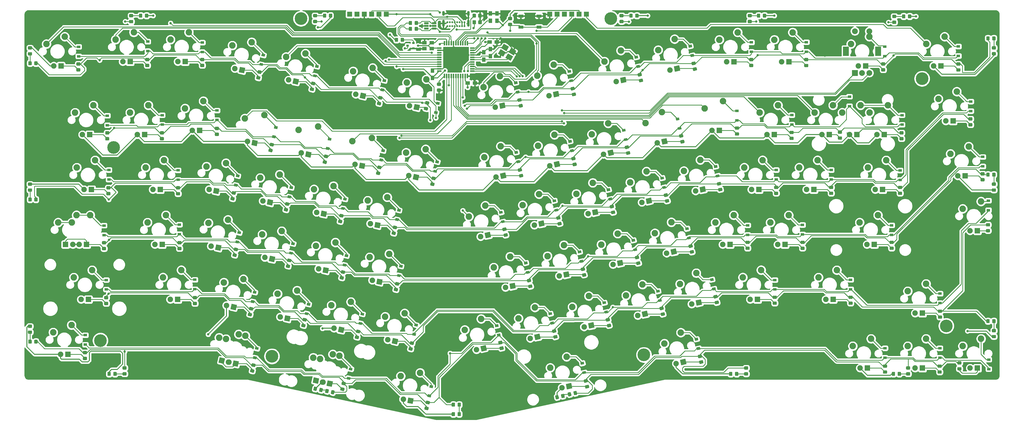
<source format=gbl>
G04 #@! TF.GenerationSoftware,KiCad,Pcbnew,(5.1.9-0-10_14)*
G04 #@! TF.CreationDate,2021-10-05T14:43:53-07:00*
G04 #@! TF.ProjectId,adelheid,6164656c-6865-4696-942e-6b696361645f,2.0*
G04 #@! TF.SameCoordinates,Original*
G04 #@! TF.FileFunction,Copper,L2,Bot*
G04 #@! TF.FilePolarity,Positive*
%FSLAX46Y46*%
G04 Gerber Fmt 4.6, Leading zero omitted, Abs format (unit mm)*
G04 Created by KiCad (PCBNEW (5.1.9-0-10_14)) date 2021-10-05 14:43:53*
%MOMM*%
%LPD*%
G01*
G04 APERTURE LIST*
G04 #@! TA.AperFunction,ComponentPad*
%ADD10C,0.100000*%
G04 #@! TD*
G04 #@! TA.AperFunction,ComponentPad*
%ADD11C,1.905000*%
G04 #@! TD*
G04 #@! TA.AperFunction,ComponentPad*
%ADD12C,2.250000*%
G04 #@! TD*
G04 #@! TA.AperFunction,ComponentPad*
%ADD13C,2.000000*%
G04 #@! TD*
G04 #@! TA.AperFunction,WasherPad*
%ADD14R,2.000000X3.200000*%
G04 #@! TD*
G04 #@! TA.AperFunction,ComponentPad*
%ADD15R,2.000000X2.000000*%
G04 #@! TD*
G04 #@! TA.AperFunction,ComponentPad*
%ADD16C,0.650000*%
G04 #@! TD*
G04 #@! TA.AperFunction,ComponentPad*
%ADD17O,0.900000X2.400000*%
G04 #@! TD*
G04 #@! TA.AperFunction,ComponentPad*
%ADD18O,0.900000X1.700000*%
G04 #@! TD*
G04 #@! TA.AperFunction,ComponentPad*
%ADD19R,1.905000X1.905000*%
G04 #@! TD*
G04 #@! TA.AperFunction,SMDPad,CuDef*
%ADD20C,0.100000*%
G04 #@! TD*
G04 #@! TA.AperFunction,SMDPad,CuDef*
%ADD21R,0.900000X0.800000*%
G04 #@! TD*
G04 #@! TA.AperFunction,SMDPad,CuDef*
%ADD22R,1.200000X0.900000*%
G04 #@! TD*
G04 #@! TA.AperFunction,ComponentPad*
%ADD23C,4.400000*%
G04 #@! TD*
G04 #@! TA.AperFunction,SMDPad,CuDef*
%ADD24R,1.250000X1.500000*%
G04 #@! TD*
G04 #@! TA.AperFunction,SMDPad,CuDef*
%ADD25R,1.500000X1.250000*%
G04 #@! TD*
G04 #@! TA.AperFunction,ComponentPad*
%ADD26R,1.700000X1.700000*%
G04 #@! TD*
G04 #@! TA.AperFunction,SMDPad,CuDef*
%ADD27R,1.700000X1.000000*%
G04 #@! TD*
G04 #@! TA.AperFunction,SMDPad,CuDef*
%ADD28R,1.560000X0.650000*%
G04 #@! TD*
G04 #@! TA.AperFunction,SMDPad,CuDef*
%ADD29R,0.550000X1.500000*%
G04 #@! TD*
G04 #@! TA.AperFunction,SMDPad,CuDef*
%ADD30R,1.500000X0.550000*%
G04 #@! TD*
G04 #@! TA.AperFunction,ViaPad*
%ADD31C,0.800000*%
G04 #@! TD*
G04 #@! TA.AperFunction,Conductor*
%ADD32C,0.375000*%
G04 #@! TD*
G04 #@! TA.AperFunction,Conductor*
%ADD33C,0.250000*%
G04 #@! TD*
G04 #@! TA.AperFunction,Conductor*
%ADD34C,0.254000*%
G04 #@! TD*
G04 #@! TA.AperFunction,Conductor*
%ADD35C,0.100000*%
G04 #@! TD*
G04 APERTURE END LIST*
G04 #@! TA.AperFunction,ComponentPad*
D10*
G36*
X130691835Y-155229788D02*
G01*
X131087906Y-153366417D01*
X132951277Y-153762488D01*
X132555206Y-155625859D01*
X130691835Y-155229788D01*
G37*
G04 #@! TD.AperFunction*
D11*
X129337061Y-153968042D03*
D12*
X128436853Y-145986462D03*
X135176186Y-144822206D03*
G04 #@! TA.AperFunction,ComponentPad*
D10*
G36*
X125885780Y-154206392D02*
G01*
X126281851Y-152343021D01*
X128145222Y-152739092D01*
X127749151Y-154602463D01*
X125885780Y-154206392D01*
G37*
G04 #@! TD.AperFunction*
D11*
X129499996Y-154000838D03*
D12*
X126115293Y-145491162D03*
X132854626Y-144326906D03*
G04 #@! TA.AperFunction,ComponentPad*
D10*
G36*
X93269640Y-147267112D02*
G01*
X93665711Y-145403741D01*
X95529082Y-145799812D01*
X95133011Y-147663183D01*
X93269640Y-147267112D01*
G37*
G04 #@! TD.AperFunction*
D11*
X96883856Y-147061558D03*
D12*
X93499153Y-138551882D03*
X100238486Y-137387626D03*
D13*
X318755400Y-32293800D03*
X313755400Y-32293800D03*
D14*
X321855400Y-39293800D03*
X310655400Y-39293800D03*
D13*
X318755400Y-46793800D03*
X316255400Y-46793800D03*
D15*
X313755400Y-46793800D03*
G04 #@! TA.AperFunction,SMDPad,CuDef*
G36*
G01*
X183280000Y-29660001D02*
X183280000Y-28759999D01*
G75*
G02*
X183529999Y-28510000I249999J0D01*
G01*
X184230001Y-28510000D01*
G75*
G02*
X184480000Y-28759999I0J-249999D01*
G01*
X184480000Y-29660001D01*
G75*
G02*
X184230001Y-29910000I-249999J0D01*
G01*
X183529999Y-29910000D01*
G75*
G02*
X183280000Y-29660001I0J249999D01*
G01*
G37*
G04 #@! TD.AperFunction*
G04 #@! TA.AperFunction,SMDPad,CuDef*
G36*
G01*
X181280000Y-29660001D02*
X181280000Y-28759999D01*
G75*
G02*
X181529999Y-28510000I249999J0D01*
G01*
X182230001Y-28510000D01*
G75*
G02*
X182480000Y-28759999I0J-249999D01*
G01*
X182480000Y-29660001D01*
G75*
G02*
X182230001Y-29910000I-249999J0D01*
G01*
X181529999Y-29910000D01*
G75*
G02*
X181280000Y-29660001I0J249999D01*
G01*
G37*
G04 #@! TD.AperFunction*
G04 #@! TA.AperFunction,SMDPad,CuDef*
G36*
G01*
X183264000Y-27374001D02*
X183264000Y-26473999D01*
G75*
G02*
X183513999Y-26224000I249999J0D01*
G01*
X184214001Y-26224000D01*
G75*
G02*
X184464000Y-26473999I0J-249999D01*
G01*
X184464000Y-27374001D01*
G75*
G02*
X184214001Y-27624000I-249999J0D01*
G01*
X183513999Y-27624000D01*
G75*
G02*
X183264000Y-27374001I0J249999D01*
G01*
G37*
G04 #@! TD.AperFunction*
G04 #@! TA.AperFunction,SMDPad,CuDef*
G36*
G01*
X181264000Y-27374001D02*
X181264000Y-26473999D01*
G75*
G02*
X181513999Y-26224000I249999J0D01*
G01*
X182214001Y-26224000D01*
G75*
G02*
X182464000Y-26473999I0J-249999D01*
G01*
X182464000Y-27374001D01*
G75*
G02*
X182214001Y-27624000I-249999J0D01*
G01*
X181513999Y-27624000D01*
G75*
G02*
X181264000Y-27374001I0J249999D01*
G01*
G37*
G04 #@! TD.AperFunction*
D16*
X174251700Y-30535000D03*
X172551700Y-30535000D03*
X173401700Y-30535000D03*
X175101700Y-30535000D03*
X175951700Y-30535000D03*
X176801700Y-30535000D03*
X177651700Y-30535000D03*
X178501700Y-30535000D03*
X172551700Y-29210000D03*
X173406700Y-29210000D03*
X174256700Y-29210000D03*
X175106700Y-29210000D03*
X175956700Y-29210000D03*
X176806700Y-29210000D03*
X177656700Y-29210000D03*
X178506700Y-29210000D03*
D17*
X171201700Y-29555000D03*
X179851700Y-29555000D03*
D18*
X171201700Y-26175000D03*
X179851700Y-26175000D03*
G04 #@! TA.AperFunction,ComponentPad*
D10*
G36*
X184416019Y-143380112D02*
G01*
X184019948Y-141516741D01*
X185883319Y-141120670D01*
X186279390Y-142984041D01*
X184416019Y-143380112D01*
G37*
G04 #@! TD.AperFunction*
D11*
X182665174Y-142778487D03*
D12*
X178596392Y-135853098D03*
X184279534Y-132048363D03*
D19*
X299567600Y-87210900D03*
D11*
X297027600Y-87210900D03*
D12*
X294487600Y-79590900D03*
X300837600Y-77050900D03*
G04 #@! TA.AperFunction,SMDPad,CuDef*
G36*
G01*
X191502389Y-140773308D02*
X190622054Y-140960429D01*
G75*
G02*
X190325540Y-140767871I-51978J244536D01*
G01*
X190180001Y-140083166D01*
G75*
G02*
X190372559Y-139786652I244536J51978D01*
G01*
X191252894Y-139599531D01*
G75*
G02*
X191549408Y-139792089I51978J-244536D01*
G01*
X191694947Y-140476794D01*
G75*
G02*
X191502389Y-140773308I-244536J-51978D01*
G01*
G37*
G04 #@! TD.AperFunction*
G04 #@! TA.AperFunction,SMDPad,CuDef*
G36*
G01*
X191918213Y-142729604D02*
X191037878Y-142916725D01*
G75*
G02*
X190741364Y-142724167I-51978J244536D01*
G01*
X190595825Y-142039462D01*
G75*
G02*
X190788383Y-141742948I244536J51978D01*
G01*
X191668718Y-141555827D01*
G75*
G02*
X191965232Y-141748385I51978J-244536D01*
G01*
X192110771Y-142433090D01*
G75*
G02*
X191918213Y-142729604I-244536J-51978D01*
G01*
G37*
G04 #@! TD.AperFunction*
X315722000Y-58000900D03*
X309372000Y-60540900D03*
D11*
X311912000Y-68160900D03*
D19*
X314452000Y-68160900D03*
G04 #@! TA.AperFunction,SMDPad,CuDef*
D20*
G36*
X190373780Y-134742163D02*
G01*
X189200003Y-134991657D01*
X189012882Y-134111325D01*
X190186659Y-133861831D01*
X190373780Y-134742163D01*
G37*
G04 #@! TD.AperFunction*
G04 #@! TA.AperFunction,SMDPad,CuDef*
G36*
X191059888Y-137970051D02*
G01*
X189886111Y-138219545D01*
X189698990Y-137339213D01*
X190872767Y-137089719D01*
X191059888Y-137970051D01*
G37*
G04 #@! TD.AperFunction*
G04 #@! TA.AperFunction,SMDPad,CuDef*
G36*
G01*
X63442001Y-27499000D02*
X62541999Y-27499000D01*
G75*
G02*
X62292000Y-27249001I0J249999D01*
G01*
X62292000Y-26598999D01*
G75*
G02*
X62541999Y-26349000I249999J0D01*
G01*
X63442001Y-26349000D01*
G75*
G02*
X63692000Y-26598999I0J-249999D01*
G01*
X63692000Y-27249001D01*
G75*
G02*
X63442001Y-27499000I-249999J0D01*
G01*
G37*
G04 #@! TD.AperFunction*
G04 #@! TA.AperFunction,SMDPad,CuDef*
G36*
G01*
X63442001Y-29549000D02*
X62541999Y-29549000D01*
G75*
G02*
X62292000Y-29299001I0J249999D01*
G01*
X62292000Y-28648999D01*
G75*
G02*
X62541999Y-28399000I249999J0D01*
G01*
X63442001Y-28399000D01*
G75*
G02*
X63692000Y-28648999I0J-249999D01*
G01*
X63692000Y-29299001D01*
G75*
G02*
X63442001Y-29549000I-249999J0D01*
G01*
G37*
G04 #@! TD.AperFunction*
G04 #@! TA.AperFunction,SMDPad,CuDef*
G36*
G01*
X127196001Y-27490000D02*
X126295999Y-27490000D01*
G75*
G02*
X126046000Y-27240001I0J249999D01*
G01*
X126046000Y-26589999D01*
G75*
G02*
X126295999Y-26340000I249999J0D01*
G01*
X127196001Y-26340000D01*
G75*
G02*
X127446000Y-26589999I0J-249999D01*
G01*
X127446000Y-27240001D01*
G75*
G02*
X127196001Y-27490000I-249999J0D01*
G01*
G37*
G04 #@! TD.AperFunction*
G04 #@! TA.AperFunction,SMDPad,CuDef*
G36*
G01*
X127196001Y-29540000D02*
X126295999Y-29540000D01*
G75*
G02*
X126046000Y-29290001I0J249999D01*
G01*
X126046000Y-28639999D01*
G75*
G02*
X126295999Y-28390000I249999J0D01*
G01*
X127196001Y-28390000D01*
G75*
G02*
X127446000Y-28639999I0J-249999D01*
G01*
X127446000Y-29290001D01*
G75*
G02*
X127196001Y-29540000I-249999J0D01*
G01*
G37*
G04 #@! TD.AperFunction*
G04 #@! TA.AperFunction,SMDPad,CuDef*
G36*
G01*
X327865001Y-27744000D02*
X326964999Y-27744000D01*
G75*
G02*
X326715000Y-27494001I0J249999D01*
G01*
X326715000Y-26843999D01*
G75*
G02*
X326964999Y-26594000I249999J0D01*
G01*
X327865001Y-26594000D01*
G75*
G02*
X328115000Y-26843999I0J-249999D01*
G01*
X328115000Y-27494001D01*
G75*
G02*
X327865001Y-27744000I-249999J0D01*
G01*
G37*
G04 #@! TD.AperFunction*
G04 #@! TA.AperFunction,SMDPad,CuDef*
G36*
G01*
X327865001Y-29794000D02*
X326964999Y-29794000D01*
G75*
G02*
X326715000Y-29544001I0J249999D01*
G01*
X326715000Y-28893999D01*
G75*
G02*
X326964999Y-28644000I249999J0D01*
G01*
X327865001Y-28644000D01*
G75*
G02*
X328115000Y-28893999I0J-249999D01*
G01*
X328115000Y-29544001D01*
G75*
G02*
X327865001Y-29794000I-249999J0D01*
G01*
G37*
G04 #@! TD.AperFunction*
G04 #@! TA.AperFunction,SMDPad,CuDef*
G36*
G01*
X277818001Y-27490000D02*
X276917999Y-27490000D01*
G75*
G02*
X276668000Y-27240001I0J249999D01*
G01*
X276668000Y-26589999D01*
G75*
G02*
X276917999Y-26340000I249999J0D01*
G01*
X277818001Y-26340000D01*
G75*
G02*
X278068000Y-26589999I0J-249999D01*
G01*
X278068000Y-27240001D01*
G75*
G02*
X277818001Y-27490000I-249999J0D01*
G01*
G37*
G04 #@! TD.AperFunction*
G04 #@! TA.AperFunction,SMDPad,CuDef*
G36*
G01*
X277818001Y-29540000D02*
X276917999Y-29540000D01*
G75*
G02*
X276668000Y-29290001I0J249999D01*
G01*
X276668000Y-28639999D01*
G75*
G02*
X276917999Y-28390000I249999J0D01*
G01*
X277818001Y-28390000D01*
G75*
G02*
X278068000Y-28639999I0J-249999D01*
G01*
X278068000Y-29290001D01*
G75*
G02*
X277818001Y-29540000I-249999J0D01*
G01*
G37*
G04 #@! TD.AperFunction*
G04 #@! TA.AperFunction,SMDPad,CuDef*
G36*
G01*
X233368001Y-27490000D02*
X232467999Y-27490000D01*
G75*
G02*
X232218000Y-27240001I0J249999D01*
G01*
X232218000Y-26589999D01*
G75*
G02*
X232467999Y-26340000I249999J0D01*
G01*
X233368001Y-26340000D01*
G75*
G02*
X233618000Y-26589999I0J-249999D01*
G01*
X233618000Y-27240001D01*
G75*
G02*
X233368001Y-27490000I-249999J0D01*
G01*
G37*
G04 #@! TD.AperFunction*
G04 #@! TA.AperFunction,SMDPad,CuDef*
G36*
G01*
X233368001Y-29540000D02*
X232467999Y-29540000D01*
G75*
G02*
X232218000Y-29290001I0J249999D01*
G01*
X232218000Y-28639999D01*
G75*
G02*
X232467999Y-28390000I249999J0D01*
G01*
X233368001Y-28390000D01*
G75*
G02*
X233618000Y-28639999I0J-249999D01*
G01*
X233618000Y-29290001D01*
G75*
G02*
X233368001Y-29540000I-249999J0D01*
G01*
G37*
G04 #@! TD.AperFunction*
G04 #@! TA.AperFunction,SMDPad,CuDef*
G36*
G01*
X361375000Y-35248001D02*
X361375000Y-34347999D01*
G75*
G02*
X361624999Y-34098000I249999J0D01*
G01*
X362275001Y-34098000D01*
G75*
G02*
X362525000Y-34347999I0J-249999D01*
G01*
X362525000Y-35248001D01*
G75*
G02*
X362275001Y-35498000I-249999J0D01*
G01*
X361624999Y-35498000D01*
G75*
G02*
X361375000Y-35248001I0J249999D01*
G01*
G37*
G04 #@! TD.AperFunction*
G04 #@! TA.AperFunction,SMDPad,CuDef*
G36*
G01*
X359325000Y-35248001D02*
X359325000Y-34347999D01*
G75*
G02*
X359574999Y-34098000I249999J0D01*
G01*
X360225001Y-34098000D01*
G75*
G02*
X360475000Y-34347999I0J-249999D01*
G01*
X360475000Y-35248001D01*
G75*
G02*
X360225001Y-35498000I-249999J0D01*
G01*
X359574999Y-35498000D01*
G75*
G02*
X359325000Y-35248001I0J249999D01*
G01*
G37*
G04 #@! TD.AperFunction*
G04 #@! TA.AperFunction,SMDPad,CuDef*
G36*
G01*
X361375000Y-82492001D02*
X361375000Y-81591999D01*
G75*
G02*
X361624999Y-81342000I249999J0D01*
G01*
X362275001Y-81342000D01*
G75*
G02*
X362525000Y-81591999I0J-249999D01*
G01*
X362525000Y-82492001D01*
G75*
G02*
X362275001Y-82742000I-249999J0D01*
G01*
X361624999Y-82742000D01*
G75*
G02*
X361375000Y-82492001I0J249999D01*
G01*
G37*
G04 #@! TD.AperFunction*
G04 #@! TA.AperFunction,SMDPad,CuDef*
G36*
G01*
X359325000Y-82492001D02*
X359325000Y-81591999D01*
G75*
G02*
X359574999Y-81342000I249999J0D01*
G01*
X360225001Y-81342000D01*
G75*
G02*
X360475000Y-81591999I0J-249999D01*
G01*
X360475000Y-82492001D01*
G75*
G02*
X360225001Y-82742000I-249999J0D01*
G01*
X359574999Y-82742000D01*
G75*
G02*
X359325000Y-82492001I0J249999D01*
G01*
G37*
G04 #@! TD.AperFunction*
G04 #@! TA.AperFunction,SMDPad,CuDef*
G36*
G01*
X361375000Y-133292001D02*
X361375000Y-132391999D01*
G75*
G02*
X361624999Y-132142000I249999J0D01*
G01*
X362275001Y-132142000D01*
G75*
G02*
X362525000Y-132391999I0J-249999D01*
G01*
X362525000Y-133292001D01*
G75*
G02*
X362275001Y-133542000I-249999J0D01*
G01*
X361624999Y-133542000D01*
G75*
G02*
X361375000Y-133292001I0J249999D01*
G01*
G37*
G04 #@! TD.AperFunction*
G04 #@! TA.AperFunction,SMDPad,CuDef*
G36*
G01*
X359325000Y-133292001D02*
X359325000Y-132391999D01*
G75*
G02*
X359574999Y-132142000I249999J0D01*
G01*
X360225001Y-132142000D01*
G75*
G02*
X360475000Y-132391999I0J-249999D01*
G01*
X360475000Y-133292001D01*
G75*
G02*
X360225001Y-133542000I-249999J0D01*
G01*
X359574999Y-133542000D01*
G75*
G02*
X359325000Y-133292001I0J249999D01*
G01*
G37*
G04 #@! TD.AperFunction*
G04 #@! TA.AperFunction,SMDPad,CuDef*
G36*
G01*
X331781999Y-150555000D02*
X332682001Y-150555000D01*
G75*
G02*
X332932000Y-150804999I0J-249999D01*
G01*
X332932000Y-151455001D01*
G75*
G02*
X332682001Y-151705000I-249999J0D01*
G01*
X331781999Y-151705000D01*
G75*
G02*
X331532000Y-151455001I0J249999D01*
G01*
X331532000Y-150804999D01*
G75*
G02*
X331781999Y-150555000I249999J0D01*
G01*
G37*
G04 #@! TD.AperFunction*
G04 #@! TA.AperFunction,SMDPad,CuDef*
G36*
G01*
X331781999Y-148505000D02*
X332682001Y-148505000D01*
G75*
G02*
X332932000Y-148754999I0J-249999D01*
G01*
X332932000Y-149405001D01*
G75*
G02*
X332682001Y-149655000I-249999J0D01*
G01*
X331781999Y-149655000D01*
G75*
G02*
X331532000Y-149405001I0J249999D01*
G01*
X331532000Y-148754999D01*
G75*
G02*
X331781999Y-148505000I249999J0D01*
G01*
G37*
G04 #@! TD.AperFunction*
G04 #@! TA.AperFunction,SMDPad,CuDef*
G36*
G01*
X275647999Y-150564000D02*
X276548001Y-150564000D01*
G75*
G02*
X276798000Y-150813999I0J-249999D01*
G01*
X276798000Y-151464001D01*
G75*
G02*
X276548001Y-151714000I-249999J0D01*
G01*
X275647999Y-151714000D01*
G75*
G02*
X275398000Y-151464001I0J249999D01*
G01*
X275398000Y-150813999D01*
G75*
G02*
X275647999Y-150564000I249999J0D01*
G01*
G37*
G04 #@! TD.AperFunction*
G04 #@! TA.AperFunction,SMDPad,CuDef*
G36*
G01*
X275647999Y-148514000D02*
X276548001Y-148514000D01*
G75*
G02*
X276798000Y-148763999I0J-249999D01*
G01*
X276798000Y-149414001D01*
G75*
G02*
X276548001Y-149664000I-249999J0D01*
G01*
X275647999Y-149664000D01*
G75*
G02*
X275398000Y-149414001I0J249999D01*
G01*
X275398000Y-148763999D01*
G75*
G02*
X275647999Y-148514000I249999J0D01*
G01*
G37*
G04 #@! TD.AperFunction*
G04 #@! TA.AperFunction,SMDPad,CuDef*
G36*
G01*
X215366273Y-157641392D02*
X215553394Y-158521727D01*
G75*
G02*
X215360836Y-158818241I-244536J-51978D01*
G01*
X214725039Y-158953384D01*
G75*
G02*
X214428525Y-158760826I-51978J244536D01*
G01*
X214241404Y-157880491D01*
G75*
G02*
X214433962Y-157583977I244536J51978D01*
G01*
X215069759Y-157448834D01*
G75*
G02*
X215366273Y-157641392I51978J-244536D01*
G01*
G37*
G04 #@! TD.AperFunction*
G04 #@! TA.AperFunction,SMDPad,CuDef*
G36*
G01*
X217371475Y-157215174D02*
X217558596Y-158095509D01*
G75*
G02*
X217366038Y-158392023I-244536J-51978D01*
G01*
X216730241Y-158527166D01*
G75*
G02*
X216433727Y-158334608I-51978J244536D01*
G01*
X216246606Y-157454273D01*
G75*
G02*
X216439164Y-157157759I244536J51978D01*
G01*
X217074961Y-157022616D01*
G75*
G02*
X217371475Y-157215174I51978J-244536D01*
G01*
G37*
G04 #@! TD.AperFunction*
G04 #@! TA.AperFunction,SMDPad,CuDef*
G36*
G01*
X176100000Y-162248001D02*
X176100000Y-161347999D01*
G75*
G02*
X176349999Y-161098000I249999J0D01*
G01*
X177000001Y-161098000D01*
G75*
G02*
X177250000Y-161347999I0J-249999D01*
G01*
X177250000Y-162248001D01*
G75*
G02*
X177000001Y-162498000I-249999J0D01*
G01*
X176349999Y-162498000D01*
G75*
G02*
X176100000Y-162248001I0J249999D01*
G01*
G37*
G04 #@! TD.AperFunction*
G04 #@! TA.AperFunction,SMDPad,CuDef*
G36*
G01*
X174050000Y-162248001D02*
X174050000Y-161347999D01*
G75*
G02*
X174299999Y-161098000I249999J0D01*
G01*
X174950001Y-161098000D01*
G75*
G02*
X175200000Y-161347999I0J-249999D01*
G01*
X175200000Y-162248001D01*
G75*
G02*
X174950001Y-162498000I-249999J0D01*
G01*
X174299999Y-162498000D01*
G75*
G02*
X174050000Y-162248001I0J249999D01*
G01*
G37*
G04 #@! TD.AperFunction*
G04 #@! TA.AperFunction,SMDPad,CuDef*
G36*
G01*
X131492793Y-156754476D02*
X131305672Y-157634811D01*
G75*
G02*
X131009158Y-157827369I-244536J51978D01*
G01*
X130373361Y-157692226D01*
G75*
G02*
X130180803Y-157395712I51978J244536D01*
G01*
X130367924Y-156515377D01*
G75*
G02*
X130664438Y-156322819I244536J-51978D01*
G01*
X131300235Y-156457962D01*
G75*
G02*
X131492793Y-156754476I-51978J-244536D01*
G01*
G37*
G04 #@! TD.AperFunction*
G04 #@! TA.AperFunction,SMDPad,CuDef*
G36*
G01*
X133497995Y-157180694D02*
X133310874Y-158061029D01*
G75*
G02*
X133014360Y-158253587I-244536J51978D01*
G01*
X132378563Y-158118444D01*
G75*
G02*
X132186005Y-157821930I51978J244536D01*
G01*
X132373126Y-156941595D01*
G75*
G02*
X132669640Y-156749037I244536J-51978D01*
G01*
X133305437Y-156884180D01*
G75*
G02*
X133497995Y-157180694I-51978J-244536D01*
G01*
G37*
G04 #@! TD.AperFunction*
G04 #@! TA.AperFunction,SMDPad,CuDef*
G36*
G01*
X60255999Y-150555000D02*
X61156001Y-150555000D01*
G75*
G02*
X61406000Y-150804999I0J-249999D01*
G01*
X61406000Y-151455001D01*
G75*
G02*
X61156001Y-151705000I-249999J0D01*
G01*
X60255999Y-151705000D01*
G75*
G02*
X60006000Y-151455001I0J249999D01*
G01*
X60006000Y-150804999D01*
G75*
G02*
X60255999Y-150555000I249999J0D01*
G01*
G37*
G04 #@! TD.AperFunction*
G04 #@! TA.AperFunction,SMDPad,CuDef*
G36*
G01*
X60255999Y-148505000D02*
X61156001Y-148505000D01*
G75*
G02*
X61406000Y-148754999I0J-249999D01*
G01*
X61406000Y-149405001D01*
G75*
G02*
X61156001Y-149655000I-249999J0D01*
G01*
X60255999Y-149655000D01*
G75*
G02*
X60006000Y-149405001I0J249999D01*
G01*
X60006000Y-148754999D01*
G75*
G02*
X60255999Y-148505000I249999J0D01*
G01*
G37*
G04 #@! TD.AperFunction*
G04 #@! TA.AperFunction,SMDPad,CuDef*
G36*
G01*
X28515000Y-139503999D02*
X28515000Y-140404001D01*
G75*
G02*
X28265001Y-140654000I-249999J0D01*
G01*
X27614999Y-140654000D01*
G75*
G02*
X27365000Y-140404001I0J249999D01*
G01*
X27365000Y-139503999D01*
G75*
G02*
X27614999Y-139254000I249999J0D01*
G01*
X28265001Y-139254000D01*
G75*
G02*
X28515000Y-139503999I0J-249999D01*
G01*
G37*
G04 #@! TD.AperFunction*
G04 #@! TA.AperFunction,SMDPad,CuDef*
G36*
G01*
X30565000Y-139503999D02*
X30565000Y-140404001D01*
G75*
G02*
X30315001Y-140654000I-249999J0D01*
G01*
X29664999Y-140654000D01*
G75*
G02*
X29415000Y-140404001I0J249999D01*
G01*
X29415000Y-139503999D01*
G75*
G02*
X29664999Y-139254000I249999J0D01*
G01*
X30315001Y-139254000D01*
G75*
G02*
X30565000Y-139503999I0J-249999D01*
G01*
G37*
G04 #@! TD.AperFunction*
G04 #@! TA.AperFunction,SMDPad,CuDef*
G36*
G01*
X28515000Y-90227999D02*
X28515000Y-91128001D01*
G75*
G02*
X28265001Y-91378000I-249999J0D01*
G01*
X27614999Y-91378000D01*
G75*
G02*
X27365000Y-91128001I0J249999D01*
G01*
X27365000Y-90227999D01*
G75*
G02*
X27614999Y-89978000I249999J0D01*
G01*
X28265001Y-89978000D01*
G75*
G02*
X28515000Y-90227999I0J-249999D01*
G01*
G37*
G04 #@! TD.AperFunction*
G04 #@! TA.AperFunction,SMDPad,CuDef*
G36*
G01*
X30565000Y-90227999D02*
X30565000Y-91128001D01*
G75*
G02*
X30315001Y-91378000I-249999J0D01*
G01*
X29664999Y-91378000D01*
G75*
G02*
X29415000Y-91128001I0J249999D01*
G01*
X29415000Y-90227999D01*
G75*
G02*
X29664999Y-89978000I249999J0D01*
G01*
X30315001Y-89978000D01*
G75*
G02*
X30565000Y-90227999I0J-249999D01*
G01*
G37*
G04 #@! TD.AperFunction*
G04 #@! TA.AperFunction,SMDPad,CuDef*
G36*
G01*
X28515000Y-42983999D02*
X28515000Y-43884001D01*
G75*
G02*
X28265001Y-44134000I-249999J0D01*
G01*
X27614999Y-44134000D01*
G75*
G02*
X27365000Y-43884001I0J249999D01*
G01*
X27365000Y-42983999D01*
G75*
G02*
X27614999Y-42734000I249999J0D01*
G01*
X28265001Y-42734000D01*
G75*
G02*
X28515000Y-42983999I0J-249999D01*
G01*
G37*
G04 #@! TD.AperFunction*
G04 #@! TA.AperFunction,SMDPad,CuDef*
G36*
G01*
X30565000Y-42983999D02*
X30565000Y-43884001D01*
G75*
G02*
X30315001Y-44134000I-249999J0D01*
G01*
X29664999Y-44134000D01*
G75*
G02*
X29415000Y-43884001I0J249999D01*
G01*
X29415000Y-42983999D01*
G75*
G02*
X29664999Y-42734000I249999J0D01*
G01*
X30315001Y-42734000D01*
G75*
G02*
X30565000Y-42983999I0J-249999D01*
G01*
G37*
G04 #@! TD.AperFunction*
G04 #@! TA.AperFunction,SMDPad,CuDef*
G36*
G01*
X67760000Y-27374001D02*
X67760000Y-26473999D01*
G75*
G02*
X68009999Y-26224000I249999J0D01*
G01*
X68660001Y-26224000D01*
G75*
G02*
X68910000Y-26473999I0J-249999D01*
G01*
X68910000Y-27374001D01*
G75*
G02*
X68660001Y-27624000I-249999J0D01*
G01*
X68009999Y-27624000D01*
G75*
G02*
X67760000Y-27374001I0J249999D01*
G01*
G37*
G04 #@! TD.AperFunction*
G04 #@! TA.AperFunction,SMDPad,CuDef*
G36*
G01*
X65710000Y-27374001D02*
X65710000Y-26473999D01*
G75*
G02*
X65959999Y-26224000I249999J0D01*
G01*
X66610001Y-26224000D01*
G75*
G02*
X66860000Y-26473999I0J-249999D01*
G01*
X66860000Y-27374001D01*
G75*
G02*
X66610001Y-27624000I-249999J0D01*
G01*
X65959999Y-27624000D01*
G75*
G02*
X65710000Y-27374001I0J249999D01*
G01*
G37*
G04 #@! TD.AperFunction*
G04 #@! TA.AperFunction,SMDPad,CuDef*
G36*
G01*
X131514000Y-27365001D02*
X131514000Y-26464999D01*
G75*
G02*
X131763999Y-26215000I249999J0D01*
G01*
X132414001Y-26215000D01*
G75*
G02*
X132664000Y-26464999I0J-249999D01*
G01*
X132664000Y-27365001D01*
G75*
G02*
X132414001Y-27615000I-249999J0D01*
G01*
X131763999Y-27615000D01*
G75*
G02*
X131514000Y-27365001I0J249999D01*
G01*
G37*
G04 #@! TD.AperFunction*
G04 #@! TA.AperFunction,SMDPad,CuDef*
G36*
G01*
X129464000Y-27365001D02*
X129464000Y-26464999D01*
G75*
G02*
X129713999Y-26215000I249999J0D01*
G01*
X130364001Y-26215000D01*
G75*
G02*
X130614000Y-26464999I0J-249999D01*
G01*
X130614000Y-27365001D01*
G75*
G02*
X130364001Y-27615000I-249999J0D01*
G01*
X129713999Y-27615000D01*
G75*
G02*
X129464000Y-27365001I0J249999D01*
G01*
G37*
G04 #@! TD.AperFunction*
G04 #@! TA.AperFunction,SMDPad,CuDef*
G36*
G01*
X332174000Y-27628001D02*
X332174000Y-26727999D01*
G75*
G02*
X332423999Y-26478000I249999J0D01*
G01*
X333074001Y-26478000D01*
G75*
G02*
X333324000Y-26727999I0J-249999D01*
G01*
X333324000Y-27628001D01*
G75*
G02*
X333074001Y-27878000I-249999J0D01*
G01*
X332423999Y-27878000D01*
G75*
G02*
X332174000Y-27628001I0J249999D01*
G01*
G37*
G04 #@! TD.AperFunction*
G04 #@! TA.AperFunction,SMDPad,CuDef*
G36*
G01*
X330124000Y-27628001D02*
X330124000Y-26727999D01*
G75*
G02*
X330373999Y-26478000I249999J0D01*
G01*
X331024001Y-26478000D01*
G75*
G02*
X331274000Y-26727999I0J-249999D01*
G01*
X331274000Y-27628001D01*
G75*
G02*
X331024001Y-27878000I-249999J0D01*
G01*
X330373999Y-27878000D01*
G75*
G02*
X330124000Y-27628001I0J249999D01*
G01*
G37*
G04 #@! TD.AperFunction*
G04 #@! TA.AperFunction,SMDPad,CuDef*
G36*
G01*
X281882000Y-27374001D02*
X281882000Y-26473999D01*
G75*
G02*
X282131999Y-26224000I249999J0D01*
G01*
X282782001Y-26224000D01*
G75*
G02*
X283032000Y-26473999I0J-249999D01*
G01*
X283032000Y-27374001D01*
G75*
G02*
X282782001Y-27624000I-249999J0D01*
G01*
X282131999Y-27624000D01*
G75*
G02*
X281882000Y-27374001I0J249999D01*
G01*
G37*
G04 #@! TD.AperFunction*
G04 #@! TA.AperFunction,SMDPad,CuDef*
G36*
G01*
X279832000Y-27374001D02*
X279832000Y-26473999D01*
G75*
G02*
X280081999Y-26224000I249999J0D01*
G01*
X280732001Y-26224000D01*
G75*
G02*
X280982000Y-26473999I0J-249999D01*
G01*
X280982000Y-27374001D01*
G75*
G02*
X280732001Y-27624000I-249999J0D01*
G01*
X280081999Y-27624000D01*
G75*
G02*
X279832000Y-27374001I0J249999D01*
G01*
G37*
G04 #@! TD.AperFunction*
G04 #@! TA.AperFunction,SMDPad,CuDef*
G36*
G01*
X237677000Y-27374001D02*
X237677000Y-26473999D01*
G75*
G02*
X237926999Y-26224000I249999J0D01*
G01*
X238577001Y-26224000D01*
G75*
G02*
X238827000Y-26473999I0J-249999D01*
G01*
X238827000Y-27374001D01*
G75*
G02*
X238577001Y-27624000I-249999J0D01*
G01*
X237926999Y-27624000D01*
G75*
G02*
X237677000Y-27374001I0J249999D01*
G01*
G37*
G04 #@! TD.AperFunction*
G04 #@! TA.AperFunction,SMDPad,CuDef*
G36*
G01*
X235627000Y-27374001D02*
X235627000Y-26473999D01*
G75*
G02*
X235876999Y-26224000I249999J0D01*
G01*
X236527001Y-26224000D01*
G75*
G02*
X236777000Y-26473999I0J-249999D01*
G01*
X236777000Y-27374001D01*
G75*
G02*
X236527001Y-27624000I-249999J0D01*
G01*
X235876999Y-27624000D01*
G75*
G02*
X235627000Y-27374001I0J249999D01*
G01*
G37*
G04 #@! TD.AperFunction*
G04 #@! TA.AperFunction,SMDPad,CuDef*
G36*
G01*
X361499999Y-39566000D02*
X362400001Y-39566000D01*
G75*
G02*
X362650000Y-39815999I0J-249999D01*
G01*
X362650000Y-40466001D01*
G75*
G02*
X362400001Y-40716000I-249999J0D01*
G01*
X361499999Y-40716000D01*
G75*
G02*
X361250000Y-40466001I0J249999D01*
G01*
X361250000Y-39815999D01*
G75*
G02*
X361499999Y-39566000I249999J0D01*
G01*
G37*
G04 #@! TD.AperFunction*
G04 #@! TA.AperFunction,SMDPad,CuDef*
G36*
G01*
X361499999Y-37516000D02*
X362400001Y-37516000D01*
G75*
G02*
X362650000Y-37765999I0J-249999D01*
G01*
X362650000Y-38416001D01*
G75*
G02*
X362400001Y-38666000I-249999J0D01*
G01*
X361499999Y-38666000D01*
G75*
G02*
X361250000Y-38416001I0J249999D01*
G01*
X361250000Y-37765999D01*
G75*
G02*
X361499999Y-37516000I249999J0D01*
G01*
G37*
G04 #@! TD.AperFunction*
G04 #@! TA.AperFunction,SMDPad,CuDef*
G36*
G01*
X361499999Y-86819000D02*
X362400001Y-86819000D01*
G75*
G02*
X362650000Y-87068999I0J-249999D01*
G01*
X362650000Y-87719001D01*
G75*
G02*
X362400001Y-87969000I-249999J0D01*
G01*
X361499999Y-87969000D01*
G75*
G02*
X361250000Y-87719001I0J249999D01*
G01*
X361250000Y-87068999D01*
G75*
G02*
X361499999Y-86819000I249999J0D01*
G01*
G37*
G04 #@! TD.AperFunction*
G04 #@! TA.AperFunction,SMDPad,CuDef*
G36*
G01*
X361499999Y-84769000D02*
X362400001Y-84769000D01*
G75*
G02*
X362650000Y-85018999I0J-249999D01*
G01*
X362650000Y-85669001D01*
G75*
G02*
X362400001Y-85919000I-249999J0D01*
G01*
X361499999Y-85919000D01*
G75*
G02*
X361250000Y-85669001I0J249999D01*
G01*
X361250000Y-85018999D01*
G75*
G02*
X361499999Y-84769000I249999J0D01*
G01*
G37*
G04 #@! TD.AperFunction*
G04 #@! TA.AperFunction,SMDPad,CuDef*
G36*
G01*
X361499999Y-137619000D02*
X362400001Y-137619000D01*
G75*
G02*
X362650000Y-137868999I0J-249999D01*
G01*
X362650000Y-138519001D01*
G75*
G02*
X362400001Y-138769000I-249999J0D01*
G01*
X361499999Y-138769000D01*
G75*
G02*
X361250000Y-138519001I0J249999D01*
G01*
X361250000Y-137868999D01*
G75*
G02*
X361499999Y-137619000I249999J0D01*
G01*
G37*
G04 #@! TD.AperFunction*
G04 #@! TA.AperFunction,SMDPad,CuDef*
G36*
G01*
X361499999Y-135569000D02*
X362400001Y-135569000D01*
G75*
G02*
X362650000Y-135818999I0J-249999D01*
G01*
X362650000Y-136469001D01*
G75*
G02*
X362400001Y-136719000I-249999J0D01*
G01*
X361499999Y-136719000D01*
G75*
G02*
X361250000Y-136469001I0J249999D01*
G01*
X361250000Y-135818999D01*
G75*
G02*
X361499999Y-135569000I249999J0D01*
G01*
G37*
G04 #@! TD.AperFunction*
G04 #@! TA.AperFunction,SMDPad,CuDef*
G36*
G01*
X327709000Y-150679999D02*
X327709000Y-151580001D01*
G75*
G02*
X327459001Y-151830000I-249999J0D01*
G01*
X326808999Y-151830000D01*
G75*
G02*
X326559000Y-151580001I0J249999D01*
G01*
X326559000Y-150679999D01*
G75*
G02*
X326808999Y-150430000I249999J0D01*
G01*
X327459001Y-150430000D01*
G75*
G02*
X327709000Y-150679999I0J-249999D01*
G01*
G37*
G04 #@! TD.AperFunction*
G04 #@! TA.AperFunction,SMDPad,CuDef*
G36*
G01*
X329759000Y-150679999D02*
X329759000Y-151580001D01*
G75*
G02*
X329509001Y-151830000I-249999J0D01*
G01*
X328858999Y-151830000D01*
G75*
G02*
X328609000Y-151580001I0J249999D01*
G01*
X328609000Y-150679999D01*
G75*
G02*
X328858999Y-150430000I249999J0D01*
G01*
X329509001Y-150430000D01*
G75*
G02*
X329759000Y-150679999I0J-249999D01*
G01*
G37*
G04 #@! TD.AperFunction*
G04 #@! TA.AperFunction,SMDPad,CuDef*
G36*
G01*
X271330000Y-150679999D02*
X271330000Y-151580001D01*
G75*
G02*
X271080001Y-151830000I-249999J0D01*
G01*
X270429999Y-151830000D01*
G75*
G02*
X270180000Y-151580001I0J249999D01*
G01*
X270180000Y-150679999D01*
G75*
G02*
X270429999Y-150430000I249999J0D01*
G01*
X271080001Y-150430000D01*
G75*
G02*
X271330000Y-150679999I0J-249999D01*
G01*
G37*
G04 #@! TD.AperFunction*
G04 #@! TA.AperFunction,SMDPad,CuDef*
G36*
G01*
X273380000Y-150679999D02*
X273380000Y-151580001D01*
G75*
G02*
X273130001Y-151830000I-249999J0D01*
G01*
X272479999Y-151830000D01*
G75*
G02*
X272230000Y-151580001I0J249999D01*
G01*
X272230000Y-150679999D01*
G75*
G02*
X272479999Y-150430000I249999J0D01*
G01*
X273130001Y-150430000D01*
G75*
G02*
X273380000Y-150679999I0J-249999D01*
G01*
G37*
G04 #@! TD.AperFunction*
G04 #@! TA.AperFunction,SMDPad,CuDef*
G36*
G01*
X211048273Y-158657392D02*
X211235394Y-159537727D01*
G75*
G02*
X211042836Y-159834241I-244536J-51978D01*
G01*
X210407039Y-159969384D01*
G75*
G02*
X210110525Y-159776826I-51978J244536D01*
G01*
X209923404Y-158896491D01*
G75*
G02*
X210115962Y-158599977I244536J51978D01*
G01*
X210751759Y-158464834D01*
G75*
G02*
X211048273Y-158657392I51978J-244536D01*
G01*
G37*
G04 #@! TD.AperFunction*
G04 #@! TA.AperFunction,SMDPad,CuDef*
G36*
G01*
X213053475Y-158231174D02*
X213240596Y-159111509D01*
G75*
G02*
X213048038Y-159408023I-244536J-51978D01*
G01*
X212412241Y-159543166D01*
G75*
G02*
X212115727Y-159350608I-51978J244536D01*
G01*
X211928606Y-158470273D01*
G75*
G02*
X212121164Y-158173759I244536J51978D01*
G01*
X212756961Y-158038616D01*
G75*
G02*
X213053475Y-158231174I51978J-244536D01*
G01*
G37*
G04 #@! TD.AperFunction*
G04 #@! TA.AperFunction,SMDPad,CuDef*
G36*
G01*
X175200000Y-164649999D02*
X175200000Y-165550001D01*
G75*
G02*
X174950001Y-165800000I-249999J0D01*
G01*
X174299999Y-165800000D01*
G75*
G02*
X174050000Y-165550001I0J249999D01*
G01*
X174050000Y-164649999D01*
G75*
G02*
X174299999Y-164400000I249999J0D01*
G01*
X174950001Y-164400000D01*
G75*
G02*
X175200000Y-164649999I0J-249999D01*
G01*
G37*
G04 #@! TD.AperFunction*
G04 #@! TA.AperFunction,SMDPad,CuDef*
G36*
G01*
X177250000Y-164649999D02*
X177250000Y-165550001D01*
G75*
G02*
X177000001Y-165800000I-249999J0D01*
G01*
X176349999Y-165800000D01*
G75*
G02*
X176100000Y-165550001I0J249999D01*
G01*
X176100000Y-164649999D01*
G75*
G02*
X176349999Y-164400000I249999J0D01*
G01*
X177000001Y-164400000D01*
G75*
G02*
X177250000Y-164649999I0J-249999D01*
G01*
G37*
G04 #@! TD.AperFunction*
G04 #@! TA.AperFunction,SMDPad,CuDef*
G36*
G01*
X127428793Y-155971164D02*
X127241672Y-156851499D01*
G75*
G02*
X126945158Y-157044057I-244536J51978D01*
G01*
X126309361Y-156908914D01*
G75*
G02*
X126116803Y-156612400I51978J244536D01*
G01*
X126303924Y-155732065D01*
G75*
G02*
X126600438Y-155539507I244536J-51978D01*
G01*
X127236235Y-155674650D01*
G75*
G02*
X127428793Y-155971164I-51978J-244536D01*
G01*
G37*
G04 #@! TD.AperFunction*
G04 #@! TA.AperFunction,SMDPad,CuDef*
G36*
G01*
X129433995Y-156397382D02*
X129246874Y-157277717D01*
G75*
G02*
X128950360Y-157470275I-244536J51978D01*
G01*
X128314563Y-157335132D01*
G75*
G02*
X128122005Y-157038618I51978J244536D01*
G01*
X128309126Y-156158283D01*
G75*
G02*
X128605640Y-155965725I244536J-51978D01*
G01*
X129241437Y-156100868D01*
G75*
G02*
X129433995Y-156397382I-51978J-244536D01*
G01*
G37*
G04 #@! TD.AperFunction*
G04 #@! TA.AperFunction,SMDPad,CuDef*
G36*
G01*
X55929000Y-150679999D02*
X55929000Y-151580001D01*
G75*
G02*
X55679001Y-151830000I-249999J0D01*
G01*
X55028999Y-151830000D01*
G75*
G02*
X54779000Y-151580001I0J249999D01*
G01*
X54779000Y-150679999D01*
G75*
G02*
X55028999Y-150430000I249999J0D01*
G01*
X55679001Y-150430000D01*
G75*
G02*
X55929000Y-150679999I0J-249999D01*
G01*
G37*
G04 #@! TD.AperFunction*
G04 #@! TA.AperFunction,SMDPad,CuDef*
G36*
G01*
X57979000Y-150679999D02*
X57979000Y-151580001D01*
G75*
G02*
X57729001Y-151830000I-249999J0D01*
G01*
X57078999Y-151830000D01*
G75*
G02*
X56829000Y-151580001I0J249999D01*
G01*
X56829000Y-150679999D01*
G75*
G02*
X57078999Y-150430000I249999J0D01*
G01*
X57729001Y-150430000D01*
G75*
G02*
X57979000Y-150679999I0J-249999D01*
G01*
G37*
G04 #@! TD.AperFunction*
G04 #@! TA.AperFunction,SMDPad,CuDef*
G36*
G01*
X28390001Y-135195000D02*
X27489999Y-135195000D01*
G75*
G02*
X27240000Y-134945001I0J249999D01*
G01*
X27240000Y-134294999D01*
G75*
G02*
X27489999Y-134045000I249999J0D01*
G01*
X28390001Y-134045000D01*
G75*
G02*
X28640000Y-134294999I0J-249999D01*
G01*
X28640000Y-134945001D01*
G75*
G02*
X28390001Y-135195000I-249999J0D01*
G01*
G37*
G04 #@! TD.AperFunction*
G04 #@! TA.AperFunction,SMDPad,CuDef*
G36*
G01*
X28390001Y-137245000D02*
X27489999Y-137245000D01*
G75*
G02*
X27240000Y-136995001I0J249999D01*
G01*
X27240000Y-136344999D01*
G75*
G02*
X27489999Y-136095000I249999J0D01*
G01*
X28390001Y-136095000D01*
G75*
G02*
X28640000Y-136344999I0J-249999D01*
G01*
X28640000Y-136995001D01*
G75*
G02*
X28390001Y-137245000I-249999J0D01*
G01*
G37*
G04 #@! TD.AperFunction*
G04 #@! TA.AperFunction,SMDPad,CuDef*
G36*
G01*
X28390001Y-85919000D02*
X27489999Y-85919000D01*
G75*
G02*
X27240000Y-85669001I0J249999D01*
G01*
X27240000Y-85018999D01*
G75*
G02*
X27489999Y-84769000I249999J0D01*
G01*
X28390001Y-84769000D01*
G75*
G02*
X28640000Y-85018999I0J-249999D01*
G01*
X28640000Y-85669001D01*
G75*
G02*
X28390001Y-85919000I-249999J0D01*
G01*
G37*
G04 #@! TD.AperFunction*
G04 #@! TA.AperFunction,SMDPad,CuDef*
G36*
G01*
X28390001Y-87969000D02*
X27489999Y-87969000D01*
G75*
G02*
X27240000Y-87719001I0J249999D01*
G01*
X27240000Y-87068999D01*
G75*
G02*
X27489999Y-86819000I249999J0D01*
G01*
X28390001Y-86819000D01*
G75*
G02*
X28640000Y-87068999I0J-249999D01*
G01*
X28640000Y-87719001D01*
G75*
G02*
X28390001Y-87969000I-249999J0D01*
G01*
G37*
G04 #@! TD.AperFunction*
G04 #@! TA.AperFunction,SMDPad,CuDef*
G36*
G01*
X28390001Y-38675000D02*
X27489999Y-38675000D01*
G75*
G02*
X27240000Y-38425001I0J249999D01*
G01*
X27240000Y-37774999D01*
G75*
G02*
X27489999Y-37525000I249999J0D01*
G01*
X28390001Y-37525000D01*
G75*
G02*
X28640000Y-37774999I0J-249999D01*
G01*
X28640000Y-38425001D01*
G75*
G02*
X28390001Y-38675000I-249999J0D01*
G01*
G37*
G04 #@! TD.AperFunction*
G04 #@! TA.AperFunction,SMDPad,CuDef*
G36*
G01*
X28390001Y-40725000D02*
X27489999Y-40725000D01*
G75*
G02*
X27240000Y-40475001I0J249999D01*
G01*
X27240000Y-39824999D01*
G75*
G02*
X27489999Y-39575000I249999J0D01*
G01*
X28390001Y-39575000D01*
G75*
G02*
X28640000Y-39824999I0J-249999D01*
G01*
X28640000Y-40475001D01*
G75*
G02*
X28390001Y-40725000I-249999J0D01*
G01*
G37*
G04 #@! TD.AperFunction*
G04 #@! TA.AperFunction,ComponentPad*
D10*
G36*
X190883689Y-59250863D02*
G01*
X190487618Y-57387492D01*
X192350989Y-56991421D01*
X192747060Y-58854792D01*
X190883689Y-59250863D01*
G37*
G04 #@! TD.AperFunction*
D11*
X189132844Y-58649238D03*
D12*
X185064062Y-51723849D03*
X190747204Y-47919114D03*
D19*
X320509900Y-106260900D03*
D11*
X317969900Y-106260900D03*
D12*
X315429900Y-98640900D03*
X321779900Y-96100900D03*
D19*
X40246300Y-106260900D03*
D11*
X42786300Y-106260900D03*
D12*
X37706300Y-98640900D03*
X44056300Y-96100900D03*
D19*
X49250600Y-87223600D03*
D11*
X46710600Y-87223600D03*
D12*
X44170600Y-79603600D03*
X50520600Y-77063600D03*
G04 #@! TA.AperFunction,ComponentPad*
D10*
G36*
X253596289Y-148138163D02*
G01*
X253200218Y-146274792D01*
X255063589Y-145878721D01*
X255459660Y-147742092D01*
X253596289Y-148138163D01*
G37*
G04 #@! TD.AperFunction*
D11*
X251845444Y-147536538D03*
D12*
X247776662Y-140611149D03*
X253459804Y-136806414D03*
D19*
X41046400Y-144373600D03*
D11*
X38506400Y-144373600D03*
D12*
X35966400Y-136753600D03*
X42316400Y-134213600D03*
G04 #@! TA.AperFunction,SMDPad,CuDef*
G36*
G01*
X350462001Y-147895000D02*
X349561999Y-147895000D01*
G75*
G02*
X349312000Y-147645001I0J249999D01*
G01*
X349312000Y-146994999D01*
G75*
G02*
X349561999Y-146745000I249999J0D01*
G01*
X350462001Y-146745000D01*
G75*
G02*
X350712000Y-146994999I0J-249999D01*
G01*
X350712000Y-147645001D01*
G75*
G02*
X350462001Y-147895000I-249999J0D01*
G01*
G37*
G04 #@! TD.AperFunction*
G04 #@! TA.AperFunction,SMDPad,CuDef*
G36*
G01*
X350462001Y-149945000D02*
X349561999Y-149945000D01*
G75*
G02*
X349312000Y-149695001I0J249999D01*
G01*
X349312000Y-149044999D01*
G75*
G02*
X349561999Y-148795000I249999J0D01*
G01*
X350462001Y-148795000D01*
G75*
G02*
X350712000Y-149044999I0J-249999D01*
G01*
X350712000Y-149695001D01*
G75*
G02*
X350462001Y-149945000I-249999J0D01*
G01*
G37*
G04 #@! TD.AperFunction*
G04 #@! TA.AperFunction,SMDPad,CuDef*
G36*
G01*
X360368001Y-100016000D02*
X359467999Y-100016000D01*
G75*
G02*
X359218000Y-99766001I0J249999D01*
G01*
X359218000Y-99115999D01*
G75*
G02*
X359467999Y-98866000I249999J0D01*
G01*
X360368001Y-98866000D01*
G75*
G02*
X360618000Y-99115999I0J-249999D01*
G01*
X360618000Y-99766001D01*
G75*
G02*
X360368001Y-100016000I-249999J0D01*
G01*
G37*
G04 #@! TD.AperFunction*
G04 #@! TA.AperFunction,SMDPad,CuDef*
G36*
G01*
X360368001Y-102066000D02*
X359467999Y-102066000D01*
G75*
G02*
X359218000Y-101816001I0J249999D01*
G01*
X359218000Y-101165999D01*
G75*
G02*
X359467999Y-100916000I249999J0D01*
G01*
X360368001Y-100916000D01*
G75*
G02*
X360618000Y-101165999I0J-249999D01*
G01*
X360618000Y-101816001D01*
G75*
G02*
X360368001Y-102066000I-249999J0D01*
G01*
G37*
G04 #@! TD.AperFunction*
G04 #@! TA.AperFunction,SMDPad,CuDef*
G36*
G01*
X358463001Y-82345000D02*
X357562999Y-82345000D01*
G75*
G02*
X357313000Y-82095001I0J249999D01*
G01*
X357313000Y-81444999D01*
G75*
G02*
X357562999Y-81195000I249999J0D01*
G01*
X358463001Y-81195000D01*
G75*
G02*
X358713000Y-81444999I0J-249999D01*
G01*
X358713000Y-82095001D01*
G75*
G02*
X358463001Y-82345000I-249999J0D01*
G01*
G37*
G04 #@! TD.AperFunction*
G04 #@! TA.AperFunction,SMDPad,CuDef*
G36*
G01*
X358463001Y-84395000D02*
X357562999Y-84395000D01*
G75*
G02*
X357313000Y-84145001I0J249999D01*
G01*
X357313000Y-83494999D01*
G75*
G02*
X357562999Y-83245000I249999J0D01*
G01*
X358463001Y-83245000D01*
G75*
G02*
X358713000Y-83494999I0J-249999D01*
G01*
X358713000Y-84145001D01*
G75*
G02*
X358463001Y-84395000I-249999J0D01*
G01*
G37*
G04 #@! TD.AperFunction*
G04 #@! TA.AperFunction,SMDPad,CuDef*
G36*
G01*
X354272001Y-63295000D02*
X353371999Y-63295000D01*
G75*
G02*
X353122000Y-63045001I0J249999D01*
G01*
X353122000Y-62394999D01*
G75*
G02*
X353371999Y-62145000I249999J0D01*
G01*
X354272001Y-62145000D01*
G75*
G02*
X354522000Y-62394999I0J-249999D01*
G01*
X354522000Y-63045001D01*
G75*
G02*
X354272001Y-63295000I-249999J0D01*
G01*
G37*
G04 #@! TD.AperFunction*
G04 #@! TA.AperFunction,SMDPad,CuDef*
G36*
G01*
X354272001Y-65345000D02*
X353371999Y-65345000D01*
G75*
G02*
X353122000Y-65095001I0J249999D01*
G01*
X353122000Y-64444999D01*
G75*
G02*
X353371999Y-64195000I249999J0D01*
G01*
X354272001Y-64195000D01*
G75*
G02*
X354522000Y-64444999I0J-249999D01*
G01*
X354522000Y-65095001D01*
G75*
G02*
X354272001Y-65345000I-249999J0D01*
G01*
G37*
G04 #@! TD.AperFunction*
G04 #@! TA.AperFunction,SMDPad,CuDef*
G36*
G01*
X330396001Y-68121000D02*
X329495999Y-68121000D01*
G75*
G02*
X329246000Y-67871001I0J249999D01*
G01*
X329246000Y-67220999D01*
G75*
G02*
X329495999Y-66971000I249999J0D01*
G01*
X330396001Y-66971000D01*
G75*
G02*
X330646000Y-67220999I0J-249999D01*
G01*
X330646000Y-67871001D01*
G75*
G02*
X330396001Y-68121000I-249999J0D01*
G01*
G37*
G04 #@! TD.AperFunction*
G04 #@! TA.AperFunction,SMDPad,CuDef*
G36*
G01*
X330396001Y-70171000D02*
X329495999Y-70171000D01*
G75*
G02*
X329246000Y-69921001I0J249999D01*
G01*
X329246000Y-69270999D01*
G75*
G02*
X329495999Y-69021000I249999J0D01*
G01*
X330396001Y-69021000D01*
G75*
G02*
X330646000Y-69270999I0J-249999D01*
G01*
X330646000Y-69921001D01*
G75*
G02*
X330396001Y-70171000I-249999J0D01*
G01*
G37*
G04 #@! TD.AperFunction*
G04 #@! TA.AperFunction,SMDPad,CuDef*
G36*
G01*
X350081001Y-44263000D02*
X349180999Y-44263000D01*
G75*
G02*
X348931000Y-44013001I0J249999D01*
G01*
X348931000Y-43362999D01*
G75*
G02*
X349180999Y-43113000I249999J0D01*
G01*
X350081001Y-43113000D01*
G75*
G02*
X350331000Y-43362999I0J-249999D01*
G01*
X350331000Y-44013001D01*
G75*
G02*
X350081001Y-44263000I-249999J0D01*
G01*
G37*
G04 #@! TD.AperFunction*
G04 #@! TA.AperFunction,SMDPad,CuDef*
G36*
G01*
X350081001Y-46313000D02*
X349180999Y-46313000D01*
G75*
G02*
X348931000Y-46063001I0J249999D01*
G01*
X348931000Y-45412999D01*
G75*
G02*
X349180999Y-45163000I249999J0D01*
G01*
X350081001Y-45163000D01*
G75*
G02*
X350331000Y-45412999I0J-249999D01*
G01*
X350331000Y-46063001D01*
G75*
G02*
X350081001Y-46313000I-249999J0D01*
G01*
G37*
G04 #@! TD.AperFunction*
G04 #@! TA.AperFunction,SMDPad,CuDef*
G36*
G01*
X343604001Y-149020000D02*
X342703999Y-149020000D01*
G75*
G02*
X342454000Y-148770001I0J249999D01*
G01*
X342454000Y-148119999D01*
G75*
G02*
X342703999Y-147870000I249999J0D01*
G01*
X343604001Y-147870000D01*
G75*
G02*
X343854000Y-148119999I0J-249999D01*
G01*
X343854000Y-148770001D01*
G75*
G02*
X343604001Y-149020000I-249999J0D01*
G01*
G37*
G04 #@! TD.AperFunction*
G04 #@! TA.AperFunction,SMDPad,CuDef*
G36*
G01*
X343604001Y-151070000D02*
X342703999Y-151070000D01*
G75*
G02*
X342454000Y-150820001I0J249999D01*
G01*
X342454000Y-150169999D01*
G75*
G02*
X342703999Y-149920000I249999J0D01*
G01*
X343604001Y-149920000D01*
G75*
G02*
X343854000Y-150169999I0J-249999D01*
G01*
X343854000Y-150820001D01*
G75*
G02*
X343604001Y-151070000I-249999J0D01*
G01*
G37*
G04 #@! TD.AperFunction*
G04 #@! TA.AperFunction,SMDPad,CuDef*
G36*
G01*
X343731001Y-129970000D02*
X342830999Y-129970000D01*
G75*
G02*
X342581000Y-129720001I0J249999D01*
G01*
X342581000Y-129069999D01*
G75*
G02*
X342830999Y-128820000I249999J0D01*
G01*
X343731001Y-128820000D01*
G75*
G02*
X343981000Y-129069999I0J-249999D01*
G01*
X343981000Y-129720001D01*
G75*
G02*
X343731001Y-129970000I-249999J0D01*
G01*
G37*
G04 #@! TD.AperFunction*
G04 #@! TA.AperFunction,SMDPad,CuDef*
G36*
G01*
X343731001Y-132020000D02*
X342830999Y-132020000D01*
G75*
G02*
X342581000Y-131770001I0J249999D01*
G01*
X342581000Y-131119999D01*
G75*
G02*
X342830999Y-130870000I249999J0D01*
G01*
X343731001Y-130870000D01*
G75*
G02*
X343981000Y-131119999I0J-249999D01*
G01*
X343981000Y-131770001D01*
G75*
G02*
X343731001Y-132020000I-249999J0D01*
G01*
G37*
G04 #@! TD.AperFunction*
G04 #@! TA.AperFunction,SMDPad,CuDef*
G36*
G01*
X329888001Y-87044000D02*
X328987999Y-87044000D01*
G75*
G02*
X328738000Y-86794001I0J249999D01*
G01*
X328738000Y-86143999D01*
G75*
G02*
X328987999Y-85894000I249999J0D01*
G01*
X329888001Y-85894000D01*
G75*
G02*
X330138000Y-86143999I0J-249999D01*
G01*
X330138000Y-86794001D01*
G75*
G02*
X329888001Y-87044000I-249999J0D01*
G01*
G37*
G04 #@! TD.AperFunction*
G04 #@! TA.AperFunction,SMDPad,CuDef*
G36*
G01*
X329888001Y-89094000D02*
X328987999Y-89094000D01*
G75*
G02*
X328738000Y-88844001I0J249999D01*
G01*
X328738000Y-88193999D01*
G75*
G02*
X328987999Y-87944000I249999J0D01*
G01*
X329888001Y-87944000D01*
G75*
G02*
X330138000Y-88193999I0J-249999D01*
G01*
X330138000Y-88844001D01*
G75*
G02*
X329888001Y-89094000I-249999J0D01*
G01*
G37*
G04 #@! TD.AperFunction*
G04 #@! TA.AperFunction,SMDPad,CuDef*
G36*
G01*
X309060001Y-67885000D02*
X308159999Y-67885000D01*
G75*
G02*
X307910000Y-67635001I0J249999D01*
G01*
X307910000Y-66984999D01*
G75*
G02*
X308159999Y-66735000I249999J0D01*
G01*
X309060001Y-66735000D01*
G75*
G02*
X309310000Y-66984999I0J-249999D01*
G01*
X309310000Y-67635001D01*
G75*
G02*
X309060001Y-67885000I-249999J0D01*
G01*
G37*
G04 #@! TD.AperFunction*
G04 #@! TA.AperFunction,SMDPad,CuDef*
G36*
G01*
X309060001Y-69935000D02*
X308159999Y-69935000D01*
G75*
G02*
X307910000Y-69685001I0J249999D01*
G01*
X307910000Y-69034999D01*
G75*
G02*
X308159999Y-68785000I249999J0D01*
G01*
X309060001Y-68785000D01*
G75*
G02*
X309310000Y-69034999I0J-249999D01*
G01*
X309310000Y-69685001D01*
G75*
G02*
X309060001Y-69935000I-249999J0D01*
G01*
G37*
G04 #@! TD.AperFunction*
G04 #@! TA.AperFunction,SMDPad,CuDef*
G36*
G01*
X324046001Y-44245000D02*
X323145999Y-44245000D01*
G75*
G02*
X322896000Y-43995001I0J249999D01*
G01*
X322896000Y-43344999D01*
G75*
G02*
X323145999Y-43095000I249999J0D01*
G01*
X324046001Y-43095000D01*
G75*
G02*
X324296000Y-43344999I0J-249999D01*
G01*
X324296000Y-43995001D01*
G75*
G02*
X324046001Y-44245000I-249999J0D01*
G01*
G37*
G04 #@! TD.AperFunction*
G04 #@! TA.AperFunction,SMDPad,CuDef*
G36*
G01*
X324046001Y-46295000D02*
X323145999Y-46295000D01*
G75*
G02*
X322896000Y-46045001I0J249999D01*
G01*
X322896000Y-45394999D01*
G75*
G02*
X323145999Y-45145000I249999J0D01*
G01*
X324046001Y-45145000D01*
G75*
G02*
X324296000Y-45394999I0J-249999D01*
G01*
X324296000Y-46045001D01*
G75*
G02*
X324046001Y-46295000I-249999J0D01*
G01*
G37*
G04 #@! TD.AperFunction*
G04 #@! TA.AperFunction,SMDPad,CuDef*
G36*
G01*
X324681001Y-149020000D02*
X323780999Y-149020000D01*
G75*
G02*
X323531000Y-148770001I0J249999D01*
G01*
X323531000Y-148119999D01*
G75*
G02*
X323780999Y-147870000I249999J0D01*
G01*
X324681001Y-147870000D01*
G75*
G02*
X324931000Y-148119999I0J-249999D01*
G01*
X324931000Y-148770001D01*
G75*
G02*
X324681001Y-149020000I-249999J0D01*
G01*
G37*
G04 #@! TD.AperFunction*
G04 #@! TA.AperFunction,SMDPad,CuDef*
G36*
G01*
X324681001Y-151070000D02*
X323780999Y-151070000D01*
G75*
G02*
X323531000Y-150820001I0J249999D01*
G01*
X323531000Y-150169999D01*
G75*
G02*
X323780999Y-149920000I249999J0D01*
G01*
X324681001Y-149920000D01*
G75*
G02*
X324931000Y-150169999I0J-249999D01*
G01*
X324931000Y-150820001D01*
G75*
G02*
X324681001Y-151070000I-249999J0D01*
G01*
G37*
G04 #@! TD.AperFunction*
G04 #@! TA.AperFunction,SMDPad,CuDef*
G36*
G01*
X326967001Y-106094000D02*
X326066999Y-106094000D01*
G75*
G02*
X325817000Y-105844001I0J249999D01*
G01*
X325817000Y-105193999D01*
G75*
G02*
X326066999Y-104944000I249999J0D01*
G01*
X326967001Y-104944000D01*
G75*
G02*
X327217000Y-105193999I0J-249999D01*
G01*
X327217000Y-105844001D01*
G75*
G02*
X326967001Y-106094000I-249999J0D01*
G01*
G37*
G04 #@! TD.AperFunction*
G04 #@! TA.AperFunction,SMDPad,CuDef*
G36*
G01*
X326967001Y-108144000D02*
X326066999Y-108144000D01*
G75*
G02*
X325817000Y-107894001I0J249999D01*
G01*
X325817000Y-107243999D01*
G75*
G02*
X326066999Y-106994000I249999J0D01*
G01*
X326967001Y-106994000D01*
G75*
G02*
X327217000Y-107243999I0J-249999D01*
G01*
X327217000Y-107894001D01*
G75*
G02*
X326967001Y-108144000I-249999J0D01*
G01*
G37*
G04 #@! TD.AperFunction*
G04 #@! TA.AperFunction,SMDPad,CuDef*
G36*
G01*
X306012001Y-87044000D02*
X305111999Y-87044000D01*
G75*
G02*
X304862000Y-86794001I0J249999D01*
G01*
X304862000Y-86143999D01*
G75*
G02*
X305111999Y-85894000I249999J0D01*
G01*
X306012001Y-85894000D01*
G75*
G02*
X306262000Y-86143999I0J-249999D01*
G01*
X306262000Y-86794001D01*
G75*
G02*
X306012001Y-87044000I-249999J0D01*
G01*
G37*
G04 #@! TD.AperFunction*
G04 #@! TA.AperFunction,SMDPad,CuDef*
G36*
G01*
X306012001Y-89094000D02*
X305111999Y-89094000D01*
G75*
G02*
X304862000Y-88844001I0J249999D01*
G01*
X304862000Y-88193999D01*
G75*
G02*
X305111999Y-87944000I249999J0D01*
G01*
X306012001Y-87944000D01*
G75*
G02*
X306262000Y-88193999I0J-249999D01*
G01*
X306262000Y-88844001D01*
G75*
G02*
X306012001Y-89094000I-249999J0D01*
G01*
G37*
G04 #@! TD.AperFunction*
G04 #@! TA.AperFunction,SMDPad,CuDef*
G36*
G01*
X292296001Y-67994000D02*
X291395999Y-67994000D01*
G75*
G02*
X291146000Y-67744001I0J249999D01*
G01*
X291146000Y-67093999D01*
G75*
G02*
X291395999Y-66844000I249999J0D01*
G01*
X292296001Y-66844000D01*
G75*
G02*
X292546000Y-67093999I0J-249999D01*
G01*
X292546000Y-67744001D01*
G75*
G02*
X292296001Y-67994000I-249999J0D01*
G01*
G37*
G04 #@! TD.AperFunction*
G04 #@! TA.AperFunction,SMDPad,CuDef*
G36*
G01*
X292296001Y-70044000D02*
X291395999Y-70044000D01*
G75*
G02*
X291146000Y-69794001I0J249999D01*
G01*
X291146000Y-69143999D01*
G75*
G02*
X291395999Y-68894000I249999J0D01*
G01*
X292296001Y-68894000D01*
G75*
G02*
X292546000Y-69143999I0J-249999D01*
G01*
X292546000Y-69794001D01*
G75*
G02*
X292296001Y-70044000I-249999J0D01*
G01*
G37*
G04 #@! TD.AperFunction*
G04 #@! TA.AperFunction,SMDPad,CuDef*
G36*
G01*
X297376001Y-42739000D02*
X296475999Y-42739000D01*
G75*
G02*
X296226000Y-42489001I0J249999D01*
G01*
X296226000Y-41838999D01*
G75*
G02*
X296475999Y-41589000I249999J0D01*
G01*
X297376001Y-41589000D01*
G75*
G02*
X297626000Y-41838999I0J-249999D01*
G01*
X297626000Y-42489001D01*
G75*
G02*
X297376001Y-42739000I-249999J0D01*
G01*
G37*
G04 #@! TD.AperFunction*
G04 #@! TA.AperFunction,SMDPad,CuDef*
G36*
G01*
X297376001Y-44789000D02*
X296475999Y-44789000D01*
G75*
G02*
X296226000Y-44539001I0J249999D01*
G01*
X296226000Y-43888999D01*
G75*
G02*
X296475999Y-43639000I249999J0D01*
G01*
X297376001Y-43639000D01*
G75*
G02*
X297626000Y-43888999I0J-249999D01*
G01*
X297626000Y-44539001D01*
G75*
G02*
X297376001Y-44789000I-249999J0D01*
G01*
G37*
G04 #@! TD.AperFunction*
G04 #@! TA.AperFunction,SMDPad,CuDef*
G36*
G01*
X312743001Y-125144000D02*
X311842999Y-125144000D01*
G75*
G02*
X311593000Y-124894001I0J249999D01*
G01*
X311593000Y-124243999D01*
G75*
G02*
X311842999Y-123994000I249999J0D01*
G01*
X312743001Y-123994000D01*
G75*
G02*
X312993000Y-124243999I0J-249999D01*
G01*
X312993000Y-124894001D01*
G75*
G02*
X312743001Y-125144000I-249999J0D01*
G01*
G37*
G04 #@! TD.AperFunction*
G04 #@! TA.AperFunction,SMDPad,CuDef*
G36*
G01*
X312743001Y-127194000D02*
X311842999Y-127194000D01*
G75*
G02*
X311593000Y-126944001I0J249999D01*
G01*
X311593000Y-126293999D01*
G75*
G02*
X311842999Y-126044000I249999J0D01*
G01*
X312743001Y-126044000D01*
G75*
G02*
X312993000Y-126293999I0J-249999D01*
G01*
X312993000Y-126944001D01*
G75*
G02*
X312743001Y-127194000I-249999J0D01*
G01*
G37*
G04 #@! TD.AperFunction*
G04 #@! TA.AperFunction,SMDPad,CuDef*
G36*
G01*
X296106001Y-106103000D02*
X295205999Y-106103000D01*
G75*
G02*
X294956000Y-105853001I0J249999D01*
G01*
X294956000Y-105202999D01*
G75*
G02*
X295205999Y-104953000I249999J0D01*
G01*
X296106001Y-104953000D01*
G75*
G02*
X296356000Y-105202999I0J-249999D01*
G01*
X296356000Y-105853001D01*
G75*
G02*
X296106001Y-106103000I-249999J0D01*
G01*
G37*
G04 #@! TD.AperFunction*
G04 #@! TA.AperFunction,SMDPad,CuDef*
G36*
G01*
X296106001Y-108153000D02*
X295205999Y-108153000D01*
G75*
G02*
X294956000Y-107903001I0J249999D01*
G01*
X294956000Y-107252999D01*
G75*
G02*
X295205999Y-107003000I249999J0D01*
G01*
X296106001Y-107003000D01*
G75*
G02*
X296356000Y-107252999I0J-249999D01*
G01*
X296356000Y-107903001D01*
G75*
G02*
X296106001Y-108153000I-249999J0D01*
G01*
G37*
G04 #@! TD.AperFunction*
G04 #@! TA.AperFunction,SMDPad,CuDef*
G36*
G01*
X286962001Y-87062000D02*
X286061999Y-87062000D01*
G75*
G02*
X285812000Y-86812001I0J249999D01*
G01*
X285812000Y-86161999D01*
G75*
G02*
X286061999Y-85912000I249999J0D01*
G01*
X286962001Y-85912000D01*
G75*
G02*
X287212000Y-86161999I0J-249999D01*
G01*
X287212000Y-86812001D01*
G75*
G02*
X286962001Y-87062000I-249999J0D01*
G01*
G37*
G04 #@! TD.AperFunction*
G04 #@! TA.AperFunction,SMDPad,CuDef*
G36*
G01*
X286962001Y-89112000D02*
X286061999Y-89112000D01*
G75*
G02*
X285812000Y-88862001I0J249999D01*
G01*
X285812000Y-88211999D01*
G75*
G02*
X286061999Y-87962000I249999J0D01*
G01*
X286962001Y-87962000D01*
G75*
G02*
X287212000Y-88211999I0J-249999D01*
G01*
X287212000Y-88862001D01*
G75*
G02*
X286962001Y-89112000I-249999J0D01*
G01*
G37*
G04 #@! TD.AperFunction*
G04 #@! TA.AperFunction,SMDPad,CuDef*
G36*
G01*
X273373001Y-66470000D02*
X272472999Y-66470000D01*
G75*
G02*
X272223000Y-66220001I0J249999D01*
G01*
X272223000Y-65569999D01*
G75*
G02*
X272472999Y-65320000I249999J0D01*
G01*
X273373001Y-65320000D01*
G75*
G02*
X273623000Y-65569999I0J-249999D01*
G01*
X273623000Y-66220001D01*
G75*
G02*
X273373001Y-66470000I-249999J0D01*
G01*
G37*
G04 #@! TD.AperFunction*
G04 #@! TA.AperFunction,SMDPad,CuDef*
G36*
G01*
X273373001Y-68520000D02*
X272472999Y-68520000D01*
G75*
G02*
X272223000Y-68270001I0J249999D01*
G01*
X272223000Y-67619999D01*
G75*
G02*
X272472999Y-67370000I249999J0D01*
G01*
X273373001Y-67370000D01*
G75*
G02*
X273623000Y-67619999I0J-249999D01*
G01*
X273623000Y-68270001D01*
G75*
G02*
X273373001Y-68520000I-249999J0D01*
G01*
G37*
G04 #@! TD.AperFunction*
G04 #@! TA.AperFunction,SMDPad,CuDef*
G36*
G01*
X278326001Y-42730000D02*
X277425999Y-42730000D01*
G75*
G02*
X277176000Y-42480001I0J249999D01*
G01*
X277176000Y-41829999D01*
G75*
G02*
X277425999Y-41580000I249999J0D01*
G01*
X278326001Y-41580000D01*
G75*
G02*
X278576000Y-41829999I0J-249999D01*
G01*
X278576000Y-42480001D01*
G75*
G02*
X278326001Y-42730000I-249999J0D01*
G01*
G37*
G04 #@! TD.AperFunction*
G04 #@! TA.AperFunction,SMDPad,CuDef*
G36*
G01*
X278326001Y-44780000D02*
X277425999Y-44780000D01*
G75*
G02*
X277176000Y-44530001I0J249999D01*
G01*
X277176000Y-43879999D01*
G75*
G02*
X277425999Y-43630000I249999J0D01*
G01*
X278326001Y-43630000D01*
G75*
G02*
X278576000Y-43879999I0J-249999D01*
G01*
X278576000Y-44530001D01*
G75*
G02*
X278326001Y-44780000I-249999J0D01*
G01*
G37*
G04 #@! TD.AperFunction*
G04 #@! TA.AperFunction,SMDPad,CuDef*
G36*
G01*
X286454001Y-125144000D02*
X285553999Y-125144000D01*
G75*
G02*
X285304000Y-124894001I0J249999D01*
G01*
X285304000Y-124243999D01*
G75*
G02*
X285553999Y-123994000I249999J0D01*
G01*
X286454001Y-123994000D01*
G75*
G02*
X286704000Y-124243999I0J-249999D01*
G01*
X286704000Y-124894001D01*
G75*
G02*
X286454001Y-125144000I-249999J0D01*
G01*
G37*
G04 #@! TD.AperFunction*
G04 #@! TA.AperFunction,SMDPad,CuDef*
G36*
G01*
X286454001Y-127194000D02*
X285553999Y-127194000D01*
G75*
G02*
X285304000Y-126944001I0J249999D01*
G01*
X285304000Y-126293999D01*
G75*
G02*
X285553999Y-126044000I249999J0D01*
G01*
X286454001Y-126044000D01*
G75*
G02*
X286704000Y-126293999I0J-249999D01*
G01*
X286704000Y-126944001D01*
G75*
G02*
X286454001Y-127194000I-249999J0D01*
G01*
G37*
G04 #@! TD.AperFunction*
G04 #@! TA.AperFunction,SMDPad,CuDef*
G36*
G01*
X277056001Y-106094000D02*
X276155999Y-106094000D01*
G75*
G02*
X275906000Y-105844001I0J249999D01*
G01*
X275906000Y-105193999D01*
G75*
G02*
X276155999Y-104944000I249999J0D01*
G01*
X277056001Y-104944000D01*
G75*
G02*
X277306000Y-105193999I0J-249999D01*
G01*
X277306000Y-105844001D01*
G75*
G02*
X277056001Y-106094000I-249999J0D01*
G01*
G37*
G04 #@! TD.AperFunction*
G04 #@! TA.AperFunction,SMDPad,CuDef*
G36*
G01*
X277056001Y-108144000D02*
X276155999Y-108144000D01*
G75*
G02*
X275906000Y-107894001I0J249999D01*
G01*
X275906000Y-107243999D01*
G75*
G02*
X276155999Y-106994000I249999J0D01*
G01*
X277056001Y-106994000D01*
G75*
G02*
X277306000Y-107243999I0J-249999D01*
G01*
X277306000Y-107894001D01*
G75*
G02*
X277056001Y-108144000I-249999J0D01*
G01*
G37*
G04 #@! TD.AperFunction*
G04 #@! TA.AperFunction,SMDPad,CuDef*
G36*
G01*
X267259717Y-85685874D02*
X266379382Y-85872995D01*
G75*
G02*
X266082868Y-85680437I-51978J244536D01*
G01*
X265947725Y-85044640D01*
G75*
G02*
X266140283Y-84748126I244536J51978D01*
G01*
X267020618Y-84561005D01*
G75*
G02*
X267317132Y-84753563I51978J-244536D01*
G01*
X267452275Y-85389360D01*
G75*
G02*
X267259717Y-85685874I-244536J-51978D01*
G01*
G37*
G04 #@! TD.AperFunction*
G04 #@! TA.AperFunction,SMDPad,CuDef*
G36*
G01*
X267685935Y-87691076D02*
X266805600Y-87878197D01*
G75*
G02*
X266509086Y-87685639I-51978J244536D01*
G01*
X266373943Y-87049842D01*
G75*
G02*
X266566501Y-86753328I244536J51978D01*
G01*
X267446836Y-86566207D01*
G75*
G02*
X267743350Y-86758765I51978J-244536D01*
G01*
X267878493Y-87394562D01*
G75*
G02*
X267685935Y-87691076I-244536J-51978D01*
G01*
G37*
G04 #@! TD.AperFunction*
G04 #@! TA.AperFunction,SMDPad,CuDef*
G36*
G01*
X254133499Y-69075672D02*
X253253164Y-69262793D01*
G75*
G02*
X252956650Y-69070235I-51978J244536D01*
G01*
X252821507Y-68434438D01*
G75*
G02*
X253014065Y-68137924I244536J51978D01*
G01*
X253894400Y-67950803D01*
G75*
G02*
X254190914Y-68143361I51978J-244536D01*
G01*
X254326057Y-68779158D01*
G75*
G02*
X254133499Y-69075672I-244536J-51978D01*
G01*
G37*
G04 #@! TD.AperFunction*
G04 #@! TA.AperFunction,SMDPad,CuDef*
G36*
G01*
X254559717Y-71080874D02*
X253679382Y-71267995D01*
G75*
G02*
X253382868Y-71075437I-51978J244536D01*
G01*
X253247725Y-70439640D01*
G75*
G02*
X253440283Y-70143126I244536J51978D01*
G01*
X254320618Y-69956005D01*
G75*
G02*
X254617132Y-70148563I51978J-244536D01*
G01*
X254752275Y-70784360D01*
G75*
G02*
X254559717Y-71080874I-244536J-51978D01*
G01*
G37*
G04 #@! TD.AperFunction*
G04 #@! TA.AperFunction,SMDPad,CuDef*
G36*
G01*
X258451499Y-43916273D02*
X257571164Y-44103394D01*
G75*
G02*
X257274650Y-43910836I-51978J244536D01*
G01*
X257139507Y-43275039D01*
G75*
G02*
X257332065Y-42978525I244536J51978D01*
G01*
X258212400Y-42791404D01*
G75*
G02*
X258508914Y-42983962I51978J-244536D01*
G01*
X258644057Y-43619759D01*
G75*
G02*
X258451499Y-43916273I-244536J-51978D01*
G01*
G37*
G04 #@! TD.AperFunction*
G04 #@! TA.AperFunction,SMDPad,CuDef*
G36*
G01*
X258877717Y-45921475D02*
X257997382Y-46108596D01*
G75*
G02*
X257700868Y-45916038I-51978J244536D01*
G01*
X257565725Y-45280241D01*
G75*
G02*
X257758283Y-44983727I244536J51978D01*
G01*
X258638618Y-44796606D01*
G75*
G02*
X258935132Y-44989164I51978J-244536D01*
G01*
X259070275Y-45624961D01*
G75*
G02*
X258877717Y-45921475I-244536J-51978D01*
G01*
G37*
G04 #@! TD.AperFunction*
G04 #@! TA.AperFunction,SMDPad,CuDef*
G36*
G01*
X260655717Y-145502874D02*
X259775382Y-145689995D01*
G75*
G02*
X259478868Y-145497437I-51978J244536D01*
G01*
X259343725Y-144861640D01*
G75*
G02*
X259536283Y-144565126I244536J51978D01*
G01*
X260416618Y-144378005D01*
G75*
G02*
X260713132Y-144570563I51978J-244536D01*
G01*
X260848275Y-145206360D01*
G75*
G02*
X260655717Y-145502874I-244536J-51978D01*
G01*
G37*
G04 #@! TD.AperFunction*
G04 #@! TA.AperFunction,SMDPad,CuDef*
G36*
G01*
X261081935Y-147508076D02*
X260201600Y-147695197D01*
G75*
G02*
X259905086Y-147502639I-51978J244536D01*
G01*
X259769943Y-146866842D01*
G75*
G02*
X259962501Y-146570328I244536J51978D01*
G01*
X260842836Y-146383207D01*
G75*
G02*
X261139350Y-146575765I51978J-244536D01*
G01*
X261274493Y-147211562D01*
G75*
G02*
X261081935Y-147508076I-244536J-51978D01*
G01*
G37*
G04 #@! TD.AperFunction*
G04 #@! TA.AperFunction,SMDPad,CuDef*
G36*
G01*
X266071499Y-124828672D02*
X265191164Y-125015793D01*
G75*
G02*
X264894650Y-124823235I-51978J244536D01*
G01*
X264759507Y-124187438D01*
G75*
G02*
X264952065Y-123890924I244536J51978D01*
G01*
X265832400Y-123703803D01*
G75*
G02*
X266128914Y-123896361I51978J-244536D01*
G01*
X266264057Y-124532158D01*
G75*
G02*
X266071499Y-124828672I-244536J-51978D01*
G01*
G37*
G04 #@! TD.AperFunction*
G04 #@! TA.AperFunction,SMDPad,CuDef*
G36*
G01*
X266497717Y-126833874D02*
X265617382Y-127020995D01*
G75*
G02*
X265320868Y-126828437I-51978J244536D01*
G01*
X265185725Y-126192640D01*
G75*
G02*
X265378283Y-125896126I244536J51978D01*
G01*
X266258618Y-125709005D01*
G75*
G02*
X266555132Y-125901563I51978J-244536D01*
G01*
X266690275Y-126537360D01*
G75*
G02*
X266497717Y-126833874I-244536J-51978D01*
G01*
G37*
G04 #@! TD.AperFunction*
G04 #@! TA.AperFunction,SMDPad,CuDef*
G36*
G01*
X257435499Y-107302672D02*
X256555164Y-107489793D01*
G75*
G02*
X256258650Y-107297235I-51978J244536D01*
G01*
X256123507Y-106661438D01*
G75*
G02*
X256316065Y-106364924I244536J51978D01*
G01*
X257196400Y-106177803D01*
G75*
G02*
X257492914Y-106370361I51978J-244536D01*
G01*
X257628057Y-107006158D01*
G75*
G02*
X257435499Y-107302672I-244536J-51978D01*
G01*
G37*
G04 #@! TD.AperFunction*
G04 #@! TA.AperFunction,SMDPad,CuDef*
G36*
G01*
X257861717Y-109307874D02*
X256981382Y-109494995D01*
G75*
G02*
X256684868Y-109302437I-51978J244536D01*
G01*
X256549725Y-108666640D01*
G75*
G02*
X256742283Y-108370126I244536J51978D01*
G01*
X257622618Y-108183005D01*
G75*
G02*
X257919132Y-108375563I51978J-244536D01*
G01*
X258054275Y-109011360D01*
G75*
G02*
X257861717Y-109307874I-244536J-51978D01*
G01*
G37*
G04 #@! TD.AperFunction*
G04 #@! TA.AperFunction,SMDPad,CuDef*
G36*
G01*
X248844717Y-89622874D02*
X247964382Y-89809995D01*
G75*
G02*
X247667868Y-89617437I-51978J244536D01*
G01*
X247532725Y-88981640D01*
G75*
G02*
X247725283Y-88685126I244536J51978D01*
G01*
X248605618Y-88498005D01*
G75*
G02*
X248902132Y-88690563I51978J-244536D01*
G01*
X249037275Y-89326360D01*
G75*
G02*
X248844717Y-89622874I-244536J-51978D01*
G01*
G37*
G04 #@! TD.AperFunction*
G04 #@! TA.AperFunction,SMDPad,CuDef*
G36*
G01*
X249270935Y-91628076D02*
X248390600Y-91815197D01*
G75*
G02*
X248094086Y-91622639I-51978J244536D01*
G01*
X247958943Y-90986842D01*
G75*
G02*
X248151501Y-90690328I244536J51978D01*
G01*
X249031836Y-90503207D01*
G75*
G02*
X249328350Y-90695765I51978J-244536D01*
G01*
X249463493Y-91331562D01*
G75*
G02*
X249270935Y-91628076I-244536J-51978D01*
G01*
G37*
G04 #@! TD.AperFunction*
G04 #@! TA.AperFunction,SMDPad,CuDef*
G36*
G01*
X235337499Y-73012672D02*
X234457164Y-73199793D01*
G75*
G02*
X234160650Y-73007235I-51978J244536D01*
G01*
X234025507Y-72371438D01*
G75*
G02*
X234218065Y-72074924I244536J51978D01*
G01*
X235098400Y-71887803D01*
G75*
G02*
X235394914Y-72080361I51978J-244536D01*
G01*
X235530057Y-72716158D01*
G75*
G02*
X235337499Y-73012672I-244536J-51978D01*
G01*
G37*
G04 #@! TD.AperFunction*
G04 #@! TA.AperFunction,SMDPad,CuDef*
G36*
G01*
X235763717Y-75017874D02*
X234883382Y-75204995D01*
G75*
G02*
X234586868Y-75012437I-51978J244536D01*
G01*
X234451725Y-74376640D01*
G75*
G02*
X234644283Y-74080126I244536J51978D01*
G01*
X235524618Y-73893005D01*
G75*
G02*
X235821132Y-74085563I51978J-244536D01*
G01*
X235956275Y-74721360D01*
G75*
G02*
X235763717Y-75017874I-244536J-51978D01*
G01*
G37*
G04 #@! TD.AperFunction*
G04 #@! TA.AperFunction,SMDPad,CuDef*
G36*
G01*
X239782499Y-47866672D02*
X238902164Y-48053793D01*
G75*
G02*
X238605650Y-47861235I-51978J244536D01*
G01*
X238470507Y-47225438D01*
G75*
G02*
X238663065Y-46928924I244536J51978D01*
G01*
X239543400Y-46741803D01*
G75*
G02*
X239839914Y-46934361I51978J-244536D01*
G01*
X239975057Y-47570158D01*
G75*
G02*
X239782499Y-47866672I-244536J-51978D01*
G01*
G37*
G04 #@! TD.AperFunction*
G04 #@! TA.AperFunction,SMDPad,CuDef*
G36*
G01*
X240208717Y-49871874D02*
X239328382Y-50058995D01*
G75*
G02*
X239031868Y-49866437I-51978J244536D01*
G01*
X238896725Y-49230640D01*
G75*
G02*
X239089283Y-48934126I244536J51978D01*
G01*
X239969618Y-48747005D01*
G75*
G02*
X240266132Y-48939563I51978J-244536D01*
G01*
X240401275Y-49575360D01*
G75*
G02*
X240208717Y-49871874I-244536J-51978D01*
G01*
G37*
G04 #@! TD.AperFunction*
G04 #@! TA.AperFunction,SMDPad,CuDef*
G36*
G01*
X247361608Y-128879273D02*
X246481273Y-129066394D01*
G75*
G02*
X246184759Y-128873836I-51978J244536D01*
G01*
X246049616Y-128238039D01*
G75*
G02*
X246242174Y-127941525I244536J51978D01*
G01*
X247122509Y-127754404D01*
G75*
G02*
X247419023Y-127946962I51978J-244536D01*
G01*
X247554166Y-128582759D01*
G75*
G02*
X247361608Y-128879273I-244536J-51978D01*
G01*
G37*
G04 #@! TD.AperFunction*
G04 #@! TA.AperFunction,SMDPad,CuDef*
G36*
G01*
X247787826Y-130884475D02*
X246907491Y-131071596D01*
G75*
G02*
X246610977Y-130879038I-51978J244536D01*
G01*
X246475834Y-130243241D01*
G75*
G02*
X246668392Y-129946727I244536J51978D01*
G01*
X247548727Y-129759606D01*
G75*
G02*
X247845241Y-129952164I51978J-244536D01*
G01*
X247980384Y-130587961D01*
G75*
G02*
X247787826Y-130884475I-244536J-51978D01*
G01*
G37*
G04 #@! TD.AperFunction*
G04 #@! TA.AperFunction,SMDPad,CuDef*
G36*
G01*
X238852608Y-111226273D02*
X237972273Y-111413394D01*
G75*
G02*
X237675759Y-111220836I-51978J244536D01*
G01*
X237540616Y-110585039D01*
G75*
G02*
X237733174Y-110288525I244536J51978D01*
G01*
X238613509Y-110101404D01*
G75*
G02*
X238910023Y-110293962I51978J-244536D01*
G01*
X239045166Y-110929759D01*
G75*
G02*
X238852608Y-111226273I-244536J-51978D01*
G01*
G37*
G04 #@! TD.AperFunction*
G04 #@! TA.AperFunction,SMDPad,CuDef*
G36*
G01*
X239278826Y-113231475D02*
X238398491Y-113418596D01*
G75*
G02*
X238101977Y-113226038I-51978J244536D01*
G01*
X237966834Y-112590241D01*
G75*
G02*
X238159392Y-112293727I244536J51978D01*
G01*
X239039727Y-112106606D01*
G75*
G02*
X239336241Y-112299164I51978J-244536D01*
G01*
X239471384Y-112934961D01*
G75*
G02*
X239278826Y-113231475I-244536J-51978D01*
G01*
G37*
G04 #@! TD.AperFunction*
G04 #@! TA.AperFunction,SMDPad,CuDef*
G36*
G01*
X230130499Y-93586672D02*
X229250164Y-93773793D01*
G75*
G02*
X228953650Y-93581235I-51978J244536D01*
G01*
X228818507Y-92945438D01*
G75*
G02*
X229011065Y-92648924I244536J51978D01*
G01*
X229891400Y-92461803D01*
G75*
G02*
X230187914Y-92654361I51978J-244536D01*
G01*
X230323057Y-93290158D01*
G75*
G02*
X230130499Y-93586672I-244536J-51978D01*
G01*
G37*
G04 #@! TD.AperFunction*
G04 #@! TA.AperFunction,SMDPad,CuDef*
G36*
G01*
X230556717Y-95591874D02*
X229676382Y-95778995D01*
G75*
G02*
X229379868Y-95586437I-51978J244536D01*
G01*
X229244725Y-94950640D01*
G75*
G02*
X229437283Y-94654126I244536J51978D01*
G01*
X230317618Y-94467005D01*
G75*
G02*
X230614132Y-94659563I51978J-244536D01*
G01*
X230749275Y-95295360D01*
G75*
G02*
X230556717Y-95591874I-244536J-51978D01*
G01*
G37*
G04 #@! TD.AperFunction*
G04 #@! TA.AperFunction,SMDPad,CuDef*
G36*
G01*
X216795499Y-76949672D02*
X215915164Y-77136793D01*
G75*
G02*
X215618650Y-76944235I-51978J244536D01*
G01*
X215483507Y-76308438D01*
G75*
G02*
X215676065Y-76011924I244536J51978D01*
G01*
X216556400Y-75824803D01*
G75*
G02*
X216852914Y-76017361I51978J-244536D01*
G01*
X216988057Y-76653158D01*
G75*
G02*
X216795499Y-76949672I-244536J-51978D01*
G01*
G37*
G04 #@! TD.AperFunction*
G04 #@! TA.AperFunction,SMDPad,CuDef*
G36*
G01*
X217221717Y-78954874D02*
X216341382Y-79141995D01*
G75*
G02*
X216044868Y-78949437I-51978J244536D01*
G01*
X215909725Y-78313640D01*
G75*
G02*
X216102283Y-78017126I244536J51978D01*
G01*
X216982618Y-77830005D01*
G75*
G02*
X217279132Y-78022563I51978J-244536D01*
G01*
X217414275Y-78658360D01*
G75*
G02*
X217221717Y-78954874I-244536J-51978D01*
G01*
G37*
G04 #@! TD.AperFunction*
G04 #@! TA.AperFunction,SMDPad,CuDef*
G36*
G01*
X216541499Y-52692672D02*
X215661164Y-52879793D01*
G75*
G02*
X215364650Y-52687235I-51978J244536D01*
G01*
X215229507Y-52051438D01*
G75*
G02*
X215422065Y-51754924I244536J51978D01*
G01*
X216302400Y-51567803D01*
G75*
G02*
X216598914Y-51760361I51978J-244536D01*
G01*
X216734057Y-52396158D01*
G75*
G02*
X216541499Y-52692672I-244536J-51978D01*
G01*
G37*
G04 #@! TD.AperFunction*
G04 #@! TA.AperFunction,SMDPad,CuDef*
G36*
G01*
X216967717Y-54697874D02*
X216087382Y-54884995D01*
G75*
G02*
X215790868Y-54692437I-51978J244536D01*
G01*
X215655725Y-54056640D01*
G75*
G02*
X215848283Y-53760126I244536J51978D01*
G01*
X216728618Y-53573005D01*
G75*
G02*
X217025132Y-53765563I51978J-244536D01*
G01*
X217160275Y-54401360D01*
G75*
G02*
X216967717Y-54697874I-244536J-51978D01*
G01*
G37*
G04 #@! TD.AperFunction*
G04 #@! TA.AperFunction,SMDPad,CuDef*
G36*
G01*
X221113499Y-154038672D02*
X220233164Y-154225793D01*
G75*
G02*
X219936650Y-154033235I-51978J244536D01*
G01*
X219801507Y-153397438D01*
G75*
G02*
X219994065Y-153100924I244536J51978D01*
G01*
X220874400Y-152913803D01*
G75*
G02*
X221170914Y-153106361I51978J-244536D01*
G01*
X221306057Y-153742158D01*
G75*
G02*
X221113499Y-154038672I-244536J-51978D01*
G01*
G37*
G04 #@! TD.AperFunction*
G04 #@! TA.AperFunction,SMDPad,CuDef*
G36*
G01*
X221539717Y-156043874D02*
X220659382Y-156230995D01*
G75*
G02*
X220362868Y-156038437I-51978J244536D01*
G01*
X220227725Y-155402640D01*
G75*
G02*
X220420283Y-155106126I244536J51978D01*
G01*
X221300618Y-154919005D01*
G75*
G02*
X221597132Y-155111563I51978J-244536D01*
G01*
X221732275Y-155747360D01*
G75*
G02*
X221539717Y-156043874I-244536J-51978D01*
G01*
G37*
G04 #@! TD.AperFunction*
G04 #@! TA.AperFunction,SMDPad,CuDef*
G36*
G01*
X228733499Y-132829672D02*
X227853164Y-133016793D01*
G75*
G02*
X227556650Y-132824235I-51978J244536D01*
G01*
X227421507Y-132188438D01*
G75*
G02*
X227614065Y-131891924I244536J51978D01*
G01*
X228494400Y-131704803D01*
G75*
G02*
X228790914Y-131897361I51978J-244536D01*
G01*
X228926057Y-132533158D01*
G75*
G02*
X228733499Y-132829672I-244536J-51978D01*
G01*
G37*
G04 #@! TD.AperFunction*
G04 #@! TA.AperFunction,SMDPad,CuDef*
G36*
G01*
X229159717Y-134834874D02*
X228279382Y-135021995D01*
G75*
G02*
X227982868Y-134829437I-51978J244536D01*
G01*
X227847725Y-134193640D01*
G75*
G02*
X228040283Y-133897126I244536J51978D01*
G01*
X228920618Y-133710005D01*
G75*
G02*
X229217132Y-133902563I51978J-244536D01*
G01*
X229352275Y-134538360D01*
G75*
G02*
X229159717Y-134834874I-244536J-51978D01*
G01*
G37*
G04 #@! TD.AperFunction*
G04 #@! TA.AperFunction,SMDPad,CuDef*
G36*
G01*
X220097499Y-115303672D02*
X219217164Y-115490793D01*
G75*
G02*
X218920650Y-115298235I-51978J244536D01*
G01*
X218785507Y-114662438D01*
G75*
G02*
X218978065Y-114365924I244536J51978D01*
G01*
X219858400Y-114178803D01*
G75*
G02*
X220154914Y-114371361I51978J-244536D01*
G01*
X220290057Y-115007158D01*
G75*
G02*
X220097499Y-115303672I-244536J-51978D01*
G01*
G37*
G04 #@! TD.AperFunction*
G04 #@! TA.AperFunction,SMDPad,CuDef*
G36*
G01*
X220523717Y-117308874D02*
X219643382Y-117495995D01*
G75*
G02*
X219346868Y-117303437I-51978J244536D01*
G01*
X219211725Y-116667640D01*
G75*
G02*
X219404283Y-116371126I244536J51978D01*
G01*
X220284618Y-116184005D01*
G75*
G02*
X220581132Y-116376563I51978J-244536D01*
G01*
X220716275Y-117012360D01*
G75*
G02*
X220523717Y-117308874I-244536J-51978D01*
G01*
G37*
G04 #@! TD.AperFunction*
G04 #@! TA.AperFunction,SMDPad,CuDef*
G36*
G01*
X211588499Y-97523672D02*
X210708164Y-97710793D01*
G75*
G02*
X210411650Y-97518235I-51978J244536D01*
G01*
X210276507Y-96882438D01*
G75*
G02*
X210469065Y-96585924I244536J51978D01*
G01*
X211349400Y-96398803D01*
G75*
G02*
X211645914Y-96591361I51978J-244536D01*
G01*
X211781057Y-97227158D01*
G75*
G02*
X211588499Y-97523672I-244536J-51978D01*
G01*
G37*
G04 #@! TD.AperFunction*
G04 #@! TA.AperFunction,SMDPad,CuDef*
G36*
G01*
X212014717Y-99528874D02*
X211134382Y-99715995D01*
G75*
G02*
X210837868Y-99523437I-51978J244536D01*
G01*
X210702725Y-98887640D01*
G75*
G02*
X210895283Y-98591126I244536J51978D01*
G01*
X211775618Y-98404005D01*
G75*
G02*
X212072132Y-98596563I51978J-244536D01*
G01*
X212207275Y-99232360D01*
G75*
G02*
X212014717Y-99528874I-244536J-51978D01*
G01*
G37*
G04 #@! TD.AperFunction*
G04 #@! TA.AperFunction,SMDPad,CuDef*
G36*
G01*
X198253499Y-80886672D02*
X197373164Y-81073793D01*
G75*
G02*
X197076650Y-80881235I-51978J244536D01*
G01*
X196941507Y-80245438D01*
G75*
G02*
X197134065Y-79948924I244536J51978D01*
G01*
X198014400Y-79761803D01*
G75*
G02*
X198310914Y-79954361I51978J-244536D01*
G01*
X198446057Y-80590158D01*
G75*
G02*
X198253499Y-80886672I-244536J-51978D01*
G01*
G37*
G04 #@! TD.AperFunction*
G04 #@! TA.AperFunction,SMDPad,CuDef*
G36*
G01*
X198679717Y-82891874D02*
X197799382Y-83078995D01*
G75*
G02*
X197502868Y-82886437I-51978J244536D01*
G01*
X197367725Y-82250640D01*
G75*
G02*
X197560283Y-81954126I244536J51978D01*
G01*
X198440618Y-81767005D01*
G75*
G02*
X198737132Y-81959563I51978J-244536D01*
G01*
X198872275Y-82595360D01*
G75*
G02*
X198679717Y-82891874I-244536J-51978D01*
G01*
G37*
G04 #@! TD.AperFunction*
G04 #@! TA.AperFunction,SMDPad,CuDef*
G36*
G01*
X198126499Y-56629672D02*
X197246164Y-56816793D01*
G75*
G02*
X196949650Y-56624235I-51978J244536D01*
G01*
X196814507Y-55988438D01*
G75*
G02*
X197007065Y-55691924I244536J51978D01*
G01*
X197887400Y-55504803D01*
G75*
G02*
X198183914Y-55697361I51978J-244536D01*
G01*
X198319057Y-56333158D01*
G75*
G02*
X198126499Y-56629672I-244536J-51978D01*
G01*
G37*
G04 #@! TD.AperFunction*
G04 #@! TA.AperFunction,SMDPad,CuDef*
G36*
G01*
X198552717Y-58634874D02*
X197672382Y-58821995D01*
G75*
G02*
X197375868Y-58629437I-51978J244536D01*
G01*
X197240725Y-57993640D01*
G75*
G02*
X197433283Y-57697126I244536J51978D01*
G01*
X198313618Y-57510005D01*
G75*
G02*
X198610132Y-57702563I51978J-244536D01*
G01*
X198745275Y-58338360D01*
G75*
G02*
X198552717Y-58634874I-244536J-51978D01*
G01*
G37*
G04 #@! TD.AperFunction*
G04 #@! TA.AperFunction,SMDPad,CuDef*
G36*
G01*
X210150608Y-136753273D02*
X209270273Y-136940394D01*
G75*
G02*
X208973759Y-136747836I-51978J244536D01*
G01*
X208838616Y-136112039D01*
G75*
G02*
X209031174Y-135815525I244536J51978D01*
G01*
X209911509Y-135628404D01*
G75*
G02*
X210208023Y-135820962I51978J-244536D01*
G01*
X210343166Y-136456759D01*
G75*
G02*
X210150608Y-136753273I-244536J-51978D01*
G01*
G37*
G04 #@! TD.AperFunction*
G04 #@! TA.AperFunction,SMDPad,CuDef*
G36*
G01*
X210576826Y-138758475D02*
X209696491Y-138945596D01*
G75*
G02*
X209399977Y-138753038I-51978J244536D01*
G01*
X209264834Y-138117241D01*
G75*
G02*
X209457392Y-137820727I244536J51978D01*
G01*
X210337727Y-137633606D01*
G75*
G02*
X210634241Y-137826164I51978J-244536D01*
G01*
X210769384Y-138461961D01*
G75*
G02*
X210576826Y-138758475I-244536J-51978D01*
G01*
G37*
G04 #@! TD.AperFunction*
G04 #@! TA.AperFunction,SMDPad,CuDef*
G36*
G01*
X201428499Y-119240672D02*
X200548164Y-119427793D01*
G75*
G02*
X200251650Y-119235235I-51978J244536D01*
G01*
X200116507Y-118599438D01*
G75*
G02*
X200309065Y-118302924I244536J51978D01*
G01*
X201189400Y-118115803D01*
G75*
G02*
X201485914Y-118308361I51978J-244536D01*
G01*
X201621057Y-118944158D01*
G75*
G02*
X201428499Y-119240672I-244536J-51978D01*
G01*
G37*
G04 #@! TD.AperFunction*
G04 #@! TA.AperFunction,SMDPad,CuDef*
G36*
G01*
X201854717Y-121245874D02*
X200974382Y-121432995D01*
G75*
G02*
X200677868Y-121240437I-51978J244536D01*
G01*
X200542725Y-120604640D01*
G75*
G02*
X200735283Y-120308126I244536J51978D01*
G01*
X201615618Y-120121005D01*
G75*
G02*
X201912132Y-120313563I51978J-244536D01*
G01*
X202047275Y-120949360D01*
G75*
G02*
X201854717Y-121245874I-244536J-51978D01*
G01*
G37*
G04 #@! TD.AperFunction*
G04 #@! TA.AperFunction,SMDPad,CuDef*
G36*
G01*
X192919499Y-101460672D02*
X192039164Y-101647793D01*
G75*
G02*
X191742650Y-101455235I-51978J244536D01*
G01*
X191607507Y-100819438D01*
G75*
G02*
X191800065Y-100522924I244536J51978D01*
G01*
X192680400Y-100335803D01*
G75*
G02*
X192976914Y-100528361I51978J-244536D01*
G01*
X193112057Y-101164158D01*
G75*
G02*
X192919499Y-101460672I-244536J-51978D01*
G01*
G37*
G04 #@! TD.AperFunction*
G04 #@! TA.AperFunction,SMDPad,CuDef*
G36*
G01*
X193345717Y-103465874D02*
X192465382Y-103652995D01*
G75*
G02*
X192168868Y-103460437I-51978J244536D01*
G01*
X192033725Y-102824640D01*
G75*
G02*
X192226283Y-102528126I244536J51978D01*
G01*
X193106618Y-102341005D01*
G75*
G02*
X193403132Y-102533563I51978J-244536D01*
G01*
X193538275Y-103169360D01*
G75*
G02*
X193345717Y-103465874I-244536J-51978D01*
G01*
G37*
G04 #@! TD.AperFunction*
G04 #@! TA.AperFunction,SMDPad,CuDef*
G36*
G01*
X168132836Y-83994793D02*
X167252501Y-83807672D01*
G75*
G02*
X167059943Y-83511158I51978J244536D01*
G01*
X167195086Y-82875361D01*
G75*
G02*
X167491600Y-82682803I244536J-51978D01*
G01*
X168371935Y-82869924D01*
G75*
G02*
X168564493Y-83166438I-51978J-244536D01*
G01*
X168429350Y-83802235D01*
G75*
G02*
X168132836Y-83994793I-244536J51978D01*
G01*
G37*
G04 #@! TD.AperFunction*
G04 #@! TA.AperFunction,SMDPad,CuDef*
G36*
G01*
X167706618Y-85999995D02*
X166826283Y-85812874D01*
G75*
G02*
X166633725Y-85516360I51978J244536D01*
G01*
X166768868Y-84880563D01*
G75*
G02*
X167065382Y-84688005I244536J-51978D01*
G01*
X167945717Y-84875126D01*
G75*
G02*
X168138275Y-85171640I-51978J-244536D01*
G01*
X168003132Y-85807437D01*
G75*
G02*
X167706618Y-85999995I-244536J51978D01*
G01*
G37*
G04 #@! TD.AperFunction*
G04 #@! TA.AperFunction,SMDPad,CuDef*
G36*
G01*
X165887727Y-57819394D02*
X165007392Y-57632273D01*
G75*
G02*
X164814834Y-57335759I51978J244536D01*
G01*
X164949977Y-56699962D01*
G75*
G02*
X165246491Y-56507404I244536J-51978D01*
G01*
X166126826Y-56694525D01*
G75*
G02*
X166319384Y-56991039I-51978J-244536D01*
G01*
X166184241Y-57626836D01*
G75*
G02*
X165887727Y-57819394I-244536J51978D01*
G01*
G37*
G04 #@! TD.AperFunction*
G04 #@! TA.AperFunction,SMDPad,CuDef*
G36*
G01*
X165461509Y-59824596D02*
X164581174Y-59637475D01*
G75*
G02*
X164388616Y-59340961I51978J244536D01*
G01*
X164523759Y-58705164D01*
G75*
G02*
X164820273Y-58512606I244536J-51978D01*
G01*
X165700608Y-58699727D01*
G75*
G02*
X165893166Y-58996241I-51978J-244536D01*
G01*
X165758023Y-59632038D01*
G75*
G02*
X165461509Y-59824596I-244536J51978D01*
G01*
G37*
G04 #@! TD.AperFunction*
G04 #@! TA.AperFunction,SMDPad,CuDef*
G36*
G01*
X166100836Y-161718793D02*
X165220501Y-161531672D01*
G75*
G02*
X165027943Y-161235158I51978J244536D01*
G01*
X165163086Y-160599361D01*
G75*
G02*
X165459600Y-160406803I244536J-51978D01*
G01*
X166339935Y-160593924D01*
G75*
G02*
X166532493Y-160890438I-51978J-244536D01*
G01*
X166397350Y-161526235D01*
G75*
G02*
X166100836Y-161718793I-244536J51978D01*
G01*
G37*
G04 #@! TD.AperFunction*
G04 #@! TA.AperFunction,SMDPad,CuDef*
G36*
G01*
X165674618Y-163723995D02*
X164794283Y-163536874D01*
G75*
G02*
X164601725Y-163240360I51978J244536D01*
G01*
X164736868Y-162604563D01*
G75*
G02*
X165033382Y-162412005I244536J-51978D01*
G01*
X165913717Y-162599126D01*
G75*
G02*
X166106275Y-162895640I-51978J-244536D01*
G01*
X165971132Y-163531437D01*
G75*
G02*
X165674618Y-163723995I-244536J51978D01*
G01*
G37*
G04 #@! TD.AperFunction*
G04 #@! TA.AperFunction,SMDPad,CuDef*
G36*
G01*
X160594618Y-141117995D02*
X159714283Y-140930874D01*
G75*
G02*
X159521725Y-140634360I51978J244536D01*
G01*
X159656868Y-139998563D01*
G75*
G02*
X159953382Y-139806005I244536J-51978D01*
G01*
X160833717Y-139993126D01*
G75*
G02*
X161026275Y-140289640I-51978J-244536D01*
G01*
X160891132Y-140925437D01*
G75*
G02*
X160594618Y-141117995I-244536J51978D01*
G01*
G37*
G04 #@! TD.AperFunction*
G04 #@! TA.AperFunction,SMDPad,CuDef*
G36*
G01*
X160168400Y-143123197D02*
X159288065Y-142936076D01*
G75*
G02*
X159095507Y-142639562I51978J244536D01*
G01*
X159230650Y-142003765D01*
G75*
G02*
X159527164Y-141811207I244536J-51978D01*
G01*
X160407499Y-141998328D01*
G75*
G02*
X160600057Y-142294842I-51978J-244536D01*
G01*
X160464914Y-142930639D01*
G75*
G02*
X160168400Y-143123197I-244536J51978D01*
G01*
G37*
G04 #@! TD.AperFunction*
G04 #@! TA.AperFunction,SMDPad,CuDef*
G36*
G01*
X155473727Y-120557394D02*
X154593392Y-120370273D01*
G75*
G02*
X154400834Y-120073759I51978J244536D01*
G01*
X154535977Y-119437962D01*
G75*
G02*
X154832491Y-119245404I244536J-51978D01*
G01*
X155712826Y-119432525D01*
G75*
G02*
X155905384Y-119729039I-51978J-244536D01*
G01*
X155770241Y-120364836D01*
G75*
G02*
X155473727Y-120557394I-244536J51978D01*
G01*
G37*
G04 #@! TD.AperFunction*
G04 #@! TA.AperFunction,SMDPad,CuDef*
G36*
G01*
X155047509Y-122562596D02*
X154167174Y-122375475D01*
G75*
G02*
X153974616Y-122078961I51978J244536D01*
G01*
X154109759Y-121443164D01*
G75*
G02*
X154406273Y-121250606I244536J-51978D01*
G01*
X155286608Y-121437727D01*
G75*
G02*
X155479166Y-121734241I-51978J-244536D01*
G01*
X155344023Y-122370038D01*
G75*
G02*
X155047509Y-122562596I-244536J51978D01*
G01*
G37*
G04 #@! TD.AperFunction*
G04 #@! TA.AperFunction,SMDPad,CuDef*
G36*
G01*
X154711727Y-100999394D02*
X153831392Y-100812273D01*
G75*
G02*
X153638834Y-100515759I51978J244536D01*
G01*
X153773977Y-99879962D01*
G75*
G02*
X154070491Y-99687404I244536J-51978D01*
G01*
X154950826Y-99874525D01*
G75*
G02*
X155143384Y-100171039I-51978J-244536D01*
G01*
X155008241Y-100806836D01*
G75*
G02*
X154711727Y-100999394I-244536J51978D01*
G01*
G37*
G04 #@! TD.AperFunction*
G04 #@! TA.AperFunction,SMDPad,CuDef*
G36*
G01*
X154285509Y-103004596D02*
X153405174Y-102817475D01*
G75*
G02*
X153212616Y-102520961I51978J244536D01*
G01*
X153347759Y-101885164D01*
G75*
G02*
X153644273Y-101692606I244536J-51978D01*
G01*
X154524608Y-101879727D01*
G75*
G02*
X154717166Y-102176241I-51978J-244536D01*
G01*
X154582023Y-102812038D01*
G75*
G02*
X154285509Y-103004596I-244536J51978D01*
G01*
G37*
G04 #@! TD.AperFunction*
G04 #@! TA.AperFunction,SMDPad,CuDef*
G36*
G01*
X149336836Y-80184793D02*
X148456501Y-79997672D01*
G75*
G02*
X148263943Y-79701158I51978J244536D01*
G01*
X148399086Y-79065361D01*
G75*
G02*
X148695600Y-78872803I244536J-51978D01*
G01*
X149575935Y-79059924D01*
G75*
G02*
X149768493Y-79356438I-51978J-244536D01*
G01*
X149633350Y-79992235D01*
G75*
G02*
X149336836Y-80184793I-244536J51978D01*
G01*
G37*
G04 #@! TD.AperFunction*
G04 #@! TA.AperFunction,SMDPad,CuDef*
G36*
G01*
X148910618Y-82189995D02*
X148030283Y-82002874D01*
G75*
G02*
X147837725Y-81706360I51978J244536D01*
G01*
X147972868Y-81070563D01*
G75*
G02*
X148269382Y-80878005I244536J-51978D01*
G01*
X149149717Y-81065126D01*
G75*
G02*
X149342275Y-81361640I-51978J-244536D01*
G01*
X149207132Y-81997437D01*
G75*
G02*
X148910618Y-82189995I-244536J51978D01*
G01*
G37*
G04 #@! TD.AperFunction*
G04 #@! TA.AperFunction,SMDPad,CuDef*
G36*
G01*
X149631727Y-56041394D02*
X148751392Y-55854273D01*
G75*
G02*
X148558834Y-55557759I51978J244536D01*
G01*
X148693977Y-54921962D01*
G75*
G02*
X148990491Y-54729404I244536J-51978D01*
G01*
X149870826Y-54916525D01*
G75*
G02*
X150063384Y-55213039I-51978J-244536D01*
G01*
X149928241Y-55848836D01*
G75*
G02*
X149631727Y-56041394I-244536J51978D01*
G01*
G37*
G04 #@! TD.AperFunction*
G04 #@! TA.AperFunction,SMDPad,CuDef*
G36*
G01*
X149205509Y-58046596D02*
X148325174Y-57859475D01*
G75*
G02*
X148132616Y-57562961I51978J244536D01*
G01*
X148267759Y-56927164D01*
G75*
G02*
X148564273Y-56734606I244536J-51978D01*
G01*
X149444608Y-56921727D01*
G75*
G02*
X149637166Y-57218241I-51978J-244536D01*
G01*
X149502023Y-57854038D01*
G75*
G02*
X149205509Y-58046596I-244536J51978D01*
G01*
G37*
G04 #@! TD.AperFunction*
G04 #@! TA.AperFunction,SMDPad,CuDef*
G36*
G01*
X136931727Y-155101394D02*
X136051392Y-154914273D01*
G75*
G02*
X135858834Y-154617759I51978J244536D01*
G01*
X135993977Y-153981962D01*
G75*
G02*
X136290491Y-153789404I244536J-51978D01*
G01*
X137170826Y-153976525D01*
G75*
G02*
X137363384Y-154273039I-51978J-244536D01*
G01*
X137228241Y-154908836D01*
G75*
G02*
X136931727Y-155101394I-244536J51978D01*
G01*
G37*
G04 #@! TD.AperFunction*
G04 #@! TA.AperFunction,SMDPad,CuDef*
G36*
G01*
X136505509Y-157106596D02*
X135625174Y-156919475D01*
G75*
G02*
X135432616Y-156622961I51978J244536D01*
G01*
X135567759Y-155987164D01*
G75*
G02*
X135864273Y-155794606I244536J-51978D01*
G01*
X136744608Y-155981727D01*
G75*
G02*
X136937166Y-156278241I-51978J-244536D01*
G01*
X136802023Y-156914038D01*
G75*
G02*
X136505509Y-157106596I-244536J51978D01*
G01*
G37*
G04 #@! TD.AperFunction*
G04 #@! TA.AperFunction,SMDPad,CuDef*
G36*
G01*
X141970836Y-137080793D02*
X141090501Y-136893672D01*
G75*
G02*
X140897943Y-136597158I51978J244536D01*
G01*
X141033086Y-135961361D01*
G75*
G02*
X141329600Y-135768803I244536J-51978D01*
G01*
X142209935Y-135955924D01*
G75*
G02*
X142402493Y-136252438I-51978J-244536D01*
G01*
X142267350Y-136888235D01*
G75*
G02*
X141970836Y-137080793I-244536J51978D01*
G01*
G37*
G04 #@! TD.AperFunction*
G04 #@! TA.AperFunction,SMDPad,CuDef*
G36*
G01*
X141544618Y-139085995D02*
X140664283Y-138898874D01*
G75*
G02*
X140471725Y-138602360I51978J244536D01*
G01*
X140606868Y-137966563D01*
G75*
G02*
X140903382Y-137774005I244536J-51978D01*
G01*
X141783717Y-137961126D01*
G75*
G02*
X141976275Y-138257640I-51978J-244536D01*
G01*
X141841132Y-138893437D01*
G75*
G02*
X141544618Y-139085995I-244536J51978D01*
G01*
G37*
G04 #@! TD.AperFunction*
G04 #@! TA.AperFunction,SMDPad,CuDef*
G36*
G01*
X136718618Y-116479995D02*
X135838283Y-116292874D01*
G75*
G02*
X135645725Y-115996360I51978J244536D01*
G01*
X135780868Y-115360563D01*
G75*
G02*
X136077382Y-115168005I244536J-51978D01*
G01*
X136957717Y-115355126D01*
G75*
G02*
X137150275Y-115651640I-51978J-244536D01*
G01*
X137015132Y-116287437D01*
G75*
G02*
X136718618Y-116479995I-244536J51978D01*
G01*
G37*
G04 #@! TD.AperFunction*
G04 #@! TA.AperFunction,SMDPad,CuDef*
G36*
G01*
X136292400Y-118485197D02*
X135412065Y-118298076D01*
G75*
G02*
X135219507Y-118001562I51978J244536D01*
G01*
X135354650Y-117365765D01*
G75*
G02*
X135651164Y-117173207I244536J-51978D01*
G01*
X136531499Y-117360328D01*
G75*
G02*
X136724057Y-117656842I-51978J-244536D01*
G01*
X136588914Y-118292639D01*
G75*
G02*
X136292400Y-118485197I-244536J51978D01*
G01*
G37*
G04 #@! TD.AperFunction*
G04 #@! TA.AperFunction,SMDPad,CuDef*
G36*
G01*
X136169727Y-96935394D02*
X135289392Y-96748273D01*
G75*
G02*
X135096834Y-96451759I51978J244536D01*
G01*
X135231977Y-95815962D01*
G75*
G02*
X135528491Y-95623404I244536J-51978D01*
G01*
X136408826Y-95810525D01*
G75*
G02*
X136601384Y-96107039I-51978J-244536D01*
G01*
X136466241Y-96742836D01*
G75*
G02*
X136169727Y-96935394I-244536J51978D01*
G01*
G37*
G04 #@! TD.AperFunction*
G04 #@! TA.AperFunction,SMDPad,CuDef*
G36*
G01*
X135743509Y-98940596D02*
X134863174Y-98753475D01*
G75*
G02*
X134670616Y-98456961I51978J244536D01*
G01*
X134805759Y-97821164D01*
G75*
G02*
X135102273Y-97628606I244536J-51978D01*
G01*
X135982608Y-97815727D01*
G75*
G02*
X136175166Y-98112241I-51978J-244536D01*
G01*
X136040023Y-98748038D01*
G75*
G02*
X135743509Y-98940596I-244536J51978D01*
G01*
G37*
G04 #@! TD.AperFunction*
G04 #@! TA.AperFunction,SMDPad,CuDef*
G36*
G01*
X130835727Y-76361394D02*
X129955392Y-76174273D01*
G75*
G02*
X129762834Y-75877759I51978J244536D01*
G01*
X129897977Y-75241962D01*
G75*
G02*
X130194491Y-75049404I244536J-51978D01*
G01*
X131074826Y-75236525D01*
G75*
G02*
X131267384Y-75533039I-51978J-244536D01*
G01*
X131132241Y-76168836D01*
G75*
G02*
X130835727Y-76361394I-244536J51978D01*
G01*
G37*
G04 #@! TD.AperFunction*
G04 #@! TA.AperFunction,SMDPad,CuDef*
G36*
G01*
X130409509Y-78366596D02*
X129529174Y-78179475D01*
G75*
G02*
X129336616Y-77882961I51978J244536D01*
G01*
X129471759Y-77247164D01*
G75*
G02*
X129768273Y-77054606I244536J-51978D01*
G01*
X130648608Y-77241727D01*
G75*
G02*
X130841166Y-77538241I-51978J-244536D01*
G01*
X130706023Y-78174038D01*
G75*
G02*
X130409509Y-78366596I-244536J51978D01*
G01*
G37*
G04 #@! TD.AperFunction*
G04 #@! TA.AperFunction,SMDPad,CuDef*
G36*
G01*
X126390727Y-51088394D02*
X125510392Y-50901273D01*
G75*
G02*
X125317834Y-50604759I51978J244536D01*
G01*
X125452977Y-49968962D01*
G75*
G02*
X125749491Y-49776404I244536J-51978D01*
G01*
X126629826Y-49963525D01*
G75*
G02*
X126822384Y-50260039I-51978J-244536D01*
G01*
X126687241Y-50895836D01*
G75*
G02*
X126390727Y-51088394I-244536J51978D01*
G01*
G37*
G04 #@! TD.AperFunction*
G04 #@! TA.AperFunction,SMDPad,CuDef*
G36*
G01*
X125964509Y-53093596D02*
X125084174Y-52906475D01*
G75*
G02*
X124891616Y-52609961I51978J244536D01*
G01*
X125026759Y-51974164D01*
G75*
G02*
X125323273Y-51781606I244536J-51978D01*
G01*
X126203608Y-51968727D01*
G75*
G02*
X126396166Y-52265241I-51978J-244536D01*
G01*
X126261023Y-52901038D01*
G75*
G02*
X125964509Y-53093596I-244536J51978D01*
G01*
G37*
G04 #@! TD.AperFunction*
G04 #@! TA.AperFunction,SMDPad,CuDef*
G36*
G01*
X123428836Y-133016793D02*
X122548501Y-132829672D01*
G75*
G02*
X122355943Y-132533158I51978J244536D01*
G01*
X122491086Y-131897361D01*
G75*
G02*
X122787600Y-131704803I244536J-51978D01*
G01*
X123667935Y-131891924D01*
G75*
G02*
X123860493Y-132188438I-51978J-244536D01*
G01*
X123725350Y-132824235D01*
G75*
G02*
X123428836Y-133016793I-244536J51978D01*
G01*
G37*
G04 #@! TD.AperFunction*
G04 #@! TA.AperFunction,SMDPad,CuDef*
G36*
G01*
X123002618Y-135021995D02*
X122122283Y-134834874D01*
G75*
G02*
X121929725Y-134538360I51978J244536D01*
G01*
X122064868Y-133902563D01*
G75*
G02*
X122361382Y-133710005I244536J-51978D01*
G01*
X123241717Y-133897126D01*
G75*
G02*
X123434275Y-134193640I-51978J-244536D01*
G01*
X123299132Y-134829437D01*
G75*
G02*
X123002618Y-135021995I-244536J51978D01*
G01*
G37*
G04 #@! TD.AperFunction*
G04 #@! TA.AperFunction,SMDPad,CuDef*
G36*
G01*
X118094836Y-112442793D02*
X117214501Y-112255672D01*
G75*
G02*
X117021943Y-111959158I51978J244536D01*
G01*
X117157086Y-111323361D01*
G75*
G02*
X117453600Y-111130803I244536J-51978D01*
G01*
X118333935Y-111317924D01*
G75*
G02*
X118526493Y-111614438I-51978J-244536D01*
G01*
X118391350Y-112250235D01*
G75*
G02*
X118094836Y-112442793I-244536J51978D01*
G01*
G37*
G04 #@! TD.AperFunction*
G04 #@! TA.AperFunction,SMDPad,CuDef*
G36*
G01*
X117668618Y-114447995D02*
X116788283Y-114260874D01*
G75*
G02*
X116595725Y-113964360I51978J244536D01*
G01*
X116730868Y-113328563D01*
G75*
G02*
X117027382Y-113136005I244536J-51978D01*
G01*
X117907717Y-113323126D01*
G75*
G02*
X118100275Y-113619640I-51978J-244536D01*
G01*
X117965132Y-114255437D01*
G75*
G02*
X117668618Y-114447995I-244536J51978D01*
G01*
G37*
G04 #@! TD.AperFunction*
G04 #@! TA.AperFunction,SMDPad,CuDef*
G36*
G01*
X117373727Y-92871394D02*
X116493392Y-92684273D01*
G75*
G02*
X116300834Y-92387759I51978J244536D01*
G01*
X116435977Y-91751962D01*
G75*
G02*
X116732491Y-91559404I244536J-51978D01*
G01*
X117612826Y-91746525D01*
G75*
G02*
X117805384Y-92043039I-51978J-244536D01*
G01*
X117670241Y-92678836D01*
G75*
G02*
X117373727Y-92871394I-244536J51978D01*
G01*
G37*
G04 #@! TD.AperFunction*
G04 #@! TA.AperFunction,SMDPad,CuDef*
G36*
G01*
X116947509Y-94876596D02*
X116067174Y-94689475D01*
G75*
G02*
X115874616Y-94392961I51978J244536D01*
G01*
X116009759Y-93757164D01*
G75*
G02*
X116306273Y-93564606I244536J-51978D01*
G01*
X117186608Y-93751727D01*
G75*
G02*
X117379166Y-94048241I-51978J-244536D01*
G01*
X117244023Y-94684038D01*
G75*
G02*
X116947509Y-94876596I-244536J51978D01*
G01*
G37*
G04 #@! TD.AperFunction*
G04 #@! TA.AperFunction,SMDPad,CuDef*
G36*
G01*
X112039727Y-72297394D02*
X111159392Y-72110273D01*
G75*
G02*
X110966834Y-71813759I51978J244536D01*
G01*
X111101977Y-71177962D01*
G75*
G02*
X111398491Y-70985404I244536J-51978D01*
G01*
X112278826Y-71172525D01*
G75*
G02*
X112471384Y-71469039I-51978J-244536D01*
G01*
X112336241Y-72104836D01*
G75*
G02*
X112039727Y-72297394I-244536J51978D01*
G01*
G37*
G04 #@! TD.AperFunction*
G04 #@! TA.AperFunction,SMDPad,CuDef*
G36*
G01*
X111613509Y-74302596D02*
X110733174Y-74115475D01*
G75*
G02*
X110540616Y-73818961I51978J244536D01*
G01*
X110675759Y-73183164D01*
G75*
G02*
X110972273Y-72990606I244536J-51978D01*
G01*
X111852608Y-73177727D01*
G75*
G02*
X112045166Y-73474241I-51978J-244536D01*
G01*
X111910023Y-74110038D01*
G75*
G02*
X111613509Y-74302596I-244536J51978D01*
G01*
G37*
G04 #@! TD.AperFunction*
G04 #@! TA.AperFunction,SMDPad,CuDef*
G36*
G01*
X107797927Y-47125994D02*
X106917592Y-46938873D01*
G75*
G02*
X106725034Y-46642359I51978J244536D01*
G01*
X106860177Y-46006562D01*
G75*
G02*
X107156691Y-45814004I244536J-51978D01*
G01*
X108037026Y-46001125D01*
G75*
G02*
X108229584Y-46297639I-51978J-244536D01*
G01*
X108094441Y-46933436D01*
G75*
G02*
X107797927Y-47125994I-244536J51978D01*
G01*
G37*
G04 #@! TD.AperFunction*
G04 #@! TA.AperFunction,SMDPad,CuDef*
G36*
G01*
X107371709Y-49131196D02*
X106491374Y-48944075D01*
G75*
G02*
X106298816Y-48647561I51978J244536D01*
G01*
X106433959Y-48011764D01*
G75*
G02*
X106730473Y-47819206I244536J-51978D01*
G01*
X107610808Y-48006327D01*
G75*
G02*
X107803366Y-48302841I-51978J-244536D01*
G01*
X107668223Y-48938638D01*
G75*
G02*
X107371709Y-49131196I-244536J51978D01*
G01*
G37*
G04 #@! TD.AperFunction*
G04 #@! TA.AperFunction,SMDPad,CuDef*
G36*
G01*
X105689727Y-148751394D02*
X104809392Y-148564273D01*
G75*
G02*
X104616834Y-148267759I51978J244536D01*
G01*
X104751977Y-147631962D01*
G75*
G02*
X105048491Y-147439404I244536J-51978D01*
G01*
X105928826Y-147626525D01*
G75*
G02*
X106121384Y-147923039I-51978J-244536D01*
G01*
X105986241Y-148558836D01*
G75*
G02*
X105689727Y-148751394I-244536J51978D01*
G01*
G37*
G04 #@! TD.AperFunction*
G04 #@! TA.AperFunction,SMDPad,CuDef*
G36*
G01*
X105263509Y-150756596D02*
X104383174Y-150569475D01*
G75*
G02*
X104190616Y-150272961I51978J244536D01*
G01*
X104325759Y-149637164D01*
G75*
G02*
X104622273Y-149444606I244536J-51978D01*
G01*
X105502608Y-149631727D01*
G75*
G02*
X105695166Y-149928241I-51978J-244536D01*
G01*
X105560023Y-150564038D01*
G75*
G02*
X105263509Y-150756596I-244536J51978D01*
G01*
G37*
G04 #@! TD.AperFunction*
G04 #@! TA.AperFunction,SMDPad,CuDef*
G36*
G01*
X104886836Y-129206793D02*
X104006501Y-129019672D01*
G75*
G02*
X103813943Y-128723158I51978J244536D01*
G01*
X103949086Y-128087361D01*
G75*
G02*
X104245600Y-127894803I244536J-51978D01*
G01*
X105125935Y-128081924D01*
G75*
G02*
X105318493Y-128378438I-51978J-244536D01*
G01*
X105183350Y-129014235D01*
G75*
G02*
X104886836Y-129206793I-244536J51978D01*
G01*
G37*
G04 #@! TD.AperFunction*
G04 #@! TA.AperFunction,SMDPad,CuDef*
G36*
G01*
X104460618Y-131211995D02*
X103580283Y-131024874D01*
G75*
G02*
X103387725Y-130728360I51978J244536D01*
G01*
X103522868Y-130092563D01*
G75*
G02*
X103819382Y-129900005I244536J-51978D01*
G01*
X104699717Y-130087126D01*
G75*
G02*
X104892275Y-130383640I-51978J-244536D01*
G01*
X104757132Y-131019437D01*
G75*
G02*
X104460618Y-131211995I-244536J51978D01*
G01*
G37*
G04 #@! TD.AperFunction*
G04 #@! TA.AperFunction,SMDPad,CuDef*
G36*
G01*
X99593727Y-108619394D02*
X98713392Y-108432273D01*
G75*
G02*
X98520834Y-108135759I51978J244536D01*
G01*
X98655977Y-107499962D01*
G75*
G02*
X98952491Y-107307404I244536J-51978D01*
G01*
X99832826Y-107494525D01*
G75*
G02*
X100025384Y-107791039I-51978J-244536D01*
G01*
X99890241Y-108426836D01*
G75*
G02*
X99593727Y-108619394I-244536J51978D01*
G01*
G37*
G04 #@! TD.AperFunction*
G04 #@! TA.AperFunction,SMDPad,CuDef*
G36*
G01*
X99167509Y-110624596D02*
X98287174Y-110437475D01*
G75*
G02*
X98094616Y-110140961I51978J244536D01*
G01*
X98229759Y-109505164D01*
G75*
G02*
X98526273Y-109312606I244536J-51978D01*
G01*
X99406608Y-109499727D01*
G75*
G02*
X99599166Y-109796241I-51978J-244536D01*
G01*
X99464023Y-110432038D01*
G75*
G02*
X99167509Y-110624596I-244536J51978D01*
G01*
G37*
G04 #@! TD.AperFunction*
G04 #@! TA.AperFunction,SMDPad,CuDef*
G36*
G01*
X98872618Y-89047995D02*
X97992283Y-88860874D01*
G75*
G02*
X97799725Y-88564360I51978J244536D01*
G01*
X97934868Y-87928563D01*
G75*
G02*
X98231382Y-87736005I244536J-51978D01*
G01*
X99111717Y-87923126D01*
G75*
G02*
X99304275Y-88219640I-51978J-244536D01*
G01*
X99169132Y-88855437D01*
G75*
G02*
X98872618Y-89047995I-244536J51978D01*
G01*
G37*
G04 #@! TD.AperFunction*
G04 #@! TA.AperFunction,SMDPad,CuDef*
G36*
G01*
X98446400Y-91053197D02*
X97566065Y-90866076D01*
G75*
G02*
X97373507Y-90569562I51978J244536D01*
G01*
X97508650Y-89933765D01*
G75*
G02*
X97805164Y-89741207I244536J-51978D01*
G01*
X98685499Y-89928328D01*
G75*
G02*
X98878057Y-90224842I-51978J-244536D01*
G01*
X98742914Y-90860639D01*
G75*
G02*
X98446400Y-91053197I-244536J51978D01*
G01*
G37*
G04 #@! TD.AperFunction*
G04 #@! TA.AperFunction,SMDPad,CuDef*
G36*
G01*
X93160001Y-66597000D02*
X92259999Y-66597000D01*
G75*
G02*
X92010000Y-66347001I0J249999D01*
G01*
X92010000Y-65696999D01*
G75*
G02*
X92259999Y-65447000I249999J0D01*
G01*
X93160001Y-65447000D01*
G75*
G02*
X93410000Y-65696999I0J-249999D01*
G01*
X93410000Y-66347001D01*
G75*
G02*
X93160001Y-66597000I-249999J0D01*
G01*
G37*
G04 #@! TD.AperFunction*
G04 #@! TA.AperFunction,SMDPad,CuDef*
G36*
G01*
X93160001Y-68647000D02*
X92259999Y-68647000D01*
G75*
G02*
X92010000Y-68397001I0J249999D01*
G01*
X92010000Y-67746999D01*
G75*
G02*
X92259999Y-67497000I249999J0D01*
G01*
X93160001Y-67497000D01*
G75*
G02*
X93410000Y-67746999I0J-249999D01*
G01*
X93410000Y-68397001D01*
G75*
G02*
X93160001Y-68647000I-249999J0D01*
G01*
G37*
G04 #@! TD.AperFunction*
G04 #@! TA.AperFunction,SMDPad,CuDef*
G36*
G01*
X88080001Y-42721000D02*
X87179999Y-42721000D01*
G75*
G02*
X86930000Y-42471001I0J249999D01*
G01*
X86930000Y-41820999D01*
G75*
G02*
X87179999Y-41571000I249999J0D01*
G01*
X88080001Y-41571000D01*
G75*
G02*
X88330000Y-41820999I0J-249999D01*
G01*
X88330000Y-42471001D01*
G75*
G02*
X88080001Y-42721000I-249999J0D01*
G01*
G37*
G04 #@! TD.AperFunction*
G04 #@! TA.AperFunction,SMDPad,CuDef*
G36*
G01*
X88080001Y-44771000D02*
X87179999Y-44771000D01*
G75*
G02*
X86930000Y-44521001I0J249999D01*
G01*
X86930000Y-43870999D01*
G75*
G02*
X87179999Y-43621000I249999J0D01*
G01*
X88080001Y-43621000D01*
G75*
G02*
X88330000Y-43870999I0J-249999D01*
G01*
X88330000Y-44521001D01*
G75*
G02*
X88080001Y-44771000I-249999J0D01*
G01*
G37*
G04 #@! TD.AperFunction*
G04 #@! TA.AperFunction,SMDPad,CuDef*
G36*
G01*
X85540001Y-125271000D02*
X84639999Y-125271000D01*
G75*
G02*
X84390000Y-125021001I0J249999D01*
G01*
X84390000Y-124370999D01*
G75*
G02*
X84639999Y-124121000I249999J0D01*
G01*
X85540001Y-124121000D01*
G75*
G02*
X85790000Y-124370999I0J-249999D01*
G01*
X85790000Y-125021001D01*
G75*
G02*
X85540001Y-125271000I-249999J0D01*
G01*
G37*
G04 #@! TD.AperFunction*
G04 #@! TA.AperFunction,SMDPad,CuDef*
G36*
G01*
X85540001Y-127321000D02*
X84639999Y-127321000D01*
G75*
G02*
X84390000Y-127071001I0J249999D01*
G01*
X84390000Y-126420999D01*
G75*
G02*
X84639999Y-126171000I249999J0D01*
G01*
X85540001Y-126171000D01*
G75*
G02*
X85790000Y-126420999I0J-249999D01*
G01*
X85790000Y-127071001D01*
G75*
G02*
X85540001Y-127321000I-249999J0D01*
G01*
G37*
G04 #@! TD.AperFunction*
G04 #@! TA.AperFunction,SMDPad,CuDef*
G36*
G01*
X80206001Y-106221000D02*
X79305999Y-106221000D01*
G75*
G02*
X79056000Y-105971001I0J249999D01*
G01*
X79056000Y-105320999D01*
G75*
G02*
X79305999Y-105071000I249999J0D01*
G01*
X80206001Y-105071000D01*
G75*
G02*
X80456000Y-105320999I0J-249999D01*
G01*
X80456000Y-105971001D01*
G75*
G02*
X80206001Y-106221000I-249999J0D01*
G01*
G37*
G04 #@! TD.AperFunction*
G04 #@! TA.AperFunction,SMDPad,CuDef*
G36*
G01*
X80206001Y-108271000D02*
X79305999Y-108271000D01*
G75*
G02*
X79056000Y-108021001I0J249999D01*
G01*
X79056000Y-107370999D01*
G75*
G02*
X79305999Y-107121000I249999J0D01*
G01*
X80206001Y-107121000D01*
G75*
G02*
X80456000Y-107370999I0J-249999D01*
G01*
X80456000Y-108021001D01*
G75*
G02*
X80206001Y-108271000I-249999J0D01*
G01*
G37*
G04 #@! TD.AperFunction*
G04 #@! TA.AperFunction,SMDPad,CuDef*
G36*
G01*
X79698001Y-87189000D02*
X78797999Y-87189000D01*
G75*
G02*
X78548000Y-86939001I0J249999D01*
G01*
X78548000Y-86288999D01*
G75*
G02*
X78797999Y-86039000I249999J0D01*
G01*
X79698001Y-86039000D01*
G75*
G02*
X79948000Y-86288999I0J-249999D01*
G01*
X79948000Y-86939001D01*
G75*
G02*
X79698001Y-87189000I-249999J0D01*
G01*
G37*
G04 #@! TD.AperFunction*
G04 #@! TA.AperFunction,SMDPad,CuDef*
G36*
G01*
X79698001Y-89239000D02*
X78797999Y-89239000D01*
G75*
G02*
X78548000Y-88989001I0J249999D01*
G01*
X78548000Y-88338999D01*
G75*
G02*
X78797999Y-88089000I249999J0D01*
G01*
X79698001Y-88089000D01*
G75*
G02*
X79948000Y-88338999I0J-249999D01*
G01*
X79948000Y-88989001D01*
G75*
G02*
X79698001Y-89239000I-249999J0D01*
G01*
G37*
G04 #@! TD.AperFunction*
G04 #@! TA.AperFunction,SMDPad,CuDef*
G36*
G01*
X74110001Y-68130000D02*
X73209999Y-68130000D01*
G75*
G02*
X72960000Y-67880001I0J249999D01*
G01*
X72960000Y-67229999D01*
G75*
G02*
X73209999Y-66980000I249999J0D01*
G01*
X74110001Y-66980000D01*
G75*
G02*
X74360000Y-67229999I0J-249999D01*
G01*
X74360000Y-67880001D01*
G75*
G02*
X74110001Y-68130000I-249999J0D01*
G01*
G37*
G04 #@! TD.AperFunction*
G04 #@! TA.AperFunction,SMDPad,CuDef*
G36*
G01*
X74110001Y-70180000D02*
X73209999Y-70180000D01*
G75*
G02*
X72960000Y-69930001I0J249999D01*
G01*
X72960000Y-69279999D01*
G75*
G02*
X73209999Y-69030000I249999J0D01*
G01*
X74110001Y-69030000D01*
G75*
G02*
X74360000Y-69279999I0J-249999D01*
G01*
X74360000Y-69930001D01*
G75*
G02*
X74110001Y-70180000I-249999J0D01*
G01*
G37*
G04 #@! TD.AperFunction*
G04 #@! TA.AperFunction,SMDPad,CuDef*
G36*
G01*
X69030001Y-42721000D02*
X68129999Y-42721000D01*
G75*
G02*
X67880000Y-42471001I0J249999D01*
G01*
X67880000Y-41820999D01*
G75*
G02*
X68129999Y-41571000I249999J0D01*
G01*
X69030001Y-41571000D01*
G75*
G02*
X69280000Y-41820999I0J-249999D01*
G01*
X69280000Y-42471001D01*
G75*
G02*
X69030001Y-42721000I-249999J0D01*
G01*
G37*
G04 #@! TD.AperFunction*
G04 #@! TA.AperFunction,SMDPad,CuDef*
G36*
G01*
X69030001Y-44771000D02*
X68129999Y-44771000D01*
G75*
G02*
X67880000Y-44521001I0J249999D01*
G01*
X67880000Y-43870999D01*
G75*
G02*
X68129999Y-43621000I249999J0D01*
G01*
X69030001Y-43621000D01*
G75*
G02*
X69280000Y-43870999I0J-249999D01*
G01*
X69280000Y-44521001D01*
G75*
G02*
X69030001Y-44771000I-249999J0D01*
G01*
G37*
G04 #@! TD.AperFunction*
G04 #@! TA.AperFunction,SMDPad,CuDef*
G36*
G01*
X47440001Y-144321000D02*
X46539999Y-144321000D01*
G75*
G02*
X46290000Y-144071001I0J249999D01*
G01*
X46290000Y-143420999D01*
G75*
G02*
X46539999Y-143171000I249999J0D01*
G01*
X47440001Y-143171000D01*
G75*
G02*
X47690000Y-143420999I0J-249999D01*
G01*
X47690000Y-144071001D01*
G75*
G02*
X47440001Y-144321000I-249999J0D01*
G01*
G37*
G04 #@! TD.AperFunction*
G04 #@! TA.AperFunction,SMDPad,CuDef*
G36*
G01*
X47440001Y-146371000D02*
X46539999Y-146371000D01*
G75*
G02*
X46290000Y-146121001I0J249999D01*
G01*
X46290000Y-145470999D01*
G75*
G02*
X46539999Y-145221000I249999J0D01*
G01*
X47440001Y-145221000D01*
G75*
G02*
X47690000Y-145470999I0J-249999D01*
G01*
X47690000Y-146121001D01*
G75*
G02*
X47440001Y-146371000I-249999J0D01*
G01*
G37*
G04 #@! TD.AperFunction*
G04 #@! TA.AperFunction,SMDPad,CuDef*
G36*
G01*
X54806001Y-125271000D02*
X53905999Y-125271000D01*
G75*
G02*
X53656000Y-125021001I0J249999D01*
G01*
X53656000Y-124370999D01*
G75*
G02*
X53905999Y-124121000I249999J0D01*
G01*
X54806001Y-124121000D01*
G75*
G02*
X55056000Y-124370999I0J-249999D01*
G01*
X55056000Y-125021001D01*
G75*
G02*
X54806001Y-125271000I-249999J0D01*
G01*
G37*
G04 #@! TD.AperFunction*
G04 #@! TA.AperFunction,SMDPad,CuDef*
G36*
G01*
X54806001Y-127321000D02*
X53905999Y-127321000D01*
G75*
G02*
X53656000Y-127071001I0J249999D01*
G01*
X53656000Y-126420999D01*
G75*
G02*
X53905999Y-126171000I249999J0D01*
G01*
X54806001Y-126171000D01*
G75*
G02*
X55056000Y-126420999I0J-249999D01*
G01*
X55056000Y-127071001D01*
G75*
G02*
X54806001Y-127321000I-249999J0D01*
G01*
G37*
G04 #@! TD.AperFunction*
G04 #@! TA.AperFunction,SMDPad,CuDef*
G36*
G01*
X54044001Y-106230000D02*
X53143999Y-106230000D01*
G75*
G02*
X52894000Y-105980001I0J249999D01*
G01*
X52894000Y-105329999D01*
G75*
G02*
X53143999Y-105080000I249999J0D01*
G01*
X54044001Y-105080000D01*
G75*
G02*
X54294000Y-105329999I0J-249999D01*
G01*
X54294000Y-105980001D01*
G75*
G02*
X54044001Y-106230000I-249999J0D01*
G01*
G37*
G04 #@! TD.AperFunction*
G04 #@! TA.AperFunction,SMDPad,CuDef*
G36*
G01*
X54044001Y-108280000D02*
X53143999Y-108280000D01*
G75*
G02*
X52894000Y-108030001I0J249999D01*
G01*
X52894000Y-107379999D01*
G75*
G02*
X53143999Y-107130000I249999J0D01*
G01*
X54044001Y-107130000D01*
G75*
G02*
X54294000Y-107379999I0J-249999D01*
G01*
X54294000Y-108030001D01*
G75*
G02*
X54044001Y-108280000I-249999J0D01*
G01*
G37*
G04 #@! TD.AperFunction*
G04 #@! TA.AperFunction,SMDPad,CuDef*
G36*
G01*
X55568001Y-87171000D02*
X54667999Y-87171000D01*
G75*
G02*
X54418000Y-86921001I0J249999D01*
G01*
X54418000Y-86270999D01*
G75*
G02*
X54667999Y-86021000I249999J0D01*
G01*
X55568001Y-86021000D01*
G75*
G02*
X55818000Y-86270999I0J-249999D01*
G01*
X55818000Y-86921001D01*
G75*
G02*
X55568001Y-87171000I-249999J0D01*
G01*
G37*
G04 #@! TD.AperFunction*
G04 #@! TA.AperFunction,SMDPad,CuDef*
G36*
G01*
X55568001Y-89221000D02*
X54667999Y-89221000D01*
G75*
G02*
X54418000Y-88971001I0J249999D01*
G01*
X54418000Y-88320999D01*
G75*
G02*
X54667999Y-88071000I249999J0D01*
G01*
X55568001Y-88071000D01*
G75*
G02*
X55818000Y-88320999I0J-249999D01*
G01*
X55818000Y-88971001D01*
G75*
G02*
X55568001Y-89221000I-249999J0D01*
G01*
G37*
G04 #@! TD.AperFunction*
G04 #@! TA.AperFunction,SMDPad,CuDef*
G36*
G01*
X55161601Y-68130000D02*
X54261599Y-68130000D01*
G75*
G02*
X54011600Y-67880001I0J249999D01*
G01*
X54011600Y-67229999D01*
G75*
G02*
X54261599Y-66980000I249999J0D01*
G01*
X55161601Y-66980000D01*
G75*
G02*
X55411600Y-67229999I0J-249999D01*
G01*
X55411600Y-67880001D01*
G75*
G02*
X55161601Y-68130000I-249999J0D01*
G01*
G37*
G04 #@! TD.AperFunction*
G04 #@! TA.AperFunction,SMDPad,CuDef*
G36*
G01*
X55161601Y-70180000D02*
X54261599Y-70180000D01*
G75*
G02*
X54011600Y-69930001I0J249999D01*
G01*
X54011600Y-69279999D01*
G75*
G02*
X54261599Y-69030000I249999J0D01*
G01*
X55161601Y-69030000D01*
G75*
G02*
X55411600Y-69279999I0J-249999D01*
G01*
X55411600Y-69930001D01*
G75*
G02*
X55161601Y-70180000I-249999J0D01*
G01*
G37*
G04 #@! TD.AperFunction*
G04 #@! TA.AperFunction,SMDPad,CuDef*
G36*
G01*
X45154001Y-44254000D02*
X44253999Y-44254000D01*
G75*
G02*
X44004000Y-44004001I0J249999D01*
G01*
X44004000Y-43353999D01*
G75*
G02*
X44253999Y-43104000I249999J0D01*
G01*
X45154001Y-43104000D01*
G75*
G02*
X45404000Y-43353999I0J-249999D01*
G01*
X45404000Y-44004001D01*
G75*
G02*
X45154001Y-44254000I-249999J0D01*
G01*
G37*
G04 #@! TD.AperFunction*
G04 #@! TA.AperFunction,SMDPad,CuDef*
G36*
G01*
X45154001Y-46304000D02*
X44253999Y-46304000D01*
G75*
G02*
X44004000Y-46054001I0J249999D01*
G01*
X44004000Y-45403999D01*
G75*
G02*
X44253999Y-45154000I249999J0D01*
G01*
X45154001Y-45154000D01*
G75*
G02*
X45404000Y-45403999I0J-249999D01*
G01*
X45404000Y-46054001D01*
G75*
G02*
X45154001Y-46304000I-249999J0D01*
G01*
G37*
G04 #@! TD.AperFunction*
G04 #@! TA.AperFunction,SMDPad,CuDef*
G36*
G01*
X156397000Y-35756001D02*
X156397000Y-34855999D01*
G75*
G02*
X156646999Y-34606000I249999J0D01*
G01*
X157297001Y-34606000D01*
G75*
G02*
X157547000Y-34855999I0J-249999D01*
G01*
X157547000Y-35756001D01*
G75*
G02*
X157297001Y-36006000I-249999J0D01*
G01*
X156646999Y-36006000D01*
G75*
G02*
X156397000Y-35756001I0J249999D01*
G01*
G37*
G04 #@! TD.AperFunction*
G04 #@! TA.AperFunction,SMDPad,CuDef*
G36*
G01*
X154347000Y-35756001D02*
X154347000Y-34855999D01*
G75*
G02*
X154596999Y-34606000I249999J0D01*
G01*
X155247001Y-34606000D01*
G75*
G02*
X155497000Y-34855999I0J-249999D01*
G01*
X155497000Y-35756001D01*
G75*
G02*
X155247001Y-36006000I-249999J0D01*
G01*
X154596999Y-36006000D01*
G75*
G02*
X154347000Y-35756001I0J249999D01*
G01*
G37*
G04 #@! TD.AperFunction*
G04 #@! TA.AperFunction,SMDPad,CuDef*
G36*
G01*
X169221999Y-52186000D02*
X170122001Y-52186000D01*
G75*
G02*
X170372000Y-52435999I0J-249999D01*
G01*
X170372000Y-53086001D01*
G75*
G02*
X170122001Y-53336000I-249999J0D01*
G01*
X169221999Y-53336000D01*
G75*
G02*
X168972000Y-53086001I0J249999D01*
G01*
X168972000Y-52435999D01*
G75*
G02*
X169221999Y-52186000I249999J0D01*
G01*
G37*
G04 #@! TD.AperFunction*
G04 #@! TA.AperFunction,SMDPad,CuDef*
G36*
G01*
X169221999Y-50136000D02*
X170122001Y-50136000D01*
G75*
G02*
X170372000Y-50385999I0J-249999D01*
G01*
X170372000Y-51036001D01*
G75*
G02*
X170122001Y-51286000I-249999J0D01*
G01*
X169221999Y-51286000D01*
G75*
G02*
X168972000Y-51036001I0J249999D01*
G01*
X168972000Y-50385999D01*
G75*
G02*
X169221999Y-50136000I249999J0D01*
G01*
G37*
G04 #@! TD.AperFunction*
G04 #@! TA.AperFunction,SMDPad,CuDef*
G36*
G01*
X193859999Y-29406000D02*
X194760001Y-29406000D01*
G75*
G02*
X195010000Y-29655999I0J-249999D01*
G01*
X195010000Y-30306001D01*
G75*
G02*
X194760001Y-30556000I-249999J0D01*
G01*
X193859999Y-30556000D01*
G75*
G02*
X193610000Y-30306001I0J249999D01*
G01*
X193610000Y-29655999D01*
G75*
G02*
X193859999Y-29406000I249999J0D01*
G01*
G37*
G04 #@! TD.AperFunction*
G04 #@! TA.AperFunction,SMDPad,CuDef*
G36*
G01*
X193859999Y-27356000D02*
X194760001Y-27356000D01*
G75*
G02*
X195010000Y-27605999I0J-249999D01*
G01*
X195010000Y-28256001D01*
G75*
G02*
X194760001Y-28506000I-249999J0D01*
G01*
X193859999Y-28506000D01*
G75*
G02*
X193610000Y-28256001I0J249999D01*
G01*
X193610000Y-27605999D01*
G75*
G02*
X193859999Y-27356000I249999J0D01*
G01*
G37*
G04 #@! TD.AperFunction*
G04 #@! TA.AperFunction,SMDPad,CuDef*
G36*
G01*
X161232000Y-29914001D02*
X161232000Y-29013999D01*
G75*
G02*
X161481999Y-28764000I249999J0D01*
G01*
X162132001Y-28764000D01*
G75*
G02*
X162382000Y-29013999I0J-249999D01*
G01*
X162382000Y-29914001D01*
G75*
G02*
X162132001Y-30164000I-249999J0D01*
G01*
X161481999Y-30164000D01*
G75*
G02*
X161232000Y-29914001I0J249999D01*
G01*
G37*
G04 #@! TD.AperFunction*
G04 #@! TA.AperFunction,SMDPad,CuDef*
G36*
G01*
X159182000Y-29914001D02*
X159182000Y-29013999D01*
G75*
G02*
X159431999Y-28764000I249999J0D01*
G01*
X160082001Y-28764000D01*
G75*
G02*
X160332000Y-29013999I0J-249999D01*
G01*
X160332000Y-29914001D01*
G75*
G02*
X160082001Y-30164000I-249999J0D01*
G01*
X159431999Y-30164000D01*
G75*
G02*
X159182000Y-29914001I0J249999D01*
G01*
G37*
G04 #@! TD.AperFunction*
G04 #@! TA.AperFunction,SMDPad,CuDef*
G36*
G01*
X161232000Y-31946001D02*
X161232000Y-31045999D01*
G75*
G02*
X161481999Y-30796000I249999J0D01*
G01*
X162132001Y-30796000D01*
G75*
G02*
X162382000Y-31045999I0J-249999D01*
G01*
X162382000Y-31946001D01*
G75*
G02*
X162132001Y-32196000I-249999J0D01*
G01*
X161481999Y-32196000D01*
G75*
G02*
X161232000Y-31946001I0J249999D01*
G01*
G37*
G04 #@! TD.AperFunction*
G04 #@! TA.AperFunction,SMDPad,CuDef*
G36*
G01*
X159182000Y-31946001D02*
X159182000Y-31045999D01*
G75*
G02*
X159431999Y-30796000I249999J0D01*
G01*
X160082001Y-30796000D01*
G75*
G02*
X160332000Y-31045999I0J-249999D01*
G01*
X160332000Y-31946001D01*
G75*
G02*
X160082001Y-32196000I-249999J0D01*
G01*
X159431999Y-32196000D01*
G75*
G02*
X159182000Y-31946001I0J249999D01*
G01*
G37*
G04 #@! TD.AperFunction*
D21*
X158766000Y-37338000D03*
X160766000Y-38288000D03*
X160766000Y-36388000D03*
D19*
X356235000Y-149123400D03*
D11*
X353695000Y-149123400D03*
D12*
X351155000Y-141503400D03*
X357505000Y-138963400D03*
D19*
X356222300Y-101498400D03*
D11*
X353682300Y-101498400D03*
D12*
X351142300Y-93878400D03*
X357492300Y-91338400D03*
D19*
X351955100Y-82448400D03*
D11*
X349415100Y-82448400D03*
D12*
X346875100Y-74828400D03*
X353225100Y-72288400D03*
D19*
X347802200Y-63411100D03*
D11*
X345262200Y-63411100D03*
D12*
X342722200Y-55791100D03*
X349072200Y-53251100D03*
D19*
X323977000Y-68160900D03*
D11*
X321437000Y-68160900D03*
D12*
X318897000Y-60540900D03*
X325247000Y-58000900D03*
D19*
X343585800Y-44361100D03*
D11*
X341045800Y-44361100D03*
D12*
X338505800Y-36741100D03*
X344855800Y-34201100D03*
D19*
X337185000Y-149123400D03*
D11*
X334645000Y-149123400D03*
D12*
X332105000Y-141503400D03*
X338455000Y-138963400D03*
D19*
X337185000Y-130073400D03*
D11*
X334645000Y-130073400D03*
D12*
X332105000Y-122453400D03*
X338455000Y-119913400D03*
D19*
X323380100Y-87223600D03*
D11*
X320840100Y-87223600D03*
D12*
X318300100Y-79603600D03*
X324650100Y-77063600D03*
D19*
X304939700Y-68173600D03*
D11*
X302399700Y-68173600D03*
D12*
X299859700Y-60553600D03*
X306209700Y-58013600D03*
D19*
X317525400Y-44373800D03*
D11*
X314985400Y-44373800D03*
D12*
X312445400Y-36753800D03*
X318795400Y-34213800D03*
D19*
X318122300Y-149123400D03*
D11*
X315582300Y-149123400D03*
D12*
X313042300Y-141503400D03*
X319392300Y-138963400D03*
D19*
X285877000Y-68173600D03*
D11*
X283337000Y-68173600D03*
D12*
X280797000Y-60553600D03*
X287147000Y-58013600D03*
D19*
X290957000Y-42875200D03*
D11*
X288417000Y-42875200D03*
D12*
X285877000Y-35255200D03*
X292227000Y-32715200D03*
D19*
X306247800Y-125323600D03*
D11*
X303707800Y-125323600D03*
D12*
X301167800Y-117703600D03*
X307517800Y-115163600D03*
D19*
X289560000Y-106286300D03*
D11*
X287020000Y-106286300D03*
D12*
X284480000Y-98666300D03*
X290830000Y-96126300D03*
D19*
X280530300Y-87210900D03*
D11*
X277990300Y-87210900D03*
D12*
X275450300Y-79590900D03*
X281800300Y-77050900D03*
D19*
X266839700Y-66675000D03*
D11*
X264299700Y-66675000D03*
D12*
X261759700Y-59055000D03*
X268109700Y-56515000D03*
D19*
X271894300Y-42875200D03*
D11*
X269354300Y-42875200D03*
D12*
X266814300Y-35255200D03*
X273164300Y-32715200D03*
D19*
X280035000Y-125310900D03*
D11*
X277495000Y-125310900D03*
D12*
X274955000Y-117690900D03*
X281305000Y-115150900D03*
D19*
X270510000Y-106286300D03*
D11*
X267970000Y-106286300D03*
D12*
X265430000Y-98666300D03*
X271780000Y-96126300D03*
G04 #@! TA.AperFunction,ComponentPad*
D10*
G36*
X260327289Y-88295763D02*
G01*
X259931218Y-86432392D01*
X261794589Y-86036321D01*
X262190660Y-87899692D01*
X260327289Y-88295763D01*
G37*
G04 #@! TD.AperFunction*
D11*
X258576444Y-87694138D03*
D12*
X254507662Y-80768749D03*
X260190804Y-76964014D03*
G04 #@! TA.AperFunction,ComponentPad*
D10*
G36*
X247081189Y-71658763D02*
G01*
X246685118Y-69795392D01*
X248548489Y-69399321D01*
X248944560Y-71262692D01*
X247081189Y-71658763D01*
G37*
G04 #@! TD.AperFunction*
D11*
X245330344Y-71057138D03*
D12*
X241261562Y-64131749D03*
X246944704Y-60327014D03*
G04 #@! TA.AperFunction,ComponentPad*
D10*
G36*
X251424589Y-46373063D02*
G01*
X251028518Y-44509692D01*
X252891889Y-44113621D01*
X253287960Y-45976992D01*
X251424589Y-46373063D01*
G37*
G04 #@! TD.AperFunction*
D11*
X249673744Y-45771438D03*
D12*
X245604962Y-38846049D03*
X251288104Y-35041314D03*
G04 #@! TA.AperFunction,ComponentPad*
D10*
G36*
X258955689Y-127526063D02*
G01*
X258559618Y-125662692D01*
X260422989Y-125266621D01*
X260819060Y-127129992D01*
X258955689Y-127526063D01*
G37*
G04 #@! TD.AperFunction*
D11*
X257204844Y-126924438D03*
D12*
X253136062Y-119999049D03*
X258819204Y-116194314D03*
G04 #@! TA.AperFunction,ComponentPad*
D10*
G36*
X250306989Y-109885763D02*
G01*
X249910918Y-108022392D01*
X251774289Y-107626321D01*
X252170360Y-109489692D01*
X250306989Y-109885763D01*
G37*
G04 #@! TD.AperFunction*
D11*
X248556144Y-109284138D03*
D12*
X244487362Y-102358749D03*
X250170504Y-98554014D03*
G04 #@! TA.AperFunction,ComponentPad*
D10*
G36*
X241696389Y-92245463D02*
G01*
X241300318Y-90382092D01*
X243163689Y-89986021D01*
X243559760Y-91849392D01*
X241696389Y-92245463D01*
G37*
G04 #@! TD.AperFunction*
D11*
X239945544Y-91643838D03*
D12*
X235876762Y-84718449D03*
X241559904Y-80913714D03*
G04 #@! TA.AperFunction,ComponentPad*
D10*
G36*
X228424889Y-75595763D02*
G01*
X228028818Y-73732392D01*
X229892189Y-73336321D01*
X230288260Y-75199692D01*
X228424889Y-75595763D01*
G37*
G04 #@! TD.AperFunction*
D11*
X226674044Y-74994138D03*
D12*
X222605262Y-68068749D03*
X228288404Y-64264014D03*
G04 #@! TA.AperFunction,ComponentPad*
D10*
G36*
X232793689Y-50335463D02*
G01*
X232397618Y-48472092D01*
X234260989Y-48076021D01*
X234657060Y-49939392D01*
X232793689Y-50335463D01*
G37*
G04 #@! TD.AperFunction*
D11*
X231042844Y-49733838D03*
D12*
X226974062Y-42808449D03*
X232657204Y-39003714D03*
G04 #@! TA.AperFunction,ComponentPad*
D10*
G36*
X240312089Y-131488463D02*
G01*
X239916018Y-129625092D01*
X241779389Y-129229021D01*
X242175460Y-131092392D01*
X240312089Y-131488463D01*
G37*
G04 #@! TD.AperFunction*
D11*
X238561244Y-130886838D03*
D12*
X234492462Y-123961449D03*
X240175604Y-120156714D03*
G04 #@! TA.AperFunction,ComponentPad*
D10*
G36*
X231701489Y-113822763D02*
G01*
X231305418Y-111959392D01*
X233168789Y-111563321D01*
X233564860Y-113426692D01*
X231701489Y-113822763D01*
G37*
G04 #@! TD.AperFunction*
D11*
X229950644Y-113221138D03*
D12*
X225881862Y-106295749D03*
X231565004Y-102491014D03*
G04 #@! TA.AperFunction,ComponentPad*
D10*
G36*
X223065489Y-96207863D02*
G01*
X222669418Y-94344492D01*
X224532789Y-93948421D01*
X224928860Y-95811792D01*
X223065489Y-96207863D01*
G37*
G04 #@! TD.AperFunction*
D11*
X221314644Y-95606238D03*
D12*
X217245862Y-88680849D03*
X222929004Y-84876114D03*
G04 #@! TA.AperFunction,ComponentPad*
D10*
G36*
X209819389Y-79570863D02*
G01*
X209423318Y-77707492D01*
X211286689Y-77311421D01*
X211682760Y-79174792D01*
X209819389Y-79570863D01*
G37*
G04 #@! TD.AperFunction*
D11*
X208068544Y-78969238D03*
D12*
X203999762Y-72043849D03*
X209682904Y-68239114D03*
G04 #@! TA.AperFunction,ComponentPad*
D10*
G36*
X209514589Y-55288463D02*
G01*
X209118518Y-53425092D01*
X210981889Y-53029021D01*
X211377960Y-54892392D01*
X209514589Y-55288463D01*
G37*
G04 #@! TD.AperFunction*
D11*
X207763744Y-54686838D03*
D12*
X203694962Y-47761449D03*
X209378104Y-43956714D03*
G04 #@! TA.AperFunction,ComponentPad*
D10*
G36*
X214010389Y-156545563D02*
G01*
X213614318Y-154682192D01*
X215477689Y-154286121D01*
X215873760Y-156149492D01*
X214010389Y-156545563D01*
G37*
G04 #@! TD.AperFunction*
D11*
X212259544Y-155943938D03*
D12*
X208190762Y-149018549D03*
X213873904Y-145213814D03*
G04 #@! TA.AperFunction,ComponentPad*
D10*
G36*
X221693889Y-135450863D02*
G01*
X221297818Y-133587492D01*
X223161189Y-133191421D01*
X223557260Y-135054792D01*
X221693889Y-135450863D01*
G37*
G04 #@! TD.AperFunction*
D11*
X219943044Y-134849238D03*
D12*
X215874262Y-127923849D03*
X221557404Y-124119114D03*
G04 #@! TA.AperFunction,ComponentPad*
D10*
G36*
X213070589Y-117797863D02*
G01*
X212674518Y-115934492D01*
X214537889Y-115538421D01*
X214933960Y-117401792D01*
X213070589Y-117797863D01*
G37*
G04 #@! TD.AperFunction*
D11*
X211319744Y-117196238D03*
D12*
X207250962Y-110270849D03*
X212934104Y-106466114D03*
G04 #@! TA.AperFunction,ComponentPad*
D10*
G36*
X204447289Y-100157563D02*
G01*
X204051218Y-98294192D01*
X205914589Y-97898121D01*
X206310660Y-99761492D01*
X204447289Y-100157563D01*
G37*
G04 #@! TD.AperFunction*
D11*
X202696444Y-99555938D03*
D12*
X198627662Y-92630549D03*
X204310804Y-88825814D03*
G04 #@! TA.AperFunction,ComponentPad*
D10*
G36*
X191175789Y-83520563D02*
G01*
X190779718Y-81657192D01*
X192643089Y-81261121D01*
X193039160Y-83124492D01*
X191175789Y-83520563D01*
G37*
G04 #@! TD.AperFunction*
D11*
X189424944Y-82918938D03*
D12*
X185356162Y-75993549D03*
X191039304Y-72188814D03*
G04 #@! TA.AperFunction,ComponentPad*
D10*
G36*
X203050289Y-139425963D02*
G01*
X202654218Y-137562592D01*
X204517589Y-137166521D01*
X204913660Y-139029892D01*
X203050289Y-139425963D01*
G37*
G04 #@! TD.AperFunction*
D11*
X201299444Y-138824338D03*
D12*
X197230662Y-131898949D03*
X202913804Y-128094214D03*
G04 #@! TA.AperFunction,ComponentPad*
D10*
G36*
X194439689Y-121772963D02*
G01*
X194043618Y-119909592D01*
X195906989Y-119513521D01*
X196303060Y-121376892D01*
X194439689Y-121772963D01*
G37*
G04 #@! TD.AperFunction*
D11*
X192688844Y-121171338D03*
D12*
X188620062Y-114245949D03*
X194303204Y-110441214D03*
G04 #@! TA.AperFunction,ComponentPad*
D10*
G36*
X185829089Y-104132663D02*
G01*
X185433018Y-102269292D01*
X187296389Y-101873221D01*
X187692460Y-103736592D01*
X185829089Y-104132663D01*
G37*
G04 #@! TD.AperFunction*
D11*
X184078244Y-103531038D03*
D12*
X180009462Y-96605649D03*
X185692604Y-92800914D03*
G04 #@! TA.AperFunction,ComponentPad*
D10*
G36*
X160549535Y-83652588D02*
G01*
X160945606Y-81789217D01*
X162808977Y-82185288D01*
X162412906Y-84048659D01*
X160549535Y-83652588D01*
G37*
G04 #@! TD.AperFunction*
D11*
X159194761Y-82390842D03*
D12*
X158294553Y-74409262D03*
X165033886Y-73245006D03*
G04 #@! TA.AperFunction,ComponentPad*
D10*
G36*
X160790835Y-59395588D02*
G01*
X161186906Y-57532217D01*
X163050277Y-57928288D01*
X162654206Y-59791659D01*
X160790835Y-59395588D01*
G37*
G04 #@! TD.AperFunction*
D11*
X159436061Y-58133842D03*
D12*
X158535853Y-50152262D03*
X165275186Y-48988006D03*
G04 #@! TA.AperFunction,ComponentPad*
D10*
G36*
X158644535Y-161160688D02*
G01*
X159040606Y-159297317D01*
X160903977Y-159693388D01*
X160507906Y-161556759D01*
X158644535Y-161160688D01*
G37*
G04 #@! TD.AperFunction*
D11*
X157289761Y-159898942D03*
D12*
X156389553Y-151917362D03*
X163128886Y-150753106D03*
G04 #@! TA.AperFunction,ComponentPad*
D10*
G36*
X153272435Y-140535888D02*
G01*
X153668506Y-138672517D01*
X155531877Y-139068588D01*
X155135806Y-140931959D01*
X153272435Y-140535888D01*
G37*
G04 #@! TD.AperFunction*
D11*
X151917661Y-139274142D03*
D12*
X151017453Y-131292562D03*
X157756786Y-130128306D03*
G04 #@! TA.AperFunction,ComponentPad*
D10*
G36*
X147913035Y-119923788D02*
G01*
X148309106Y-118060417D01*
X150172477Y-118456488D01*
X149776406Y-120319859D01*
X147913035Y-119923788D01*
G37*
G04 #@! TD.AperFunction*
D11*
X146558261Y-118662042D03*
D12*
X145658053Y-110680462D03*
X152397386Y-109516206D03*
G04 #@! TA.AperFunction,ComponentPad*
D10*
G36*
X147239935Y-100289588D02*
G01*
X147636006Y-98426217D01*
X149499377Y-98822288D01*
X149103306Y-100685659D01*
X147239935Y-100289588D01*
G37*
G04 #@! TD.AperFunction*
D11*
X145885161Y-99027842D03*
D12*
X144984953Y-91046262D03*
X151724286Y-89882006D03*
G04 #@! TA.AperFunction,ComponentPad*
D10*
G36*
X141905935Y-79715588D02*
G01*
X142302006Y-77852217D01*
X144165377Y-78248288D01*
X143769306Y-80111659D01*
X141905935Y-79715588D01*
G37*
G04 #@! TD.AperFunction*
D11*
X140551161Y-78453842D03*
D12*
X139650953Y-70472262D03*
X146390286Y-69308006D03*
G04 #@! TA.AperFunction,ComponentPad*
D10*
G36*
X142172635Y-55433188D02*
G01*
X142568706Y-53569817D01*
X144432077Y-53965888D01*
X144036006Y-55829259D01*
X142172635Y-55433188D01*
G37*
G04 #@! TD.AperFunction*
D11*
X140817861Y-54171442D03*
D12*
X139917653Y-46189862D03*
X146656986Y-45025606D03*
G04 #@! TA.AperFunction,ComponentPad*
D10*
G36*
X134641535Y-136586188D02*
G01*
X135037606Y-134722817D01*
X136900977Y-135118888D01*
X136504906Y-136982259D01*
X134641535Y-136586188D01*
G37*
G04 #@! TD.AperFunction*
D11*
X133286761Y-135324442D03*
D12*
X132386553Y-127342862D03*
X139125886Y-126178606D03*
G04 #@! TA.AperFunction,ComponentPad*
D10*
G36*
X129269435Y-115961388D02*
G01*
X129665506Y-114098017D01*
X131528877Y-114494088D01*
X131132806Y-116357459D01*
X129269435Y-115961388D01*
G37*
G04 #@! TD.AperFunction*
D11*
X127914661Y-114699642D03*
D12*
X127014453Y-106718062D03*
X133753786Y-105553806D03*
G04 #@! TA.AperFunction,ComponentPad*
D10*
G36*
X128596335Y-96377988D02*
G01*
X128992406Y-94514617D01*
X130855777Y-94910688D01*
X130459706Y-96774059D01*
X128596335Y-96377988D01*
G37*
G04 #@! TD.AperFunction*
D11*
X127241561Y-95116242D03*
D12*
X126341353Y-87134662D03*
X133080686Y-85970406D03*
G04 #@! TA.AperFunction,ComponentPad*
D10*
G36*
X123262335Y-75753188D02*
G01*
X123658406Y-73889817D01*
X125521777Y-74285888D01*
X125125706Y-76149259D01*
X123262335Y-75753188D01*
G37*
G04 #@! TD.AperFunction*
D11*
X121907561Y-74491442D03*
D12*
X121007353Y-66509862D03*
X127746686Y-65345606D03*
G04 #@! TA.AperFunction,ComponentPad*
D10*
G36*
X118906235Y-50467488D02*
G01*
X119302306Y-48604117D01*
X121165677Y-49000188D01*
X120769606Y-50863559D01*
X118906235Y-50467488D01*
G37*
G04 #@! TD.AperFunction*
D11*
X117551461Y-49205742D03*
D12*
X116651253Y-41224162D03*
X123390586Y-40059906D03*
G04 #@! TA.AperFunction,ComponentPad*
D10*
G36*
X115997935Y-132623788D02*
G01*
X116394006Y-130760417D01*
X118257377Y-131156488D01*
X117861306Y-133019859D01*
X115997935Y-132623788D01*
G37*
G04 #@! TD.AperFunction*
D11*
X114643161Y-131362042D03*
D12*
X113742953Y-123380462D03*
X120482286Y-122216206D03*
G04 #@! TA.AperFunction,ComponentPad*
D10*
G36*
X110676635Y-112037088D02*
G01*
X111072706Y-110173717D01*
X112936077Y-110569788D01*
X112540006Y-112433159D01*
X110676635Y-112037088D01*
G37*
G04 #@! TD.AperFunction*
D11*
X109321861Y-110775342D03*
D12*
X108421653Y-102793762D03*
X115160986Y-101629506D03*
G04 #@! TA.AperFunction,ComponentPad*
D10*
G36*
X109978135Y-92402888D02*
G01*
X110374206Y-90539517D01*
X112237577Y-90935588D01*
X111841506Y-92798959D01*
X109978135Y-92402888D01*
G37*
G04 #@! TD.AperFunction*
D11*
X108623361Y-91141142D03*
D12*
X107723153Y-83159562D03*
X114462486Y-81995306D03*
G04 #@! TA.AperFunction,ComponentPad*
D10*
G36*
X104631435Y-71778088D02*
G01*
X105027506Y-69914717D01*
X106890877Y-70310788D01*
X106494806Y-72174159D01*
X104631435Y-71778088D01*
G37*
G04 #@! TD.AperFunction*
D11*
X103276661Y-70516342D03*
D12*
X102376453Y-62534762D03*
X109115786Y-61370506D03*
G04 #@! TA.AperFunction,ComponentPad*
D10*
G36*
X100288035Y-46517788D02*
G01*
X100684106Y-44654417D01*
X102547477Y-45050488D01*
X102151406Y-46913859D01*
X100288035Y-46517788D01*
G37*
G04 #@! TD.AperFunction*
D11*
X98933261Y-45256042D03*
D12*
X98033053Y-37274462D03*
X104772386Y-36110206D03*
G04 #@! TA.AperFunction,ComponentPad*
D10*
G36*
X98090935Y-148295588D02*
G01*
X98487006Y-146432217D01*
X100350377Y-146828288D01*
X99954306Y-148691659D01*
X98090935Y-148295588D01*
G37*
G04 #@! TD.AperFunction*
D11*
X96736161Y-147033842D03*
D12*
X95835953Y-139052262D03*
X102575286Y-137888006D03*
G04 #@! TA.AperFunction,ComponentPad*
D10*
G36*
X97379735Y-128674088D02*
G01*
X97775806Y-126810717D01*
X99639177Y-127206788D01*
X99243106Y-129070159D01*
X97379735Y-128674088D01*
G37*
G04 #@! TD.AperFunction*
D11*
X96024961Y-127412342D03*
D12*
X95124753Y-119430762D03*
X101864086Y-118266506D03*
G04 #@! TA.AperFunction,ComponentPad*
D10*
G36*
X92045735Y-108074688D02*
G01*
X92441806Y-106211317D01*
X94305177Y-106607388D01*
X93909106Y-108470759D01*
X92045735Y-108074688D01*
G37*
G04 #@! TD.AperFunction*
D11*
X90690961Y-106812942D03*
D12*
X89790753Y-98831362D03*
X96530086Y-97667106D03*
G04 #@! TA.AperFunction,ComponentPad*
D10*
G36*
X91347235Y-88440488D02*
G01*
X91743306Y-86577117D01*
X93606677Y-86973188D01*
X93210606Y-88836559D01*
X91347235Y-88440488D01*
G37*
G04 #@! TD.AperFunction*
D11*
X89992461Y-87178742D03*
D12*
X89092253Y-79197162D03*
X95831586Y-78032906D03*
D19*
X86753700Y-66687700D03*
D11*
X84213700Y-66687700D03*
D12*
X81673700Y-59067700D03*
X88023700Y-56527700D03*
D19*
X81699100Y-42849800D03*
D11*
X79159100Y-42849800D03*
D12*
X76619100Y-35229800D03*
X82969100Y-32689800D03*
D19*
X79108300Y-125310900D03*
D11*
X76568300Y-125310900D03*
D12*
X74028300Y-117690900D03*
X80378300Y-115150900D03*
D19*
X73736200Y-106273600D03*
D11*
X71196200Y-106273600D03*
D12*
X68656200Y-98653600D03*
X75006200Y-96113600D03*
X74333100Y-77063600D03*
X67983100Y-79603600D03*
D11*
X70523100Y-87223600D03*
D19*
X73063100Y-87223600D03*
X67708368Y-68173600D03*
D11*
X65168368Y-68173600D03*
D12*
X62628368Y-60553600D03*
X68978368Y-58013600D03*
D19*
X62636400Y-42862500D03*
D11*
X60096400Y-42862500D03*
D12*
X57556400Y-35242500D03*
X63906400Y-32702500D03*
D19*
X48183800Y-125323600D03*
D11*
X45643800Y-125323600D03*
D12*
X43103800Y-117703600D03*
X49453800Y-115163600D03*
D19*
X47548800Y-106260900D03*
D11*
X45008800Y-106260900D03*
D12*
X42468800Y-98640900D03*
X48818800Y-96100900D03*
D19*
X48653700Y-68173600D03*
D11*
X46113700Y-68173600D03*
D12*
X43573700Y-60553600D03*
X49923700Y-58013600D03*
D19*
X38696900Y-44373800D03*
D11*
X36156900Y-44373800D03*
D12*
X33616900Y-36753800D03*
X39966900Y-34213800D03*
D22*
X360172000Y-146177000D03*
X360172000Y-149477000D03*
X360045000Y-91061000D03*
X360045000Y-94361000D03*
X358089200Y-75883500D03*
X358089200Y-79183500D03*
X353936300Y-56693800D03*
X353936300Y-59993800D03*
X330098400Y-61418200D03*
X330098400Y-64718200D03*
X349631000Y-37593000D03*
X349631000Y-40893000D03*
X343217500Y-142228300D03*
X343217500Y-145528300D03*
X343293700Y-123292600D03*
X343293700Y-126592600D03*
X329438000Y-80595200D03*
X329438000Y-83895200D03*
X311912000Y-54992000D03*
X311912000Y-58292000D03*
X324104000Y-37643800D03*
X324104000Y-40943800D03*
X324205600Y-142215600D03*
X324205600Y-145515600D03*
X326529700Y-99607100D03*
X326529700Y-102907100D03*
X305562000Y-80417400D03*
X305562000Y-83717400D03*
X291922200Y-61392800D03*
X291922200Y-64692800D03*
X296964100Y-36107100D03*
X296964100Y-39407100D03*
X312293000Y-118491000D03*
X312293000Y-121791000D03*
X295605200Y-99476400D03*
X295605200Y-102776400D03*
X286524700Y-80430100D03*
X286524700Y-83730100D03*
X272897600Y-59907900D03*
X272897600Y-63207900D03*
X277926800Y-36170600D03*
X277926800Y-39470600D03*
X286042100Y-118568200D03*
X286042100Y-121868200D03*
X276631400Y-99607100D03*
X276631400Y-102907100D03*
G04 #@! TA.AperFunction,SMDPad,CuDef*
D20*
G36*
X266220689Y-79564040D02*
G01*
X265046912Y-79813534D01*
X264859791Y-78933202D01*
X266033568Y-78683708D01*
X266220689Y-79564040D01*
G37*
G04 #@! TD.AperFunction*
G04 #@! TA.AperFunction,SMDPad,CuDef*
G36*
X266906797Y-82791928D02*
G01*
X265733020Y-83041422D01*
X265545899Y-82161090D01*
X266719676Y-81911596D01*
X266906797Y-82791928D01*
G37*
G04 #@! TD.AperFunction*
G04 #@! TA.AperFunction,SMDPad,CuDef*
G36*
X253042335Y-63081015D02*
G01*
X251868558Y-63330509D01*
X251681437Y-62450177D01*
X252855214Y-62200683D01*
X253042335Y-63081015D01*
G37*
G04 #@! TD.AperFunction*
G04 #@! TA.AperFunction,SMDPad,CuDef*
G36*
X253728443Y-66308903D02*
G01*
X252554666Y-66558397D01*
X252367545Y-65678065D01*
X253541322Y-65428571D01*
X253728443Y-66308903D01*
G37*
G04 #@! TD.AperFunction*
G04 #@! TA.AperFunction,SMDPad,CuDef*
G36*
X257385395Y-37817475D02*
G01*
X256211618Y-38066969D01*
X256024497Y-37186637D01*
X257198274Y-36937143D01*
X257385395Y-37817475D01*
G37*
G04 #@! TD.AperFunction*
G04 #@! TA.AperFunction,SMDPad,CuDef*
G36*
X258071503Y-41045363D02*
G01*
X256897726Y-41294857D01*
X256710605Y-40414525D01*
X257884382Y-40165031D01*
X258071503Y-41045363D01*
G37*
G04 #@! TD.AperFunction*
G04 #@! TA.AperFunction,SMDPad,CuDef*
G36*
X259562228Y-139403545D02*
G01*
X258388451Y-139653039D01*
X258201330Y-138772707D01*
X259375107Y-138523213D01*
X259562228Y-139403545D01*
G37*
G04 #@! TD.AperFunction*
G04 #@! TA.AperFunction,SMDPad,CuDef*
G36*
X260248336Y-142631433D02*
G01*
X259074559Y-142880927D01*
X258887438Y-142000595D01*
X260061215Y-141751101D01*
X260248336Y-142631433D01*
G37*
G04 #@! TD.AperFunction*
G04 #@! TA.AperFunction,SMDPad,CuDef*
G36*
X264916341Y-118753531D02*
G01*
X263742564Y-119003025D01*
X263555443Y-118122693D01*
X264729220Y-117873199D01*
X264916341Y-118753531D01*
G37*
G04 #@! TD.AperFunction*
G04 #@! TA.AperFunction,SMDPad,CuDef*
G36*
X265602449Y-121981419D02*
G01*
X264428672Y-122230913D01*
X264241551Y-121350581D01*
X265415328Y-121101087D01*
X265602449Y-121981419D01*
G37*
G04 #@! TD.AperFunction*
G04 #@! TA.AperFunction,SMDPad,CuDef*
G36*
X256280341Y-101100531D02*
G01*
X255106564Y-101350025D01*
X254919443Y-100469693D01*
X256093220Y-100220199D01*
X256280341Y-101100531D01*
G37*
G04 #@! TD.AperFunction*
G04 #@! TA.AperFunction,SMDPad,CuDef*
G36*
X256966449Y-104328419D02*
G01*
X255792672Y-104577913D01*
X255605551Y-103697581D01*
X256779328Y-103448087D01*
X256966449Y-104328419D01*
G37*
G04 #@! TD.AperFunction*
G04 #@! TA.AperFunction,SMDPad,CuDef*
G36*
X247693548Y-83566677D02*
G01*
X246519771Y-83816171D01*
X246332650Y-82935839D01*
X247506427Y-82686345D01*
X247693548Y-83566677D01*
G37*
G04 #@! TD.AperFunction*
G04 #@! TA.AperFunction,SMDPad,CuDef*
G36*
X248379656Y-86794565D02*
G01*
X247205879Y-87044059D01*
X247018758Y-86163727D01*
X248192535Y-85914233D01*
X248379656Y-86794565D01*
G37*
G04 #@! TD.AperFunction*
G04 #@! TA.AperFunction,SMDPad,CuDef*
G36*
X234360449Y-66990419D02*
G01*
X233186672Y-67239913D01*
X232999551Y-66359581D01*
X234173328Y-66110087D01*
X234360449Y-66990419D01*
G37*
G04 #@! TD.AperFunction*
G04 #@! TA.AperFunction,SMDPad,CuDef*
G36*
X235046557Y-70218307D02*
G01*
X233872780Y-70467801D01*
X233685659Y-69587469D01*
X234859436Y-69337975D01*
X235046557Y-70218307D01*
G37*
G04 #@! TD.AperFunction*
G04 #@! TA.AperFunction,SMDPad,CuDef*
G36*
X238716395Y-41627475D02*
G01*
X237542618Y-41876969D01*
X237355497Y-40996637D01*
X238529274Y-40747143D01*
X238716395Y-41627475D01*
G37*
G04 #@! TD.AperFunction*
G04 #@! TA.AperFunction,SMDPad,CuDef*
G36*
X239402503Y-44855363D02*
G01*
X238228726Y-45104857D01*
X238041605Y-44224525D01*
X239215382Y-43975031D01*
X239402503Y-44855363D01*
G37*
G04 #@! TD.AperFunction*
G04 #@! TA.AperFunction,SMDPad,CuDef*
G36*
X246209395Y-122780475D02*
G01*
X245035618Y-123029969D01*
X244848497Y-122149637D01*
X246022274Y-121900143D01*
X246209395Y-122780475D01*
G37*
G04 #@! TD.AperFunction*
G04 #@! TA.AperFunction,SMDPad,CuDef*
G36*
X246895503Y-126008363D02*
G01*
X245721726Y-126257857D01*
X245534605Y-125377525D01*
X246708382Y-125128031D01*
X246895503Y-126008363D01*
G37*
G04 #@! TD.AperFunction*
G04 #@! TA.AperFunction,SMDPad,CuDef*
G36*
X237701184Y-105137903D02*
G01*
X236527407Y-105387397D01*
X236340286Y-104507065D01*
X237514063Y-104257571D01*
X237701184Y-105137903D01*
G37*
G04 #@! TD.AperFunction*
G04 #@! TA.AperFunction,SMDPad,CuDef*
G36*
X238387292Y-108365791D02*
G01*
X237213515Y-108615285D01*
X237026394Y-107734953D01*
X238200171Y-107485459D01*
X238387292Y-108365791D01*
G37*
G04 #@! TD.AperFunction*
G04 #@! TA.AperFunction,SMDPad,CuDef*
G36*
X229064395Y-87601475D02*
G01*
X227890618Y-87850969D01*
X227703497Y-86970637D01*
X228877274Y-86721143D01*
X229064395Y-87601475D01*
G37*
G04 #@! TD.AperFunction*
G04 #@! TA.AperFunction,SMDPad,CuDef*
G36*
X229750503Y-90829363D02*
G01*
X228576726Y-91078857D01*
X228389605Y-90198525D01*
X229563382Y-89949031D01*
X229750503Y-90829363D01*
G37*
G04 #@! TD.AperFunction*
G04 #@! TA.AperFunction,SMDPad,CuDef*
G36*
X215729395Y-70837475D02*
G01*
X214555618Y-71086969D01*
X214368497Y-70206637D01*
X215542274Y-69957143D01*
X215729395Y-70837475D01*
G37*
G04 #@! TD.AperFunction*
G04 #@! TA.AperFunction,SMDPad,CuDef*
G36*
X216415503Y-74065363D02*
G01*
X215241726Y-74314857D01*
X215054605Y-73434525D01*
X216228382Y-73185031D01*
X216415503Y-74065363D01*
G37*
G04 #@! TD.AperFunction*
G04 #@! TA.AperFunction,SMDPad,CuDef*
G36*
X215475395Y-46580475D02*
G01*
X214301618Y-46829969D01*
X214114497Y-45949637D01*
X215288274Y-45700143D01*
X215475395Y-46580475D01*
G37*
G04 #@! TD.AperFunction*
G04 #@! TA.AperFunction,SMDPad,CuDef*
G36*
X216161503Y-49808363D02*
G01*
X214987726Y-50057857D01*
X214800605Y-49177525D01*
X215974382Y-48928031D01*
X216161503Y-49808363D01*
G37*
G04 #@! TD.AperFunction*
G04 #@! TA.AperFunction,SMDPad,CuDef*
G36*
X220001623Y-147753061D02*
G01*
X218827846Y-148002555D01*
X218640725Y-147122223D01*
X219814502Y-146872729D01*
X220001623Y-147753061D01*
G37*
G04 #@! TD.AperFunction*
G04 #@! TA.AperFunction,SMDPad,CuDef*
G36*
X220687731Y-150980949D02*
G01*
X219513954Y-151230443D01*
X219326833Y-150350111D01*
X220500610Y-150100617D01*
X220687731Y-150980949D01*
G37*
G04 #@! TD.AperFunction*
G04 #@! TA.AperFunction,SMDPad,CuDef*
G36*
X227628666Y-126769557D02*
G01*
X226454889Y-127019051D01*
X226267768Y-126138719D01*
X227441545Y-125889225D01*
X227628666Y-126769557D01*
G37*
G04 #@! TD.AperFunction*
G04 #@! TA.AperFunction,SMDPad,CuDef*
G36*
X228314774Y-129997445D02*
G01*
X227140997Y-130246939D01*
X226953876Y-129366607D01*
X228127653Y-129117113D01*
X228314774Y-129997445D01*
G37*
G04 #@! TD.AperFunction*
G04 #@! TA.AperFunction,SMDPad,CuDef*
G36*
X219042523Y-109164176D02*
G01*
X217868746Y-109413670D01*
X217681625Y-108533338D01*
X218855402Y-108283844D01*
X219042523Y-109164176D01*
G37*
G04 #@! TD.AperFunction*
G04 #@! TA.AperFunction,SMDPad,CuDef*
G36*
X219728631Y-112392064D02*
G01*
X218554854Y-112641558D01*
X218367733Y-111761226D01*
X219541510Y-111511732D01*
X219728631Y-112392064D01*
G37*
G04 #@! TD.AperFunction*
G04 #@! TA.AperFunction,SMDPad,CuDef*
G36*
X210316489Y-91431092D02*
G01*
X209142712Y-91680586D01*
X208955591Y-90800254D01*
X210129368Y-90550760D01*
X210316489Y-91431092D01*
G37*
G04 #@! TD.AperFunction*
G04 #@! TA.AperFunction,SMDPad,CuDef*
G36*
X211002597Y-94658980D02*
G01*
X209828820Y-94908474D01*
X209641699Y-94028142D01*
X210815476Y-93778648D01*
X211002597Y-94658980D01*
G37*
G04 #@! TD.AperFunction*
G04 #@! TA.AperFunction,SMDPad,CuDef*
G36*
X197091829Y-74641840D02*
G01*
X195918052Y-74891334D01*
X195730931Y-74011002D01*
X196904708Y-73761508D01*
X197091829Y-74641840D01*
G37*
G04 #@! TD.AperFunction*
G04 #@! TA.AperFunction,SMDPad,CuDef*
G36*
X197777937Y-77869728D02*
G01*
X196604160Y-78119222D01*
X196417039Y-77238890D01*
X197590816Y-76989396D01*
X197777937Y-77869728D01*
G37*
G04 #@! TD.AperFunction*
G04 #@! TA.AperFunction,SMDPad,CuDef*
G36*
X196933395Y-50517475D02*
G01*
X195759618Y-50766969D01*
X195572497Y-49886637D01*
X196746274Y-49637143D01*
X196933395Y-50517475D01*
G37*
G04 #@! TD.AperFunction*
G04 #@! TA.AperFunction,SMDPad,CuDef*
G36*
X197619503Y-53745363D02*
G01*
X196445726Y-53994857D01*
X196258605Y-53114525D01*
X197432382Y-52865031D01*
X197619503Y-53745363D01*
G37*
G04 #@! TD.AperFunction*
G04 #@! TA.AperFunction,SMDPad,CuDef*
G36*
X208914988Y-130587000D02*
G01*
X207741211Y-130836494D01*
X207554090Y-129956162D01*
X208727867Y-129706668D01*
X208914988Y-130587000D01*
G37*
G04 #@! TD.AperFunction*
G04 #@! TA.AperFunction,SMDPad,CuDef*
G36*
X209601096Y-133814888D02*
G01*
X208427319Y-134064382D01*
X208240198Y-133184050D01*
X209413975Y-132934556D01*
X209601096Y-133814888D01*
G37*
G04 #@! TD.AperFunction*
G04 #@! TA.AperFunction,SMDPad,CuDef*
G36*
X200418711Y-113003523D02*
G01*
X199244934Y-113253017D01*
X199057813Y-112372685D01*
X200231590Y-112123191D01*
X200418711Y-113003523D01*
G37*
G04 #@! TD.AperFunction*
G04 #@! TA.AperFunction,SMDPad,CuDef*
G36*
X201104819Y-116231411D02*
G01*
X199931042Y-116480905D01*
X199743921Y-115600573D01*
X200917698Y-115351079D01*
X201104819Y-116231411D01*
G37*
G04 #@! TD.AperFunction*
G04 #@! TA.AperFunction,SMDPad,CuDef*
G36*
X191815449Y-95438419D02*
G01*
X190641672Y-95687913D01*
X190454551Y-94807581D01*
X191628328Y-94558087D01*
X191815449Y-95438419D01*
G37*
G04 #@! TD.AperFunction*
G04 #@! TA.AperFunction,SMDPad,CuDef*
G36*
X192501557Y-98666307D02*
G01*
X191327780Y-98915801D01*
X191140659Y-98035469D01*
X192314436Y-97785975D01*
X192501557Y-98666307D01*
G37*
G04 #@! TD.AperFunction*
G04 #@! TA.AperFunction,SMDPad,CuDef*
G36*
X169524909Y-78205443D02*
G01*
X168351132Y-77955949D01*
X168538253Y-77075617D01*
X169712030Y-77325111D01*
X169524909Y-78205443D01*
G37*
G04 #@! TD.AperFunction*
G04 #@! TA.AperFunction,SMDPad,CuDef*
G36*
X168838801Y-81433331D02*
G01*
X167665024Y-81183837D01*
X167852145Y-80303505D01*
X169025922Y-80552999D01*
X168838801Y-81433331D01*
G37*
G04 #@! TD.AperFunction*
G04 #@! TA.AperFunction,SMDPad,CuDef*
G36*
X169746382Y-57878969D02*
G01*
X168572605Y-57629475D01*
X168759726Y-56749143D01*
X169933503Y-56998637D01*
X169746382Y-57878969D01*
G37*
G04 #@! TD.AperFunction*
G04 #@! TA.AperFunction,SMDPad,CuDef*
G36*
X169060274Y-61106857D02*
G01*
X167886497Y-60857363D01*
X168073618Y-59977031D01*
X169247395Y-60226525D01*
X169060274Y-61106857D01*
G37*
G04 #@! TD.AperFunction*
G04 #@! TA.AperFunction,SMDPad,CuDef*
G36*
X167496354Y-156082548D02*
G01*
X166322577Y-155833054D01*
X166509698Y-154952722D01*
X167683475Y-155202216D01*
X167496354Y-156082548D01*
G37*
G04 #@! TD.AperFunction*
G04 #@! TA.AperFunction,SMDPad,CuDef*
G36*
X166810246Y-159310436D02*
G01*
X165636469Y-159060942D01*
X165823590Y-158180610D01*
X166997367Y-158430104D01*
X166810246Y-159310436D01*
G37*
G04 #@! TD.AperFunction*
G04 #@! TA.AperFunction,SMDPad,CuDef*
G36*
X162215436Y-134751025D02*
G01*
X161041659Y-134501531D01*
X161228780Y-133621199D01*
X162402557Y-133870693D01*
X162215436Y-134751025D01*
G37*
G04 #@! TD.AperFunction*
G04 #@! TA.AperFunction,SMDPad,CuDef*
G36*
X161529328Y-137978913D02*
G01*
X160355551Y-137729419D01*
X160542672Y-136849087D01*
X161716449Y-137098581D01*
X161529328Y-137978913D01*
G37*
G04 #@! TD.AperFunction*
G04 #@! TA.AperFunction,SMDPad,CuDef*
G36*
X156957328Y-114356913D02*
G01*
X155783551Y-114107419D01*
X155970672Y-113227087D01*
X157144449Y-113476581D01*
X156957328Y-114356913D01*
G37*
G04 #@! TD.AperFunction*
G04 #@! TA.AperFunction,SMDPad,CuDef*
G36*
X156271220Y-117584801D02*
G01*
X155097443Y-117335307D01*
X155284564Y-116454975D01*
X156458341Y-116704469D01*
X156271220Y-117584801D01*
G37*
G04 #@! TD.AperFunction*
G04 #@! TA.AperFunction,SMDPad,CuDef*
G36*
X156284382Y-94962969D02*
G01*
X155110605Y-94713475D01*
X155297726Y-93833143D01*
X156471503Y-94082637D01*
X156284382Y-94962969D01*
G37*
G04 #@! TD.AperFunction*
G04 #@! TA.AperFunction,SMDPad,CuDef*
G36*
X155598274Y-98190857D02*
G01*
X154424497Y-97941363D01*
X154611618Y-97061031D01*
X155785395Y-97310525D01*
X155598274Y-98190857D01*
G37*
G04 #@! TD.AperFunction*
G04 #@! TA.AperFunction,SMDPad,CuDef*
G36*
X150782289Y-74300865D02*
G01*
X149608512Y-74051371D01*
X149795633Y-73171039D01*
X150969410Y-73420533D01*
X150782289Y-74300865D01*
G37*
G04 #@! TD.AperFunction*
G04 #@! TA.AperFunction,SMDPad,CuDef*
G36*
X150096181Y-77528753D02*
G01*
X148922404Y-77279259D01*
X149109525Y-76398927D01*
X150283302Y-76648421D01*
X150096181Y-77528753D01*
G37*
G04 #@! TD.AperFunction*
G04 #@! TA.AperFunction,SMDPad,CuDef*
G36*
X151204382Y-50004969D02*
G01*
X150030605Y-49755475D01*
X150217726Y-48875143D01*
X151391503Y-49124637D01*
X151204382Y-50004969D01*
G37*
G04 #@! TD.AperFunction*
G04 #@! TA.AperFunction,SMDPad,CuDef*
G36*
X150518274Y-53232857D02*
G01*
X149344497Y-52983363D01*
X149531618Y-52103031D01*
X150705395Y-52352525D01*
X150518274Y-53232857D01*
G37*
G04 #@! TD.AperFunction*
G04 #@! TA.AperFunction,SMDPad,CuDef*
G36*
X139562776Y-150015446D02*
G01*
X138388999Y-149765952D01*
X138576120Y-148885620D01*
X139749897Y-149135114D01*
X139562776Y-150015446D01*
G37*
G04 #@! TD.AperFunction*
G04 #@! TA.AperFunction,SMDPad,CuDef*
G36*
X138876668Y-153243334D02*
G01*
X137702891Y-152993840D01*
X137890012Y-152113508D01*
X139063789Y-152363002D01*
X138876668Y-153243334D01*
G37*
G04 #@! TD.AperFunction*
G04 #@! TA.AperFunction,SMDPad,CuDef*
G36*
X143601668Y-130967650D02*
G01*
X142427891Y-130718156D01*
X142615012Y-129837824D01*
X143788789Y-130087318D01*
X143601668Y-130967650D01*
G37*
G04 #@! TD.AperFunction*
G04 #@! TA.AperFunction,SMDPad,CuDef*
G36*
X142915560Y-134195538D02*
G01*
X141741783Y-133946044D01*
X141928904Y-133065712D01*
X143102681Y-133315206D01*
X142915560Y-134195538D01*
G37*
G04 #@! TD.AperFunction*
G04 #@! TA.AperFunction,SMDPad,CuDef*
G36*
X138085052Y-110712704D02*
G01*
X136911275Y-110463210D01*
X137098396Y-109582878D01*
X138272173Y-109832372D01*
X138085052Y-110712704D01*
G37*
G04 #@! TD.AperFunction*
G04 #@! TA.AperFunction,SMDPad,CuDef*
G36*
X137398944Y-113940592D02*
G01*
X136225167Y-113691098D01*
X136412288Y-112810766D01*
X137586065Y-113060260D01*
X137398944Y-113940592D01*
G37*
G04 #@! TD.AperFunction*
G04 #@! TA.AperFunction,SMDPad,CuDef*
G36*
X137552903Y-91102165D02*
G01*
X136379126Y-90852671D01*
X136566247Y-89972339D01*
X137740024Y-90221833D01*
X137552903Y-91102165D01*
G37*
G04 #@! TD.AperFunction*
G04 #@! TA.AperFunction,SMDPad,CuDef*
G36*
X136866795Y-94330053D02*
G01*
X135693018Y-94080559D01*
X135880139Y-93200227D01*
X137053916Y-93449721D01*
X136866795Y-94330053D01*
G37*
G04 #@! TD.AperFunction*
G04 #@! TA.AperFunction,SMDPad,CuDef*
G36*
X132269628Y-70302533D02*
G01*
X131095851Y-70053039D01*
X131282972Y-69172707D01*
X132456749Y-69422201D01*
X132269628Y-70302533D01*
G37*
G04 #@! TD.AperFunction*
G04 #@! TA.AperFunction,SMDPad,CuDef*
G36*
X131583520Y-73530421D02*
G01*
X130409743Y-73280927D01*
X130596864Y-72400595D01*
X131770641Y-72650089D01*
X131583520Y-73530421D01*
G37*
G04 #@! TD.AperFunction*
G04 #@! TA.AperFunction,SMDPad,CuDef*
G36*
X127836382Y-45102769D02*
G01*
X126662605Y-44853275D01*
X126849726Y-43972943D01*
X128023503Y-44222437D01*
X127836382Y-45102769D01*
G37*
G04 #@! TD.AperFunction*
G04 #@! TA.AperFunction,SMDPad,CuDef*
G36*
X127150274Y-48330657D02*
G01*
X125976497Y-48081163D01*
X126163618Y-47200831D01*
X127337395Y-47450325D01*
X127150274Y-48330657D01*
G37*
G04 #@! TD.AperFunction*
G04 #@! TA.AperFunction,SMDPad,CuDef*
G36*
X124953328Y-127564913D02*
G01*
X123779551Y-127315419D01*
X123966672Y-126435087D01*
X125140449Y-126684581D01*
X124953328Y-127564913D01*
G37*
G04 #@! TD.AperFunction*
G04 #@! TA.AperFunction,SMDPad,CuDef*
G36*
X124267220Y-130792801D02*
G01*
X123093443Y-130543307D01*
X123280564Y-129662975D01*
X124454341Y-129912469D01*
X124267220Y-130792801D01*
G37*
G04 #@! TD.AperFunction*
G04 #@! TA.AperFunction,SMDPad,CuDef*
G36*
X119580113Y-106571859D02*
G01*
X118406336Y-106322365D01*
X118593457Y-105442033D01*
X119767234Y-105691527D01*
X119580113Y-106571859D01*
G37*
G04 #@! TD.AperFunction*
G04 #@! TA.AperFunction,SMDPad,CuDef*
G36*
X118894005Y-109799747D02*
G01*
X117720228Y-109550253D01*
X117907349Y-108669921D01*
X119081126Y-108919415D01*
X118894005Y-109799747D01*
G37*
G04 #@! TD.AperFunction*
G04 #@! TA.AperFunction,SMDPad,CuDef*
G36*
X118946382Y-87088969D02*
G01*
X117772605Y-86839475D01*
X117959726Y-85959143D01*
X119133503Y-86208637D01*
X118946382Y-87088969D01*
G37*
G04 #@! TD.AperFunction*
G04 #@! TA.AperFunction,SMDPad,CuDef*
G36*
X118260274Y-90316857D02*
G01*
X117086497Y-90067363D01*
X117273618Y-89187031D01*
X118447395Y-89436525D01*
X118260274Y-90316857D01*
G37*
G04 #@! TD.AperFunction*
G04 #@! TA.AperFunction,SMDPad,CuDef*
G36*
X113612382Y-66260969D02*
G01*
X112438605Y-66011475D01*
X112625726Y-65131143D01*
X113799503Y-65380637D01*
X113612382Y-66260969D01*
G37*
G04 #@! TD.AperFunction*
G04 #@! TA.AperFunction,SMDPad,CuDef*
G36*
X112926274Y-69488857D02*
G01*
X111752497Y-69239363D01*
X111939618Y-68359031D01*
X113113395Y-68608525D01*
X112926274Y-69488857D01*
G37*
G04 #@! TD.AperFunction*
G04 #@! TA.AperFunction,SMDPad,CuDef*
G36*
X109268982Y-41165769D02*
G01*
X108095205Y-40916275D01*
X108282326Y-40035943D01*
X109456103Y-40285437D01*
X109268982Y-41165769D01*
G37*
G04 #@! TD.AperFunction*
G04 #@! TA.AperFunction,SMDPad,CuDef*
G36*
X108582874Y-44393657D02*
G01*
X107409097Y-44144163D01*
X107596218Y-43263831D01*
X108769995Y-43513325D01*
X108582874Y-44393657D01*
G37*
G04 #@! TD.AperFunction*
G04 #@! TA.AperFunction,SMDPad,CuDef*
G36*
X107041983Y-142859006D02*
G01*
X105868206Y-142609512D01*
X106055327Y-141729180D01*
X107229104Y-141978674D01*
X107041983Y-142859006D01*
G37*
G04 #@! TD.AperFunction*
G04 #@! TA.AperFunction,SMDPad,CuDef*
G36*
X106355875Y-146086894D02*
G01*
X105182098Y-145837400D01*
X105369219Y-144957068D01*
X106542996Y-145206562D01*
X106355875Y-146086894D01*
G37*
G04 #@! TD.AperFunction*
G04 #@! TA.AperFunction,SMDPad,CuDef*
G36*
X106294476Y-123391353D02*
G01*
X105120699Y-123141859D01*
X105307820Y-122261527D01*
X106481597Y-122511021D01*
X106294476Y-123391353D01*
G37*
G04 #@! TD.AperFunction*
G04 #@! TA.AperFunction,SMDPad,CuDef*
G36*
X105608368Y-126619241D02*
G01*
X104434591Y-126369747D01*
X104621712Y-125489415D01*
X105795489Y-125738909D01*
X105608368Y-126619241D01*
G37*
G04 #@! TD.AperFunction*
G04 #@! TA.AperFunction,SMDPad,CuDef*
G36*
X100942580Y-102722568D02*
G01*
X99768803Y-102473074D01*
X99955924Y-101592742D01*
X101129701Y-101842236D01*
X100942580Y-102722568D01*
G37*
G04 #@! TD.AperFunction*
G04 #@! TA.AperFunction,SMDPad,CuDef*
G36*
X100256472Y-105950456D02*
G01*
X99082695Y-105700962D01*
X99269816Y-104820630D01*
X100443593Y-105070124D01*
X100256472Y-105950456D01*
G37*
G04 #@! TD.AperFunction*
G04 #@! TA.AperFunction,SMDPad,CuDef*
G36*
X100404382Y-83024969D02*
G01*
X99230605Y-82775475D01*
X99417726Y-81895143D01*
X100591503Y-82144637D01*
X100404382Y-83024969D01*
G37*
G04 #@! TD.AperFunction*
G04 #@! TA.AperFunction,SMDPad,CuDef*
G36*
X99718274Y-86252857D02*
G01*
X98544497Y-86003363D01*
X98731618Y-85123031D01*
X99905395Y-85372525D01*
X99718274Y-86252857D01*
G37*
G04 #@! TD.AperFunction*
D22*
X92735400Y-59805300D03*
X92735400Y-63105300D03*
X87655400Y-36246800D03*
X87655400Y-39546800D03*
X85051900Y-118479300D03*
X85051900Y-121779300D03*
X79717900Y-99365800D03*
X79717900Y-102665800D03*
X79248000Y-80544400D03*
X79248000Y-83844400D03*
X73723500Y-61418200D03*
X73723500Y-64718200D03*
X68745100Y-35916600D03*
X68745100Y-39216600D03*
X47117000Y-137694400D03*
X47117000Y-140994400D03*
X54381400Y-118568200D03*
X54381400Y-121868200D03*
X53594000Y-99696000D03*
X53594000Y-102996000D03*
X55270400Y-80430100D03*
X55270400Y-83730100D03*
X54749700Y-61596000D03*
X54749700Y-64896000D03*
X44780200Y-37720000D03*
X44780200Y-41020000D03*
D23*
X56896000Y-72644000D03*
X345440000Y-134493000D03*
X240665000Y-144526000D03*
X337058000Y-48768000D03*
X52324000Y-139573000D03*
X111760000Y-145034000D03*
D24*
X185166000Y-39644000D03*
X185166000Y-42144000D03*
X187452000Y-41001000D03*
X187452000Y-38501000D03*
X189738000Y-28682000D03*
X189738000Y-26182000D03*
X187452000Y-28682000D03*
X187452000Y-26182000D03*
D25*
X167132000Y-36322000D03*
X164632000Y-36322000D03*
X167132000Y-38354000D03*
X164632000Y-38354000D03*
X179598000Y-50292000D03*
X182098000Y-50292000D03*
D24*
X167386000Y-48494000D03*
X167386000Y-45994000D03*
D25*
X187198000Y-36068000D03*
X189698000Y-36068000D03*
D26*
X220726000Y-26416000D03*
X218186000Y-26416000D03*
X215646000Y-26416000D03*
X213106000Y-26416000D03*
X210566000Y-26416000D03*
X208026000Y-26416000D03*
X141224000Y-26416000D03*
X138684000Y-26416000D03*
D27*
X204318000Y-27056000D03*
X198018000Y-27056000D03*
X204318000Y-30856000D03*
X198018000Y-30856000D03*
G04 #@! TA.AperFunction,SMDPad,CuDef*
D20*
G36*
X195359064Y-41047205D02*
G01*
X194459064Y-42606051D01*
X192640410Y-41556051D01*
X193540410Y-39997205D01*
X195359064Y-41047205D01*
G37*
G04 #@! TD.AperFunction*
G04 #@! TA.AperFunction,SMDPad,CuDef*
G36*
X192847590Y-39597205D02*
G01*
X191947590Y-41156051D01*
X190128936Y-40106051D01*
X191028936Y-38547205D01*
X192847590Y-39597205D01*
G37*
G04 #@! TD.AperFunction*
G04 #@! TA.AperFunction,SMDPad,CuDef*
G36*
X193947590Y-37691949D02*
G01*
X193047590Y-39250795D01*
X191228936Y-38200795D01*
X192128936Y-36641949D01*
X193947590Y-37691949D01*
G37*
G04 #@! TD.AperFunction*
G04 #@! TA.AperFunction,SMDPad,CuDef*
G36*
X196459064Y-39141949D02*
G01*
X195559064Y-40700795D01*
X193740410Y-39650795D01*
X194640410Y-38091949D01*
X196459064Y-39141949D01*
G37*
G04 #@! TD.AperFunction*
D28*
X167974000Y-30480000D03*
X167974000Y-31430000D03*
X167974000Y-29530000D03*
X165274000Y-29530000D03*
X165274000Y-30480000D03*
X165274000Y-31430000D03*
D29*
X171514000Y-36464000D03*
X172314000Y-36464000D03*
X173114000Y-36464000D03*
X173914000Y-36464000D03*
X174714000Y-36464000D03*
X175514000Y-36464000D03*
X176314000Y-36464000D03*
X177114000Y-36464000D03*
X177914000Y-36464000D03*
X178714000Y-36464000D03*
X179514000Y-36464000D03*
D30*
X181214000Y-38164000D03*
X181214000Y-38964000D03*
X181214000Y-39764000D03*
X181214000Y-40564000D03*
X181214000Y-41364000D03*
X181214000Y-42164000D03*
X181214000Y-42964000D03*
X181214000Y-43764000D03*
X181214000Y-44564000D03*
X181214000Y-45364000D03*
X181214000Y-46164000D03*
D29*
X179514000Y-47864000D03*
X178714000Y-47864000D03*
X177914000Y-47864000D03*
X177114000Y-47864000D03*
X176314000Y-47864000D03*
X175514000Y-47864000D03*
X174714000Y-47864000D03*
X173914000Y-47864000D03*
X173114000Y-47864000D03*
X172314000Y-47864000D03*
X171514000Y-47864000D03*
D30*
X169814000Y-46164000D03*
X169814000Y-45364000D03*
X169814000Y-44564000D03*
X169814000Y-43764000D03*
X169814000Y-42964000D03*
X169814000Y-42164000D03*
X169814000Y-41364000D03*
X169814000Y-40564000D03*
X169814000Y-39764000D03*
X169814000Y-38964000D03*
X169814000Y-38164000D03*
D26*
X151384000Y-26416000D03*
X146304000Y-26416000D03*
X148844000Y-26416000D03*
X143764000Y-26416000D03*
D23*
X121827220Y-27932509D03*
X229192785Y-27932509D03*
D31*
X338709000Y-69723000D03*
X223012000Y-43307000D03*
X328930000Y-50546000D03*
X303403000Y-40767000D03*
X151130000Y-39624000D03*
X175895000Y-73406000D03*
X72771000Y-146177000D03*
X197866000Y-28448000D03*
X185674000Y-26162000D03*
X191516000Y-26162000D03*
X163830000Y-30480000D03*
X169672000Y-54864000D03*
X163068000Y-36322000D03*
X163068000Y-38354000D03*
X183642000Y-50292000D03*
X171704000Y-39116000D03*
X183134000Y-40386000D03*
X191008000Y-34798000D03*
X171704000Y-44196000D03*
X132334000Y-43688000D03*
X49657000Y-35433000D03*
X334937100Y-27178000D03*
X70599300Y-26924000D03*
X127723900Y-31000700D03*
X241960400Y-26936700D03*
X285838900Y-26924000D03*
X154940000Y-26416000D03*
X166654002Y-30480000D03*
X166624000Y-26416000D03*
X157226000Y-45466000D03*
X191770000Y-30235979D03*
X185674000Y-36068000D03*
X171704000Y-45974000D03*
X179578000Y-51816000D03*
X162436499Y-37334501D03*
X352806000Y-136271000D03*
X172466000Y-27304990D03*
X89662000Y-137414000D03*
X129286000Y-135382000D03*
X178435000Y-46101000D03*
X200660000Y-53340000D03*
X178562000Y-58166000D03*
X168566946Y-62394946D03*
X179705000Y-46101000D03*
X199644000Y-75946000D03*
X198628000Y-47891996D03*
X212471000Y-92837000D03*
X197612000Y-47948998D03*
X221375231Y-110363000D03*
X196596000Y-48006000D03*
X229870000Y-128016000D03*
X183134000Y-34798000D03*
X203454000Y-32135990D03*
X203454000Y-36576000D03*
X181864000Y-34798000D03*
X194310000Y-32135990D03*
X185674000Y-34798000D03*
X152336000Y-42164000D03*
X156628000Y-68583005D03*
X212250000Y-63539013D03*
X212250000Y-59750000D03*
X151130000Y-42672000D03*
X155942495Y-69311076D03*
X212985209Y-64216856D03*
X213000000Y-60706866D03*
X169926000Y-36830000D03*
X167132000Y-39751000D03*
X76644500Y-29527500D03*
X177914000Y-55288144D03*
X177914000Y-94500400D03*
X184404000Y-34798000D03*
X186436000Y-32766000D03*
X154953000Y-44564000D03*
X173500000Y-144000000D03*
X60706000Y-143446500D03*
X55151700Y-123325300D03*
X57104089Y-65862511D03*
X55245000Y-90678000D03*
X55270400Y-104609900D03*
X325424800Y-29222700D03*
X327213600Y-40752400D03*
X163892801Y-57163399D03*
X60934600Y-28956000D03*
X52082700Y-42354500D03*
X128968500Y-28981400D03*
X123243186Y-48321114D03*
X235445300Y-28994100D03*
X240247568Y-45785168D03*
X279628600Y-28956000D03*
X157861000Y-38227000D03*
X179324000Y-59182000D03*
X166624000Y-63119000D03*
X280126500Y-40604500D03*
X152654000Y-33528000D03*
X173114000Y-51041000D03*
X175768000Y-31750000D03*
X169926000Y-32512000D03*
X169926000Y-25846753D03*
X181610000Y-31242000D03*
D32*
X160766000Y-38288000D02*
X163002000Y-38288000D01*
X163002000Y-38288000D02*
X163068000Y-38354000D01*
X168016000Y-45364000D02*
X169814000Y-45364000D01*
X167386000Y-45994000D02*
X168016000Y-45364000D01*
X182098000Y-49798000D02*
X182098000Y-50292000D01*
X180164000Y-47864000D02*
X182098000Y-49798000D01*
X179514000Y-47864000D02*
X180164000Y-47864000D01*
X198018000Y-27056000D02*
X204318000Y-27056000D01*
X198018000Y-27056000D02*
X198018000Y-28296000D01*
X198018000Y-28296000D02*
X197866000Y-28448000D01*
X165274000Y-30480000D02*
X163830000Y-30480000D01*
X169672000Y-53086000D02*
X169672000Y-54864000D01*
X164632000Y-36322000D02*
X163068000Y-36322000D01*
X164632000Y-38354000D02*
X163068000Y-38354000D01*
X182098000Y-50292000D02*
X183642000Y-50292000D01*
X169814000Y-38964000D02*
X171552000Y-38964000D01*
X171552000Y-38964000D02*
X171704000Y-39116000D01*
X186309000Y-38501000D02*
X185166000Y-39644000D01*
X187452000Y-38501000D02*
X186309000Y-38501000D01*
X192994779Y-39851628D02*
X191488263Y-39851628D01*
X193450035Y-39396372D02*
X192994779Y-39851628D01*
X195099737Y-39396372D02*
X193450035Y-39396372D01*
X181214000Y-40564000D02*
X182956000Y-40564000D01*
X182956000Y-40564000D02*
X183134000Y-40386000D01*
X183876000Y-39644000D02*
X183134000Y-40386000D01*
X185166000Y-39644000D02*
X183876000Y-39644000D01*
X189698000Y-36068000D02*
X189738000Y-36068000D01*
X189738000Y-36068000D02*
X191008000Y-34798000D01*
X171704000Y-44599000D02*
X171704000Y-44196000D01*
X169814000Y-45364000D02*
X170939000Y-45364000D01*
X170939000Y-45364000D02*
X171704000Y-44599000D01*
X187452000Y-38501000D02*
X188452000Y-38501000D01*
X188452000Y-38501000D02*
X189615000Y-37338000D01*
X189615000Y-37338000D02*
X190754000Y-37338000D01*
X191837561Y-36254439D02*
X190754000Y-37338000D01*
X193097034Y-36254439D02*
X191837561Y-36254439D01*
X195099737Y-38257142D02*
X193097034Y-36254439D01*
X195099737Y-39396372D02*
X195099737Y-38257142D01*
X178506700Y-30530000D02*
X178501700Y-30535000D01*
X178506700Y-29210000D02*
X178506700Y-30530000D01*
X191496000Y-26182000D02*
X191516000Y-26162000D01*
X189738000Y-26182000D02*
X191496000Y-26182000D01*
X185694000Y-26182000D02*
X185674000Y-26162000D01*
X187452000Y-26182000D02*
X185694000Y-26182000D01*
X184912000Y-26924000D02*
X185674000Y-26162000D01*
X183864000Y-26924000D02*
X184912000Y-26924000D01*
X183880000Y-26940000D02*
X183864000Y-26924000D01*
X172206700Y-29555000D02*
X172551700Y-29210000D01*
X171201700Y-29555000D02*
X172206700Y-29555000D01*
X185674000Y-27416000D02*
X183880000Y-29210000D01*
X185674000Y-26162000D02*
X185674000Y-27416000D01*
X174714000Y-36464000D02*
X174714000Y-38260120D01*
D33*
X185146000Y-42164000D02*
X185166000Y-42144000D01*
X181214000Y-42164000D02*
X185146000Y-42164000D01*
X193157365Y-42144000D02*
X193999737Y-41301628D01*
X185166000Y-42144000D02*
X193157365Y-42144000D01*
X183985998Y-41364000D02*
X184455998Y-40894000D01*
X181214000Y-41364000D02*
X183985998Y-41364000D01*
X186470000Y-40894000D02*
X184455998Y-40894000D01*
X186577000Y-41001000D02*
X186470000Y-40894000D01*
X187452000Y-41001000D02*
X186577000Y-41001000D01*
X190381628Y-37946372D02*
X192588263Y-37946372D01*
X187452000Y-40876000D02*
X190381628Y-37946372D01*
X187452000Y-41001000D02*
X187452000Y-40876000D01*
D32*
X58166000Y-149606000D02*
X56178000Y-149606000D01*
X56178000Y-149606000D02*
X55354000Y-150430000D01*
X55354000Y-150430000D02*
X55354000Y-151130000D01*
X60071000Y-147701000D02*
X58166000Y-149606000D01*
X60071000Y-144018000D02*
X60071000Y-147701000D01*
X59309000Y-143256000D02*
X60071000Y-144018000D01*
X49022000Y-143256000D02*
X59309000Y-143256000D01*
X48514000Y-143764000D02*
X49022000Y-143256000D01*
X48514000Y-146431000D02*
X48514000Y-143764000D01*
X48006000Y-146939000D02*
X48514000Y-146431000D01*
X45974000Y-146939000D02*
X48006000Y-146939000D01*
X45085000Y-146050000D02*
X45974000Y-146939000D01*
X38835762Y-146050000D02*
X45085000Y-146050000D01*
X38506400Y-144373600D02*
X38506400Y-145720638D01*
X38506400Y-145720638D02*
X38835762Y-146050000D01*
X157289761Y-161245980D02*
X158476781Y-162433000D01*
X157289761Y-159898942D02*
X157289761Y-161245980D01*
X158476781Y-162433000D02*
X162433000Y-162433000D01*
X162433000Y-162433000D02*
X165100000Y-165100000D01*
X165100000Y-165100000D02*
X174625000Y-165100000D01*
X343928700Y-47244000D02*
X355422000Y-47244000D01*
X341045800Y-44361100D02*
X343928700Y-47244000D01*
X355422000Y-47244000D02*
X361950000Y-40716000D01*
X361950000Y-40716000D02*
X361950000Y-40141000D01*
X226674044Y-74994138D02*
X227879906Y-76200000D01*
X227879906Y-76200000D02*
X240187482Y-76200000D01*
X258584700Y-72390000D02*
X246634000Y-72390000D01*
X264299700Y-66675000D02*
X258584700Y-72390000D01*
X246634000Y-72390000D02*
X246634000Y-72360794D01*
X246634000Y-72360794D02*
X245330344Y-71057138D01*
X320484501Y-69113399D02*
X321437000Y-68160900D01*
X318604900Y-70993000D02*
X320484501Y-69113399D01*
X266954000Y-69342000D02*
X282168600Y-69342000D01*
X282168600Y-69342000D02*
X282384501Y-69126099D01*
X266750799Y-69138799D02*
X266954000Y-69342000D01*
X266750799Y-69126099D02*
X266750799Y-69138799D01*
X240187482Y-76200000D02*
X244377845Y-72009637D01*
X244377845Y-72009637D02*
X245330344Y-71057138D01*
X209744306Y-80645000D02*
X221023182Y-80645000D01*
X208068544Y-78969238D02*
X209744306Y-80645000D01*
X221023182Y-80645000D02*
X225721545Y-75946637D01*
X225721545Y-75946637D02*
X226674044Y-74994138D01*
X202582782Y-84455000D02*
X203129709Y-83908073D01*
X191008000Y-84455000D02*
X202582782Y-84455000D01*
X190461073Y-83908073D02*
X191008000Y-84455000D01*
X189424944Y-82918938D02*
X190414079Y-83908073D01*
X190414079Y-83908073D02*
X190461073Y-83908073D01*
X203129709Y-83908073D02*
X208068544Y-78969238D01*
X162814000Y-87376000D02*
X184967882Y-87376000D01*
X184967882Y-87376000D02*
X185956093Y-86387789D01*
X161844669Y-86406669D02*
X162814000Y-87376000D01*
X161844669Y-86387789D02*
X161844669Y-86406669D01*
X161235940Y-85779060D02*
X161782170Y-86325289D01*
X159194761Y-83737880D02*
X161235940Y-85779060D01*
X189424944Y-82918938D02*
X185956093Y-86387789D01*
X161844669Y-86387789D02*
X161235940Y-85779060D01*
X144443281Y-83693000D02*
X157892603Y-83693000D01*
X157892603Y-83693000D02*
X159194761Y-82390842D01*
X140551161Y-79800880D02*
X144443281Y-83693000D01*
X84213700Y-66687700D02*
X80333890Y-70567510D01*
X67499778Y-70505010D02*
X65168368Y-68173600D01*
X80333890Y-70567510D02*
X67562278Y-70567510D01*
X67562278Y-70567510D02*
X67499778Y-70505010D01*
X29514800Y-144373600D02*
X37159362Y-144373600D01*
X26852490Y-141711290D02*
X29514800Y-144373600D01*
X27240000Y-134620000D02*
X26852490Y-135007510D01*
X26852490Y-135007510D02*
X26852490Y-141711290D01*
X27940000Y-134620000D02*
X27240000Y-134620000D01*
X37159362Y-144373600D02*
X38506400Y-144373600D01*
X64215869Y-69126099D02*
X64215869Y-69153633D01*
X53171601Y-75231501D02*
X47066199Y-69126099D01*
X64215869Y-69153633D02*
X58138001Y-75231501D01*
X47066199Y-69126099D02*
X46113700Y-68173600D01*
X58138001Y-75231501D02*
X53171601Y-75231501D01*
X132089000Y-27615000D02*
X132089000Y-26915000D01*
X127723900Y-31000700D02*
X128703300Y-31000700D01*
X128703300Y-31000700D02*
X132089000Y-27615000D01*
X361950000Y-87394000D02*
X354360700Y-87394000D01*
X354360700Y-87394000D02*
X349415100Y-82448400D01*
X334937100Y-27178000D02*
X332749000Y-27178000D01*
X264299700Y-66675000D02*
X266750799Y-69126099D01*
X282384501Y-69126099D02*
X283337000Y-68173600D01*
X159194761Y-82390842D02*
X159194761Y-83737880D01*
X140551161Y-78453842D02*
X140551161Y-79800880D01*
X121907561Y-74491442D02*
X121907561Y-75838480D01*
X121907561Y-75838480D02*
X125475422Y-79406341D01*
X125475422Y-79406341D02*
X139598662Y-79406341D01*
X139598662Y-79406341D02*
X140551161Y-78453842D01*
X103276661Y-70516342D02*
X103276661Y-71863380D01*
X120955062Y-75443941D02*
X121907561Y-74491442D01*
X103276661Y-71863380D02*
X106857222Y-75443941D01*
X106857222Y-75443941D02*
X120955062Y-75443941D01*
X84213700Y-66687700D02*
X88042342Y-70516342D01*
X88042342Y-70516342D02*
X103276661Y-70516342D01*
X64215869Y-69126099D02*
X65168368Y-68173600D01*
X27940000Y-85344000D02*
X44831000Y-85344000D01*
X44831000Y-85344000D02*
X46710600Y-87223600D01*
X70599300Y-26924000D02*
X68335000Y-26924000D01*
X27940000Y-38100000D02*
X28640000Y-38100000D01*
X28640000Y-38100000D02*
X34913800Y-44373800D01*
X34913800Y-44373800D02*
X36156900Y-44373800D01*
X238252000Y-26924000D02*
X241947700Y-26924000D01*
X241947700Y-26924000D02*
X241960400Y-26936700D01*
X282457000Y-26924000D02*
X283032000Y-26924000D01*
X283032000Y-26924000D02*
X285838900Y-26924000D01*
X167322000Y-38164000D02*
X169814000Y-38164000D01*
X167132000Y-38354000D02*
X167322000Y-38164000D01*
X168257000Y-36322000D02*
X169527000Y-35052000D01*
X167132000Y-36322000D02*
X168257000Y-36322000D01*
X172314000Y-35339000D02*
X172314000Y-36464000D01*
X172027000Y-35052000D02*
X172314000Y-35339000D01*
X169527000Y-35052000D02*
X172027000Y-35052000D01*
X182715000Y-33020000D02*
X178861870Y-33020000D01*
X176314000Y-35567870D02*
X176314000Y-36464000D01*
X178861870Y-33020000D02*
X176314000Y-35567870D01*
X167007000Y-36322000D02*
X167132000Y-36322000D01*
X165994499Y-37334501D02*
X167007000Y-36322000D01*
X167007000Y-38354000D02*
X167132000Y-38354000D01*
X165994499Y-37341499D02*
X167007000Y-38354000D01*
X165994499Y-37334501D02*
X165994499Y-37341499D01*
X178714000Y-49408000D02*
X178714000Y-47864000D01*
X179598000Y-50292000D02*
X178714000Y-49408000D01*
X169716000Y-46164000D02*
X167386000Y-48494000D01*
X169814000Y-46164000D02*
X169716000Y-46164000D01*
X154940000Y-26416000D02*
X151384000Y-26416000D01*
X194310000Y-27706000D02*
X194310000Y-27606000D01*
X190540000Y-31476000D02*
X191770000Y-30235979D01*
X191770000Y-30235979D02*
X194310000Y-27706000D01*
X218186000Y-25191000D02*
X218186000Y-26416000D01*
X218173499Y-25178499D02*
X218186000Y-25191000D01*
X195612501Y-25178499D02*
X218173499Y-25178499D01*
X194310000Y-26481000D02*
X195612501Y-25178499D01*
X194310000Y-27606000D02*
X194310000Y-26481000D01*
X167974000Y-30480000D02*
X166654002Y-30480000D01*
X166624000Y-26416000D02*
X154940000Y-26416000D01*
X167386000Y-48369000D02*
X167386000Y-48494000D01*
X164483000Y-45466000D02*
X167386000Y-48369000D01*
X157226000Y-45466000D02*
X164483000Y-45466000D01*
X185674000Y-36068000D02*
X187198000Y-36068000D01*
X182339000Y-39764000D02*
X184511000Y-37592000D01*
X181214000Y-39764000D02*
X182339000Y-39764000D01*
X185549000Y-37592000D02*
X184511000Y-37592000D01*
X187073000Y-36068000D02*
X185549000Y-37592000D01*
X187198000Y-36068000D02*
X187073000Y-36068000D01*
X167386000Y-48494000D02*
X169184000Y-48494000D01*
X169184000Y-48494000D02*
X171704000Y-45974000D01*
X179598000Y-50292000D02*
X179598000Y-51796000D01*
X179598000Y-51796000D02*
X179578000Y-51816000D01*
X165994499Y-37334501D02*
X162436499Y-37334501D01*
X42786300Y-106260900D02*
X45008800Y-106260900D01*
X210579399Y-157624083D02*
X212259544Y-155943938D01*
X210579399Y-159217109D02*
X210579399Y-157624083D01*
X270180000Y-151130000D02*
X270755000Y-151130000D01*
X254091868Y-151130000D02*
X270180000Y-151130000D01*
X251845444Y-148883576D02*
X254091868Y-151130000D01*
X251845444Y-147536538D02*
X251845444Y-148883576D01*
X326559000Y-151130000D02*
X326051000Y-151638000D01*
X327134000Y-151130000D02*
X326559000Y-151130000D01*
X318096900Y-151638000D02*
X315582300Y-149123400D01*
X326051000Y-151638000D02*
X318096900Y-151638000D01*
X361250000Y-138194000D02*
X359327000Y-136271000D01*
X361950000Y-138194000D02*
X361250000Y-138194000D01*
X359327000Y-136271000D02*
X352806000Y-136271000D01*
D33*
X310896000Y-67564000D02*
X311596000Y-67564000D01*
D32*
X311912000Y-68160900D02*
X314744100Y-70993000D01*
X315007000Y-70993000D02*
X318604900Y-70993000D01*
X314744100Y-70993000D02*
X315007000Y-70993000D01*
X303352199Y-69188601D02*
X304913598Y-70750000D01*
X303352199Y-69126099D02*
X303352199Y-69188601D01*
X302399700Y-68173600D02*
X303352199Y-69126099D01*
X309322900Y-70750000D02*
X311912000Y-68160900D01*
X304913598Y-70750000D02*
X309322900Y-70750000D01*
X302399700Y-68173600D02*
X296826400Y-68173600D01*
X296826400Y-68173600D02*
X294000000Y-71000000D01*
X283337000Y-68236102D02*
X283337000Y-68173600D01*
X286100898Y-71000000D02*
X283337000Y-68236102D01*
X294000000Y-71000000D02*
X286100898Y-71000000D01*
X177656700Y-30530000D02*
X177651700Y-30535000D01*
X177656700Y-29210000D02*
X177656700Y-30530000D01*
X190216021Y-28682000D02*
X191770000Y-30235979D01*
X189738000Y-28682000D02*
X190216021Y-28682000D01*
X184259000Y-31476000D02*
X190540000Y-31476000D01*
X182715000Y-33020000D02*
X184259000Y-31476000D01*
X172358480Y-27412510D02*
X172466000Y-27304990D01*
X167620510Y-27412510D02*
X172358480Y-27412510D01*
X166624000Y-26416000D02*
X167620510Y-27412510D01*
X177656700Y-29005498D02*
X177656700Y-29210000D01*
X175956192Y-27304990D02*
X177656700Y-29005498D01*
X172466000Y-27304990D02*
X175956192Y-27304990D01*
X129096538Y-153968042D02*
X126772798Y-156291782D01*
X129337061Y-153968042D02*
X129096538Y-153968042D01*
X96024961Y-131051039D02*
X89662000Y-137414000D01*
X96024961Y-127412342D02*
X96024961Y-131051039D01*
X129343558Y-135324442D02*
X129286000Y-135382000D01*
X133286761Y-135324442D02*
X129343558Y-135324442D01*
X175514000Y-36464000D02*
X175514000Y-35554684D01*
D33*
X186328202Y-28682000D02*
X187452000Y-28682000D01*
X182502712Y-32507490D02*
X186328202Y-28682000D01*
X178561194Y-32507490D02*
X182502712Y-32507490D01*
X175514000Y-35554684D02*
X178561194Y-32507490D01*
X43473100Y-37720000D02*
X44780200Y-37720000D01*
X39966900Y-34213800D02*
X43473100Y-37720000D01*
X166192200Y-55854600D02*
X153825006Y-55854600D01*
X168566946Y-58229346D02*
X166192200Y-55854600D01*
X168566946Y-60541944D02*
X168566946Y-58229346D01*
X150638350Y-52667944D02*
X153696703Y-55726297D01*
X153825006Y-55854600D02*
X153696703Y-55726297D01*
X178435000Y-44743000D02*
X178435000Y-46101000D01*
X181214000Y-42964000D02*
X180214000Y-42964000D01*
X180214000Y-42964000D02*
X178435000Y-44743000D01*
X148744588Y-52000990D02*
X149411542Y-52667944D01*
X131505596Y-52000990D02*
X148744588Y-52000990D01*
X127270350Y-47765744D02*
X131505596Y-52000990D01*
X149411542Y-52667944D02*
X150024946Y-52667944D01*
X126656946Y-47765744D02*
X127270350Y-47765744D01*
X150024946Y-52667944D02*
X150638350Y-52667944D01*
X196325650Y-53429944D02*
X196939054Y-53429944D01*
X193781196Y-55974398D02*
X196325650Y-53429944D01*
X189280572Y-55974398D02*
X193781196Y-55974398D01*
X214867650Y-49492944D02*
X215481054Y-49492944D01*
X212544594Y-51816000D02*
X214867650Y-49492944D01*
X205867000Y-51816000D02*
X212544594Y-51816000D01*
X204253056Y-53429944D02*
X205867000Y-51816000D01*
X196939054Y-53429944D02*
X204253056Y-53429944D01*
X238108650Y-44539944D02*
X238722054Y-44539944D01*
X218767701Y-46819701D02*
X235828893Y-46819701D01*
X216094458Y-49492944D02*
X218767701Y-46819701D01*
X235828893Y-46819701D02*
X238108650Y-44539944D01*
X215481054Y-49492944D02*
X216094458Y-49492944D01*
X239335458Y-44539944D02*
X240822402Y-43053000D01*
X238722054Y-44539944D02*
X239335458Y-44539944D01*
X240822402Y-43053000D02*
X251968000Y-43053000D01*
X254291056Y-40729944D02*
X257391054Y-40729944D01*
X251968000Y-43053000D02*
X254291056Y-40729944D01*
X277926800Y-40170600D02*
X277926800Y-39470600D01*
X277367456Y-40729944D02*
X277926800Y-40170600D01*
X257391054Y-40729944D02*
X277367456Y-40729944D01*
X296107099Y-40114101D02*
X296814100Y-39407100D01*
X288573927Y-40114101D02*
X296107099Y-40114101D01*
X287930426Y-39470600D02*
X288573927Y-40114101D01*
X296814100Y-39407100D02*
X296964100Y-39407100D01*
X277926800Y-39470600D02*
X287930426Y-39470600D01*
X297814100Y-39407100D02*
X300019701Y-41612701D01*
X296964100Y-39407100D02*
X297814100Y-39407100D01*
X325676900Y-39751000D02*
X335788000Y-39751000D01*
X337637001Y-41600001D02*
X348773999Y-41600001D01*
X349481000Y-40893000D02*
X349631000Y-40893000D01*
X348773999Y-41600001D02*
X349481000Y-40893000D01*
X335788000Y-39751000D02*
X337637001Y-41600001D01*
X189135602Y-55974398D02*
X187523973Y-57586027D01*
X189280572Y-55974398D02*
X189135602Y-55974398D01*
X187523973Y-57586027D02*
X179141973Y-57586027D01*
X179141973Y-57586027D02*
X178562000Y-58166000D01*
X168566946Y-60541944D02*
X168566946Y-62394946D01*
X68745100Y-39916600D02*
X68745100Y-39216600D01*
X67641700Y-41020000D02*
X68745100Y-39916600D01*
X44780200Y-41020000D02*
X67641700Y-41020000D01*
X86805400Y-39546800D02*
X87655400Y-39546800D01*
X70467201Y-40088701D02*
X86263499Y-40088701D01*
X86263499Y-40088701D02*
X86805400Y-39546800D01*
X69595100Y-39216600D02*
X70467201Y-40088701D01*
X68745100Y-39216600D02*
X69595100Y-39216600D01*
X98912799Y-41664173D02*
X100174626Y-42926000D01*
X90622773Y-41664173D02*
X98912799Y-41664173D01*
X87655400Y-39546800D02*
X88505400Y-39546800D01*
X88505400Y-39546800D02*
X90622773Y-41664173D01*
X100174626Y-42926000D02*
X104140000Y-42926000D01*
X105042744Y-43828744D02*
X108089546Y-43828744D01*
X104140000Y-42926000D02*
X105042744Y-43828744D01*
X125489744Y-47765744D02*
X126656946Y-47765744D01*
X124714000Y-46990000D02*
X125489744Y-47765744D01*
X113489043Y-43828744D02*
X114618299Y-44958000D01*
X108089546Y-43828744D02*
X113489043Y-43828744D01*
X114618299Y-44958000D02*
X116875126Y-44958000D01*
X118907126Y-46990000D02*
X124714000Y-46990000D01*
X116875126Y-44958000D02*
X118907126Y-46990000D01*
X323435099Y-41612701D02*
X321887299Y-41612701D01*
X324104000Y-40943800D02*
X323435099Y-41612701D01*
X321887299Y-41612701D02*
X322115199Y-41612701D01*
X300019701Y-41612701D02*
X321887299Y-41612701D01*
X324484100Y-40943800D02*
X325676900Y-39751000D01*
X324104000Y-40943800D02*
X324484100Y-40943800D01*
X196484084Y-77554309D02*
X194033592Y-80004801D01*
X169209090Y-80004801D02*
X168345473Y-80868418D01*
X197097488Y-77554309D02*
X196484084Y-77554309D01*
X194033592Y-80004801D02*
X169209090Y-80004801D01*
X179705000Y-44273000D02*
X179705000Y-46101000D01*
X181214000Y-43764000D02*
X180214000Y-43764000D01*
X180214000Y-43764000D02*
X179705000Y-44273000D01*
X72873500Y-64718200D02*
X73723500Y-64718200D01*
X65325295Y-65412501D02*
X72179199Y-65412501D01*
X72179199Y-65412501D02*
X72873500Y-64718200D01*
X64808794Y-64896000D02*
X65325295Y-65412501D01*
X54749700Y-64896000D02*
X64808794Y-64896000D01*
X73723500Y-64718200D02*
X82220800Y-64718200D01*
X82220800Y-64718200D02*
X82931000Y-64008000D01*
X91682700Y-64008000D02*
X92585400Y-63105300D01*
X92585400Y-63105300D02*
X92735400Y-63105300D01*
X82931000Y-64008000D02*
X91682700Y-64008000D01*
X105255670Y-68923944D02*
X112432946Y-68923944D01*
X102625726Y-66294000D02*
X105255670Y-68923944D01*
X96074100Y-66294000D02*
X102625726Y-66294000D01*
X92735400Y-63105300D02*
X92885400Y-63105300D01*
X92885400Y-63105300D02*
X96074100Y-66294000D01*
X113046350Y-68923944D02*
X114734406Y-70612000D01*
X112432946Y-68923944D02*
X113046350Y-68923944D01*
X114734406Y-70612000D02*
X121285000Y-70612000D01*
X121285000Y-70612000D02*
X123190000Y-72517000D01*
X123190000Y-72517000D02*
X128778000Y-72517000D01*
X129226508Y-72965508D02*
X131090192Y-72965508D01*
X128778000Y-72517000D02*
X129226508Y-72965508D01*
X146050000Y-76454000D02*
X146559840Y-76963840D01*
X131703596Y-72965508D02*
X133287088Y-74549000D01*
X141859000Y-76454000D02*
X146050000Y-76454000D01*
X146559840Y-76963840D02*
X149602853Y-76963840D01*
X131090192Y-72965508D02*
X131703596Y-72965508D01*
X133287088Y-74549000D02*
X139954000Y-74549000D01*
X139954000Y-74549000D02*
X141859000Y-76454000D01*
X166847418Y-80868418D02*
X168345473Y-80868418D01*
X166370000Y-80391000D02*
X166847418Y-80868418D01*
X150216257Y-76963840D02*
X151357417Y-78105000D01*
X149602853Y-76963840D02*
X150216257Y-76963840D01*
X151357417Y-78105000D02*
X158369000Y-78105000D01*
X158369000Y-78105000D02*
X160655000Y-80391000D01*
X160655000Y-80391000D02*
X166370000Y-80391000D01*
X197710892Y-77554309D02*
X199192201Y-76073000D01*
X197097488Y-77554309D02*
X197710892Y-77554309D01*
X215121650Y-73749944D02*
X215735054Y-73749944D01*
X212798594Y-76073000D02*
X215121650Y-73749944D01*
X216348458Y-73749944D02*
X217835402Y-72263000D01*
X215735054Y-73749944D02*
X216348458Y-73749944D01*
X233752704Y-69902888D02*
X234366108Y-69902888D01*
X231392592Y-72263000D02*
X233752704Y-69902888D01*
X217835402Y-72263000D02*
X231392592Y-72263000D01*
X234979512Y-69902888D02*
X236683400Y-68199000D01*
X234366108Y-69902888D02*
X234979512Y-69902888D01*
X252434590Y-65993484D02*
X253047994Y-65993484D01*
X250229074Y-68199000D02*
X252434590Y-65993484D01*
X236683400Y-68199000D02*
X250229074Y-68199000D01*
X272041599Y-63913901D02*
X272747600Y-63207900D01*
X253047994Y-65533432D02*
X254667525Y-63913901D01*
X272747600Y-63207900D02*
X272897600Y-63207900D01*
X254667525Y-63913901D02*
X272041599Y-63913901D01*
X253047994Y-65993484D02*
X253047994Y-65533432D01*
X273747600Y-63207900D02*
X274928700Y-64389000D01*
X272897600Y-63207900D02*
X273747600Y-63207900D01*
X291772200Y-64692800D02*
X291922200Y-64692800D01*
X291052499Y-65412501D02*
X291772200Y-64692800D01*
X283493927Y-65412501D02*
X291052499Y-65412501D01*
X282470426Y-64389000D02*
X283493927Y-65412501D01*
X274928700Y-64389000D02*
X282470426Y-64389000D01*
X199517000Y-76073000D02*
X199644000Y-75946000D01*
X199192201Y-76073000D02*
X199517000Y-76073000D01*
X200209685Y-75946000D02*
X199644000Y-75946000D01*
X200336685Y-76073000D02*
X200209685Y-75946000D01*
X212798594Y-76073000D02*
X200336685Y-76073000D01*
X329248400Y-64718200D02*
X330098400Y-64718200D01*
X328566799Y-65399801D02*
X329248400Y-64718200D01*
X311912000Y-58292000D02*
X316230000Y-62610000D01*
X316230000Y-62610000D02*
X316230000Y-64262000D01*
X316230000Y-64262000D02*
X317367801Y-65399801D01*
X317367801Y-65399801D02*
X328566799Y-65399801D01*
X292791901Y-65412501D02*
X308337499Y-65412501D01*
X310822001Y-59381999D02*
X311912000Y-58292000D01*
X292072200Y-64692800D02*
X292791901Y-65412501D01*
X310822001Y-62927999D02*
X310822001Y-59381999D01*
X308337499Y-65412501D02*
X310822001Y-62927999D01*
X291922200Y-64692800D02*
X292072200Y-64692800D01*
X53506100Y-61596000D02*
X54749700Y-61596000D01*
X49923700Y-58013600D02*
X53506100Y-61596000D01*
X53887100Y-80430100D02*
X55270400Y-80430100D01*
X50520600Y-77063600D02*
X53887100Y-80430100D01*
X77779899Y-84462501D02*
X78398000Y-83844400D01*
X78398000Y-83844400D02*
X79248000Y-83844400D01*
X56852801Y-84462501D02*
X77779899Y-84462501D01*
X56120400Y-83730100D02*
X56852801Y-84462501D01*
X55270400Y-83730100D02*
X56120400Y-83730100D01*
X90229526Y-83844400D02*
X91348126Y-84963000D01*
X79248000Y-83844400D02*
X90229526Y-83844400D01*
X91348126Y-84963000D02*
X95377000Y-84963000D01*
X96101944Y-85687944D02*
X99224946Y-85687944D01*
X95377000Y-84963000D02*
X96101944Y-85687944D01*
X99838350Y-85687944D02*
X101145406Y-86995000D01*
X99224946Y-85687944D02*
X99838350Y-85687944D01*
X101145406Y-86995000D02*
X107823000Y-86995000D01*
X107823000Y-86995000D02*
X109855000Y-89027000D01*
X109855000Y-89027000D02*
X114554000Y-89027000D01*
X115278944Y-89751944D02*
X117766946Y-89751944D01*
X114554000Y-89027000D02*
X115278944Y-89751944D01*
X118380350Y-89751944D02*
X119941406Y-91313000D01*
X117766946Y-89751944D02*
X118380350Y-89751944D01*
X119941406Y-91313000D02*
X126619000Y-91313000D01*
X126619000Y-91313000D02*
X128143000Y-92837000D01*
X128143000Y-92837000D02*
X133858000Y-92837000D01*
X134786140Y-93765140D02*
X136373467Y-93765140D01*
X133858000Y-92837000D02*
X134786140Y-93765140D01*
X136986871Y-93765140D02*
X138090731Y-94869000D01*
X136373467Y-93765140D02*
X136986871Y-93765140D01*
X138090731Y-94869000D02*
X145034000Y-94869000D01*
X146806801Y-96641801D02*
X151632801Y-96641801D01*
X145034000Y-94869000D02*
X146806801Y-96641801D01*
X152616944Y-97625944D02*
X155104946Y-97625944D01*
X151632801Y-96641801D02*
X152616944Y-97625944D01*
X158709307Y-100616901D02*
X188941691Y-100616901D01*
X191207704Y-98350888D02*
X191821108Y-98350888D01*
X155718350Y-97625944D02*
X158709307Y-100616901D01*
X188941691Y-100616901D02*
X191207704Y-98350888D01*
X155104946Y-97625944D02*
X155718350Y-97625944D01*
X209708744Y-94343561D02*
X210322148Y-94343561D01*
X200157199Y-96641801D02*
X207410504Y-96641801D01*
X207410504Y-96641801D02*
X209708744Y-94343561D01*
X198448112Y-98350888D02*
X200157199Y-96641801D01*
X191821108Y-98350888D02*
X198448112Y-98350888D01*
X226133594Y-92837000D02*
X228456650Y-90513944D01*
X210935552Y-94343561D02*
X212442113Y-92837000D01*
X228456650Y-90513944D02*
X229070054Y-90513944D01*
X212442113Y-92837000D02*
X226133594Y-92837000D01*
X210322148Y-94343561D02*
X210935552Y-94343561D01*
X229683458Y-90513944D02*
X231424402Y-88773000D01*
X229070054Y-90513944D02*
X229683458Y-90513944D01*
X231424402Y-88773000D02*
X241681000Y-88773000D01*
X241681000Y-88773000D02*
X243078000Y-87376000D01*
X246188949Y-87376000D02*
X247085803Y-86479146D01*
X247085803Y-86479146D02*
X247699207Y-86479146D01*
X243078000Y-87376000D02*
X246188949Y-87376000D01*
X248312611Y-86479146D02*
X249955757Y-84836000D01*
X247699207Y-86479146D02*
X248312611Y-86479146D01*
X249955757Y-84836000D02*
X260096000Y-84836000D01*
X260096000Y-84836000D02*
X262128000Y-82804000D01*
X265612944Y-82476509D02*
X266226348Y-82476509D01*
X265285453Y-82804000D02*
X265612944Y-82476509D01*
X262128000Y-82804000D02*
X265285453Y-82804000D01*
X286374700Y-83730100D02*
X286524700Y-83730100D01*
X285654999Y-84449801D02*
X286374700Y-83730100D01*
X274723199Y-84449801D02*
X285654999Y-84449801D01*
X272749907Y-82476509D02*
X274723199Y-84449801D01*
X266226348Y-82476509D02*
X272749907Y-82476509D01*
X305412000Y-83717400D02*
X305562000Y-83717400D01*
X287394401Y-84449801D02*
X304679599Y-84449801D01*
X304679599Y-84449801D02*
X305412000Y-83717400D01*
X286674700Y-83730100D02*
X287394401Y-84449801D01*
X286524700Y-83730100D02*
X286674700Y-83730100D01*
X328588000Y-83895200D02*
X329438000Y-83895200D01*
X320997027Y-84462501D02*
X328020699Y-84462501D01*
X320251926Y-83717400D02*
X320997027Y-84462501D01*
X328020699Y-84462501D02*
X328588000Y-83895200D01*
X305562000Y-83717400D02*
X320251926Y-83717400D01*
X181214000Y-44564000D02*
X182054200Y-44564000D01*
X182609284Y-45119084D02*
X194979084Y-45119084D01*
X182054200Y-44564000D02*
X182609284Y-45119084D01*
X194979084Y-45119084D02*
X195778888Y-45119084D01*
X195855088Y-45119084D02*
X198628000Y-47891996D01*
X195778888Y-45119084D02*
X195855088Y-45119084D01*
X329588000Y-83895200D02*
X329438000Y-83895200D01*
X353086300Y-59993800D02*
X352430099Y-60650001D01*
X331470000Y-82013200D02*
X329588000Y-83895200D01*
X353936300Y-59993800D02*
X353086300Y-59993800D01*
X352430099Y-60650001D02*
X344225999Y-60650001D01*
X344225999Y-60650001D02*
X331470000Y-73406000D01*
X331470000Y-73406000D02*
X331470000Y-82013200D01*
X79567900Y-102665800D02*
X79717900Y-102665800D01*
X54444000Y-102996000D02*
X54960501Y-103512501D01*
X78721199Y-103512501D02*
X79567900Y-102665800D01*
X54960501Y-103512501D02*
X78721199Y-103512501D01*
X53594000Y-102996000D02*
X54444000Y-102996000D01*
X81629001Y-104426901D02*
X96233099Y-104426901D01*
X79717900Y-102665800D02*
X79867900Y-102665800D01*
X79867900Y-102665800D02*
X81629001Y-104426901D01*
X97191741Y-105385543D02*
X99763144Y-105385543D01*
X96233099Y-104426901D02*
X97191741Y-105385543D01*
X115824000Y-108458000D02*
X116600834Y-109234834D01*
X103449005Y-108458000D02*
X115824000Y-108458000D01*
X99763144Y-105385543D02*
X100376548Y-105385543D01*
X116600834Y-109234834D02*
X118400677Y-109234834D01*
X100376548Y-105385543D02*
X103449005Y-108458000D01*
X122092848Y-112313601D02*
X133649601Y-112313601D01*
X134711679Y-113375679D02*
X136905616Y-113375679D01*
X118400677Y-109234834D02*
X119014081Y-109234834D01*
X133649601Y-112313601D02*
X134711679Y-113375679D01*
X119014081Y-109234834D02*
X122092848Y-112313601D01*
X137519020Y-113375679D02*
X140602341Y-116459000D01*
X136905616Y-113375679D02*
X137519020Y-113375679D01*
X140602341Y-116459000D02*
X152146000Y-116459000D01*
X152706888Y-117019888D02*
X155777892Y-117019888D01*
X152146000Y-116459000D02*
X152706888Y-117019888D01*
X157628609Y-118257201D02*
X194416799Y-118257201D01*
X155777892Y-117019888D02*
X156391296Y-117019888D01*
X156391296Y-117019888D02*
X157628609Y-118257201D01*
X194416799Y-118257201D02*
X196088000Y-116586000D01*
X199810966Y-115915992D02*
X200424370Y-115915992D01*
X199140958Y-116586000D02*
X199810966Y-115915992D01*
X196088000Y-116586000D02*
X199140958Y-116586000D01*
X201037774Y-115915992D02*
X202399766Y-114554000D01*
X200424370Y-115915992D02*
X201037774Y-115915992D01*
X202399766Y-114554000D02*
X213487000Y-114554000D01*
X213487000Y-114554000D02*
X215392000Y-112649000D01*
X218434778Y-112076645D02*
X219048182Y-112076645D01*
X217862423Y-112649000D02*
X218434778Y-112076645D01*
X215392000Y-112649000D02*
X217862423Y-112649000D01*
X219661586Y-112076645D02*
X221375231Y-110363000D01*
X219048182Y-112076645D02*
X219661586Y-112076645D01*
X221375231Y-110363000D02*
X231394000Y-110363000D01*
X231394000Y-110363000D02*
X233299000Y-108458000D01*
X237093439Y-108050372D02*
X237706843Y-108050372D01*
X236685811Y-108458000D02*
X237093439Y-108050372D01*
X233299000Y-108458000D02*
X236685811Y-108458000D01*
X237706843Y-107590320D02*
X238744163Y-106553000D01*
X237706843Y-108050372D02*
X237706843Y-107590320D01*
X238744163Y-106553000D02*
X249936000Y-106553000D01*
X249936000Y-106553000D02*
X251968000Y-104521000D01*
X255672596Y-104013000D02*
X256286000Y-104013000D01*
X255164596Y-104521000D02*
X255672596Y-104013000D01*
X251968000Y-104521000D02*
X255164596Y-104521000D01*
X275781400Y-102907100D02*
X276631400Y-102907100D01*
X275163299Y-103525201D02*
X275781400Y-102907100D01*
X256313747Y-103525201D02*
X275163299Y-103525201D01*
X256286000Y-103552948D02*
X256313747Y-103525201D01*
X256286000Y-104013000D02*
X256286000Y-103552948D01*
X295455200Y-102776400D02*
X295605200Y-102776400D01*
X294706399Y-103525201D02*
X295455200Y-102776400D01*
X287176927Y-103525201D02*
X294706399Y-103525201D01*
X286558826Y-102907100D02*
X287176927Y-103525201D01*
X276631400Y-102907100D02*
X286558826Y-102907100D01*
X325086999Y-103499801D02*
X325679700Y-102907100D01*
X325679700Y-102907100D02*
X326529700Y-102907100D01*
X318126827Y-103499801D02*
X325086999Y-103499801D01*
X317403426Y-102776400D02*
X318126827Y-103499801D01*
X295605200Y-102776400D02*
X317403426Y-102776400D01*
X327379700Y-102907100D02*
X346329000Y-83957800D01*
X326529700Y-102907100D02*
X327379700Y-102907100D01*
X349572027Y-79687301D02*
X356735399Y-79687301D01*
X357239200Y-79183500D02*
X358089200Y-79183500D01*
X356735399Y-79687301D02*
X357239200Y-79183500D01*
X346329000Y-82930328D02*
X349572027Y-79687301D01*
X346329000Y-83957800D02*
X346329000Y-82930328D01*
X182419093Y-45569093D02*
X194719304Y-45569094D01*
X181214000Y-45364000D02*
X182214000Y-45364000D01*
X182214000Y-45364000D02*
X182419093Y-45569093D01*
X194719304Y-45569094D02*
X195155896Y-45569094D01*
X195232096Y-45569094D02*
X197612000Y-47948998D01*
X195155896Y-45569094D02*
X195232096Y-45569094D01*
X52413900Y-99696000D02*
X53594000Y-99696000D01*
X48818800Y-96100900D02*
X52413900Y-99696000D01*
X45647290Y-96100900D02*
X48818800Y-96100900D01*
X44056300Y-96100900D02*
X45647290Y-96100900D01*
X53531400Y-118568200D02*
X54381400Y-118568200D01*
X52858400Y-118568200D02*
X53531400Y-118568200D01*
X49453800Y-115163600D02*
X52858400Y-118568200D01*
X360188698Y-94486000D02*
X355683708Y-98990990D01*
X355683708Y-98990990D02*
X353129010Y-98990990D01*
X353129010Y-98990990D02*
X350647000Y-101473000D01*
X55913001Y-122549801D02*
X84131399Y-122549801D01*
X84901900Y-121779300D02*
X85051900Y-121779300D01*
X84131399Y-122549801D02*
X84901900Y-121779300D01*
X55231400Y-121868200D02*
X55913001Y-122549801D01*
X54381400Y-121868200D02*
X55231400Y-121868200D01*
X85901900Y-121779300D02*
X87439600Y-123317000D01*
X85051900Y-121779300D02*
X85901900Y-121779300D01*
X87439600Y-123317000D02*
X95377000Y-123317000D01*
X97086301Y-125026301D02*
X101668699Y-125026301D01*
X95377000Y-123317000D02*
X97086301Y-125026301D01*
X102696726Y-126054328D02*
X105115040Y-126054328D01*
X101668699Y-125026301D02*
X102696726Y-126054328D01*
X105728444Y-126054328D02*
X107055116Y-127381000D01*
X105115040Y-126054328D02*
X105728444Y-126054328D01*
X107055116Y-127381000D02*
X114173000Y-127381000D01*
X114173000Y-127381000D02*
X115951000Y-129159000D01*
X115951000Y-129159000D02*
X120523000Y-129159000D01*
X121591888Y-130227888D02*
X123773892Y-130227888D01*
X120523000Y-129159000D02*
X121591888Y-130227888D01*
X124387296Y-130227888D02*
X127255408Y-133096000D01*
X123773892Y-130227888D02*
X124387296Y-130227888D01*
X127255408Y-133096000D02*
X140462000Y-133096000D01*
X140996625Y-133630625D02*
X142422232Y-133630625D01*
X140462000Y-133096000D02*
X140996625Y-133630625D01*
X143035636Y-133630625D02*
X146438011Y-137033000D01*
X142422232Y-133630625D02*
X143035636Y-133630625D01*
X146438011Y-137033000D02*
X158369000Y-137033000D01*
X158750000Y-137414000D02*
X161036000Y-137414000D01*
X158369000Y-137033000D02*
X158750000Y-137414000D01*
X209534051Y-133499469D02*
X210953520Y-132080000D01*
X208920647Y-133499469D02*
X209534051Y-133499469D01*
X221097274Y-132080000D02*
X223256274Y-129921000D01*
X210953520Y-132080000D02*
X221097274Y-132080000D01*
X227020921Y-129682026D02*
X227634325Y-129682026D01*
X226781947Y-129921000D02*
X227020921Y-129682026D01*
X223256274Y-129921000D02*
X226781947Y-129921000D01*
X228247729Y-129682026D02*
X229913755Y-128016000D01*
X227634325Y-129682026D02*
X228247729Y-129682026D01*
X229913755Y-128016000D02*
X240157000Y-128016000D01*
X240157000Y-128016000D02*
X241808000Y-126365000D01*
X245601650Y-125692944D02*
X246215054Y-125692944D01*
X244929594Y-126365000D02*
X245601650Y-125692944D01*
X241808000Y-126365000D02*
X244929594Y-126365000D01*
X246215054Y-125232892D02*
X247241946Y-124206000D01*
X246215054Y-125692944D02*
X246215054Y-125232892D01*
X247241946Y-124206000D02*
X258826000Y-124206000D01*
X258826000Y-124206000D02*
X260858000Y-122174000D01*
X264308596Y-121666000D02*
X264922000Y-121666000D01*
X263800596Y-122174000D02*
X264308596Y-121666000D01*
X260858000Y-122174000D02*
X263800596Y-122174000D01*
X284510499Y-122549801D02*
X285192100Y-121868200D01*
X265805801Y-122549801D02*
X284510499Y-122549801D01*
X285192100Y-121868200D02*
X286042100Y-121868200D01*
X264922000Y-121666000D02*
X265805801Y-122549801D01*
X312143000Y-121791000D02*
X312293000Y-121791000D01*
X303864727Y-122562501D02*
X311371499Y-122562501D01*
X303170426Y-121868200D02*
X303864727Y-122562501D01*
X311371499Y-122562501D02*
X312143000Y-121791000D01*
X286042100Y-121868200D02*
X303170426Y-121868200D01*
X343143700Y-126592600D02*
X343293700Y-126592600D01*
X342423999Y-127312301D02*
X343143700Y-126592600D01*
X317964301Y-127312301D02*
X342423999Y-127312301D01*
X312443000Y-121791000D02*
X317964301Y-127312301D01*
X312293000Y-121791000D02*
X312443000Y-121791000D01*
X343293700Y-126592600D02*
X344143700Y-126592600D01*
X344143700Y-126592600D02*
X350647000Y-120089300D01*
X350647000Y-120089300D02*
X350647000Y-101473000D01*
X188541408Y-46019103D02*
X194532903Y-46019103D01*
X181214000Y-46164000D02*
X188396511Y-46164000D01*
X188396511Y-46164000D02*
X188541408Y-46019103D01*
X194532903Y-46019103D02*
X194609103Y-46019103D01*
X194609103Y-46019103D02*
X196596000Y-48006000D01*
X204597000Y-134366000D02*
X207440712Y-134366000D01*
X208307243Y-133499469D02*
X208920647Y-133499469D01*
X202946000Y-136017000D02*
X204597000Y-134366000D01*
X195517000Y-136017000D02*
X202946000Y-136017000D01*
X207440712Y-134366000D02*
X208307243Y-133499469D01*
X188500000Y-129000000D02*
X195517000Y-136017000D01*
X168989948Y-129000000D02*
X188500000Y-129000000D01*
X161036000Y-136953948D02*
X168989948Y-129000000D01*
X161036000Y-137414000D02*
X161036000Y-136953948D01*
X45797200Y-137694400D02*
X47117000Y-137694400D01*
X42316400Y-134213600D02*
X45797200Y-137694400D01*
X65531000Y-32702500D02*
X68745100Y-35916600D01*
X63906400Y-32702500D02*
X65531000Y-32702500D01*
X72382968Y-61418200D02*
X73723500Y-61418200D01*
X68978368Y-58013600D02*
X72382968Y-61418200D01*
X77813900Y-80544400D02*
X79248000Y-80544400D01*
X74333100Y-77063600D02*
X77813900Y-80544400D01*
X78258400Y-99365800D02*
X79717900Y-99365800D01*
X75006200Y-96113600D02*
X78258400Y-99365800D01*
X83706700Y-118479300D02*
X85051900Y-118479300D01*
X80378300Y-115150900D02*
X83706700Y-118479300D01*
X86526100Y-36246800D02*
X87655400Y-36246800D01*
X82969100Y-32689800D02*
X86526100Y-36246800D01*
X88023700Y-56527700D02*
X88785700Y-56527700D01*
X88404700Y-56527700D02*
X88023700Y-56527700D01*
X91301300Y-59805300D02*
X92735400Y-59805300D01*
X88023700Y-56527700D02*
X91301300Y-59805300D01*
X99911054Y-82112374D02*
X99911054Y-82460056D01*
X95831586Y-78032906D02*
X99911054Y-82112374D01*
X100449252Y-101586272D02*
X100449252Y-102157655D01*
X96530086Y-97667106D02*
X100449252Y-101586272D01*
X105801148Y-122203568D02*
X105801148Y-122826440D01*
X101864086Y-118266506D02*
X105801148Y-122203568D01*
X106548655Y-141861375D02*
X106548655Y-142294093D01*
X102575286Y-137888006D02*
X106548655Y-141861375D01*
X108775654Y-40113474D02*
X108775654Y-40600856D01*
X104772386Y-36110206D02*
X108775654Y-40113474D01*
X113119054Y-65373774D02*
X113119054Y-65696056D01*
X109115786Y-61370506D02*
X113119054Y-65373774D01*
X118453054Y-85985874D02*
X118453054Y-86524056D01*
X114462486Y-81995306D02*
X118453054Y-85985874D01*
X119086785Y-105555305D02*
X119086785Y-106006946D01*
X115160986Y-101629506D02*
X119086785Y-105555305D01*
X124460000Y-126193920D02*
X124460000Y-127000000D01*
X120482286Y-122216206D02*
X124460000Y-126193920D01*
X127343054Y-44012374D02*
X127343054Y-44537856D01*
X123390586Y-40059906D02*
X127343054Y-44012374D01*
X131776300Y-69375220D02*
X131776300Y-69737620D01*
X127746686Y-65345606D02*
X131776300Y-69375220D01*
X137059575Y-89949295D02*
X137059575Y-90537252D01*
X133080686Y-85970406D02*
X137059575Y-89949295D01*
X137591724Y-109391744D02*
X137591724Y-110147791D01*
X133753786Y-105553806D02*
X137591724Y-109391744D01*
X143108340Y-130161060D02*
X143108340Y-130402737D01*
X139125886Y-126178606D02*
X143108340Y-130161060D01*
X139069448Y-148715468D02*
X139069448Y-149450533D01*
X135176186Y-144822206D02*
X139069448Y-148715468D01*
X150711054Y-49079674D02*
X150711054Y-49440056D01*
X146656986Y-45025606D02*
X150711054Y-49079674D01*
X150288961Y-73206681D02*
X150288961Y-73735952D01*
X146390286Y-69308006D02*
X150288961Y-73206681D01*
X155791054Y-93948774D02*
X155791054Y-94398056D01*
X151724286Y-89882006D02*
X155791054Y-93948774D01*
X156464000Y-113582820D02*
X156464000Y-113792000D01*
X152397386Y-109516206D02*
X156464000Y-113582820D01*
X161722108Y-134093628D02*
X161722108Y-134186112D01*
X157756786Y-130128306D02*
X161722108Y-134093628D01*
X167003026Y-154627246D02*
X167003026Y-155517635D01*
X163128886Y-150753106D02*
X167003026Y-154627246D01*
X168639650Y-57314056D02*
X169253054Y-57314056D01*
X167903491Y-56577897D02*
X168639650Y-57314056D01*
X167903491Y-51616311D02*
X167903491Y-56577897D01*
X165275186Y-48988006D02*
X167903491Y-51616311D01*
X169031581Y-77242701D02*
X169031581Y-77640530D01*
X165033886Y-73245006D02*
X169031581Y-77242701D01*
X188812914Y-92800914D02*
X191135000Y-95123000D01*
X185692604Y-92800914D02*
X188812914Y-92800914D01*
X197491372Y-110441214D02*
X199738262Y-112688104D01*
X194303204Y-110441214D02*
X197491372Y-110441214D01*
X206057172Y-128094214D02*
X208234539Y-130271581D01*
X202913804Y-128094214D02*
X206057172Y-128094214D01*
X193970004Y-47919114D02*
X196252946Y-50202056D01*
X190747204Y-47919114D02*
X193970004Y-47919114D01*
X194273773Y-72188814D02*
X196411380Y-74326421D01*
X191039304Y-72188814D02*
X194273773Y-72188814D01*
X207346181Y-88825814D02*
X209636040Y-91115673D01*
X204310804Y-88825814D02*
X207346181Y-88825814D01*
X215979431Y-106466114D02*
X218362074Y-108848757D01*
X212934104Y-106466114D02*
X215979431Y-106466114D01*
X224613193Y-124119114D02*
X226948217Y-126454138D01*
X221557404Y-124119114D02*
X224613193Y-124119114D01*
X217097346Y-145213814D02*
X219321174Y-147437642D01*
X213873904Y-145213814D02*
X217097346Y-145213814D01*
X212486604Y-43956714D02*
X214794946Y-46265056D01*
X209378104Y-43956714D02*
X212486604Y-43956714D01*
X212766004Y-68239114D02*
X215048946Y-70522056D01*
X209682904Y-68239114D02*
X212766004Y-68239114D01*
X225974004Y-84876114D02*
X228383946Y-87286056D01*
X222929004Y-84876114D02*
X225974004Y-84876114D01*
X234689265Y-102491014D02*
X237020735Y-104822484D01*
X231565004Y-102491014D02*
X234689265Y-102491014D01*
X243220604Y-120156714D02*
X245528946Y-122465056D01*
X240175604Y-120156714D02*
X243220604Y-120156714D01*
X235727604Y-39003714D02*
X238035946Y-41312056D01*
X232657204Y-39003714D02*
X235727604Y-39003714D01*
X233300593Y-66295593D02*
X233680000Y-66675000D01*
X231269014Y-64264014D02*
X233300593Y-66295593D01*
X228288404Y-64264014D02*
X231269014Y-64264014D01*
X244675555Y-80913714D02*
X247013099Y-83251258D01*
X241559904Y-80913714D02*
X244675555Y-80913714D01*
X253368794Y-98554014D02*
X255599892Y-100785112D01*
X250170504Y-98554014D02*
X253368794Y-98554014D01*
X261063002Y-118438112D02*
X258819204Y-116194314D01*
X264235892Y-118438112D02*
X261063002Y-118438112D01*
X256600067Y-136806414D02*
X258881779Y-139088126D01*
X253459804Y-136806414D02*
X256600067Y-136806414D01*
X254244204Y-35041314D02*
X256704946Y-37502056D01*
X251288104Y-35041314D02*
X254244204Y-35041314D01*
X249923304Y-60327014D02*
X252361886Y-62765596D01*
X246944704Y-60327014D02*
X249923304Y-60327014D01*
X263255633Y-76964014D02*
X265540240Y-79248621D01*
X260190804Y-76964014D02*
X263255633Y-76964014D01*
X275260800Y-99607100D02*
X276631400Y-99607100D01*
X271780000Y-96126300D02*
X275260800Y-99607100D01*
X284722300Y-118568200D02*
X286042100Y-118568200D01*
X281305000Y-115150900D02*
X284722300Y-118568200D01*
X276619700Y-36170600D02*
X277926800Y-36170600D01*
X273164300Y-32715200D02*
X276619700Y-36170600D01*
X271502600Y-59907900D02*
X272897600Y-59907900D01*
X268109700Y-56515000D02*
X271502600Y-59907900D01*
X285179500Y-80430100D02*
X286524700Y-80430100D01*
X281800300Y-77050900D02*
X285179500Y-80430100D01*
X294180100Y-99476400D02*
X295605200Y-99476400D01*
X290830000Y-96126300D02*
X294180100Y-99476400D01*
X310845200Y-118491000D02*
X312293000Y-118491000D01*
X307517800Y-115163600D02*
X310845200Y-118491000D01*
X295618900Y-36107100D02*
X296964100Y-36107100D01*
X292227000Y-32715200D02*
X295618900Y-36107100D01*
X323596000Y-29972000D02*
X324889199Y-31265199D01*
X324889199Y-31265199D02*
X333029899Y-31265199D01*
X263779000Y-29972000D02*
X323596000Y-29972000D01*
X262485801Y-31265199D02*
X263779000Y-29972000D01*
X224475199Y-31265199D02*
X262485801Y-31265199D01*
X179514000Y-36464000D02*
X181468000Y-36464000D01*
X181468000Y-36464000D02*
X183134000Y-34798000D01*
X333029899Y-31265199D02*
X337380801Y-35616101D01*
X220726000Y-27516000D02*
X224475199Y-31265199D01*
X337380801Y-35616101D02*
X338505800Y-36741100D01*
X220726000Y-26416000D02*
X220726000Y-27516000D01*
X309373410Y-60540900D02*
X309372705Y-60540195D01*
X177914000Y-35653998D02*
X179531998Y-34036000D01*
X179531998Y-34036000D02*
X201422000Y-34036000D01*
X201422000Y-34036000D02*
X203454000Y-36068000D01*
X177914000Y-36464000D02*
X177914000Y-35653998D01*
X215646000Y-26416000D02*
X215646000Y-27516000D01*
X215646000Y-27516000D02*
X211026010Y-32135990D01*
X203454000Y-36068000D02*
X203454000Y-36576000D01*
X203454000Y-32135990D02*
X211026010Y-32135990D01*
X188727808Y-46469113D02*
X185064062Y-50132859D01*
X192608200Y-47320200D02*
X191757113Y-46469113D01*
X203454000Y-36576000D02*
X203454000Y-45415200D01*
X203454000Y-45415200D02*
X199948800Y-48920400D01*
X185064062Y-50132859D02*
X185064062Y-51723849D01*
X199948800Y-48920400D02*
X195834000Y-48920400D01*
X195834000Y-48920400D02*
X194233800Y-47320200D01*
X191757113Y-46469113D02*
X188727808Y-46469113D01*
X194233800Y-47320200D02*
X192608200Y-47320200D01*
X178714000Y-35653998D02*
X179569998Y-34798000D01*
X178714000Y-36464000D02*
X178714000Y-35653998D01*
X179569998Y-34798000D02*
X181864000Y-34798000D01*
X197468000Y-30306000D02*
X198018000Y-30856000D01*
X194310000Y-30306000D02*
X197468000Y-30306000D01*
X198018000Y-30856000D02*
X204318000Y-30856000D01*
X210566000Y-27516000D02*
X210566000Y-26416000D01*
X207226000Y-30856000D02*
X210566000Y-27516000D01*
X204318000Y-30856000D02*
X207226000Y-30856000D01*
X194310000Y-30306000D02*
X194310000Y-32135990D01*
X182050410Y-38964000D02*
X184346010Y-36668400D01*
X181214000Y-38964000D02*
X182050410Y-38964000D01*
X184346010Y-36668400D02*
X184346010Y-36125990D01*
X184346010Y-36125990D02*
X185674000Y-34798000D01*
X169814000Y-42164000D02*
X152336000Y-42164000D01*
X156628000Y-68583005D02*
X174181017Y-68583005D01*
X179225009Y-63539013D02*
X212250000Y-63539013D01*
X174181017Y-68583005D02*
X179225009Y-63539013D01*
X212250000Y-59750000D02*
X242830076Y-59750000D01*
X242830076Y-59750000D02*
X248865107Y-53714969D01*
X306834231Y-53714969D02*
X313755400Y-46793800D01*
X248865107Y-53714969D02*
X306834231Y-53714969D01*
X169814000Y-42964000D02*
X151422000Y-42964000D01*
X151422000Y-42964000D02*
X151130000Y-42672000D01*
X155942495Y-69311076D02*
X174089356Y-69311076D01*
X212938051Y-64264014D02*
X212985209Y-64216856D01*
X179136418Y-64264014D02*
X212938051Y-64264014D01*
X174089356Y-69311076D02*
X179136418Y-64264014D01*
X213000000Y-60706866D02*
X242509620Y-60706866D01*
X242509620Y-60706866D02*
X249051507Y-54164979D01*
X318755400Y-46793800D02*
X316331395Y-49217805D01*
X307020631Y-54164979D02*
X306585021Y-54164979D01*
X311967805Y-49217805D02*
X307020631Y-54164979D01*
X316331395Y-49217805D02*
X311967805Y-49217805D01*
X249051507Y-54164979D02*
X306585021Y-54164979D01*
X173764000Y-34160446D02*
X173123134Y-33519580D01*
X156623554Y-30730000D02*
X157540999Y-30730000D01*
X173914000Y-35338999D02*
X173764000Y-35188999D01*
X156623134Y-33519580D02*
X156000000Y-32896446D01*
X173123134Y-33519580D02*
X156623134Y-33519580D01*
X158306999Y-31496000D02*
X159432000Y-31496000D01*
X156000000Y-32896446D02*
X156000000Y-31353554D01*
X156000000Y-31353554D02*
X156623554Y-30730000D01*
X157540999Y-30730000D02*
X158306999Y-31496000D01*
X173764000Y-35188999D02*
X173764000Y-34160446D01*
X173914000Y-36464000D02*
X173914000Y-35338999D01*
X158306999Y-29464000D02*
X159432000Y-29464000D01*
X157540999Y-30230000D02*
X158306999Y-29464000D01*
X155500000Y-31146446D02*
X156416446Y-30230000D01*
X155500000Y-33103554D02*
X155500000Y-31146446D01*
X156416026Y-34019580D02*
X155500000Y-33103554D01*
X173114000Y-36464000D02*
X173114000Y-35338999D01*
X173114000Y-35338999D02*
X173264000Y-35188999D01*
X173264000Y-35188999D02*
X173264000Y-34367554D01*
X173264000Y-34367554D02*
X172916026Y-34019580D01*
X156416446Y-30230000D02*
X157540999Y-30230000D01*
X172916026Y-34019580D02*
X156416026Y-34019580D01*
D32*
X169672000Y-49706000D02*
X171514000Y-47864000D01*
X169672000Y-50386000D02*
X169672000Y-49706000D01*
D33*
X39297290Y-98640900D02*
X42468800Y-98640900D01*
X37706300Y-98640900D02*
X39297290Y-98640900D01*
X34741899Y-35628801D02*
X33616900Y-36753800D01*
X169814000Y-40564000D02*
X155948588Y-40564000D01*
X155948588Y-40564000D02*
X148716578Y-33331990D01*
X39580910Y-30789790D02*
X34741899Y-35628801D01*
X148716578Y-33331990D02*
X119183990Y-33331990D01*
X119183990Y-33331990D02*
X116641790Y-30789790D01*
X116641790Y-30789790D02*
X39580910Y-30789790D01*
X156112178Y-41364000D02*
X169814000Y-41364000D01*
X59968111Y-31239799D02*
X116329799Y-31239799D01*
X57556400Y-35242500D02*
X57556400Y-33651510D01*
X57556400Y-33651510D02*
X59968111Y-31239799D01*
X118872000Y-33782000D02*
X148530178Y-33782000D01*
X148530178Y-33782000D02*
X149258589Y-34510411D01*
X116329799Y-31239799D02*
X118872000Y-33782000D01*
X148784178Y-34036000D02*
X149258589Y-34510411D01*
X149258589Y-34510411D02*
X156112178Y-41364000D01*
X171514000Y-36464000D02*
X170292000Y-36464000D01*
X170292000Y-36464000D02*
X169926000Y-36830000D01*
X149135604Y-33114606D02*
X155723151Y-39702153D01*
X167083153Y-39702153D02*
X167132000Y-39751000D01*
X167083153Y-39702153D02*
X155723151Y-39702153D01*
X119370390Y-32881980D02*
X116828190Y-30339780D01*
X149135604Y-33114606D02*
X148902978Y-32881980D01*
X148902978Y-32881980D02*
X119370390Y-32881980D01*
X116828190Y-30339780D02*
X80264000Y-30339780D01*
X80264000Y-30339780D02*
X77456780Y-30339780D01*
X77456780Y-30339780D02*
X76644500Y-29527500D01*
X76644500Y-29527500D02*
X76581000Y-29464000D01*
X103501452Y-61409763D02*
X102376453Y-62534762D01*
X109811787Y-59920505D02*
X104990710Y-59920505D01*
X113336878Y-63445596D02*
X109811787Y-59920505D01*
X104990710Y-59920505D02*
X103501452Y-61409763D01*
X172314000Y-62890000D02*
X168246015Y-66957985D01*
X132618395Y-66957985D02*
X129106006Y-63445596D01*
X172314000Y-47864000D02*
X172314000Y-62890000D01*
X168246015Y-66957985D02*
X132618395Y-66957985D01*
X129106006Y-63445596D02*
X113336878Y-63445596D01*
X169814000Y-43764000D02*
X150698000Y-43764000D01*
X150698000Y-43764000D02*
X144272000Y-37338000D01*
X120537415Y-37338000D02*
X116651253Y-41224162D01*
X144272000Y-37338000D02*
X120537415Y-37338000D01*
X173914000Y-47864000D02*
X173914000Y-63068000D01*
X140775952Y-69347263D02*
X139650953Y-70472262D01*
X142265210Y-67858005D02*
X140775952Y-69347263D01*
X169123995Y-67858005D02*
X142265210Y-67858005D01*
X173914000Y-63068000D02*
X169123995Y-67858005D01*
X177914000Y-47864000D02*
X177914000Y-55288144D01*
X177914000Y-94510187D02*
X177914000Y-94500400D01*
X180009462Y-96605649D02*
X177914000Y-94510187D01*
X177114000Y-35653998D02*
X177114000Y-36464000D01*
X179182008Y-33585990D02*
X177114000Y-35653998D01*
X201608400Y-33585990D02*
X179182008Y-33585990D01*
X203694962Y-46170459D02*
X203694962Y-47761449D01*
X204179001Y-45686420D02*
X203694962Y-46170459D01*
X204179001Y-36156591D02*
X204179001Y-45686420D01*
X201608400Y-33585990D02*
X204179001Y-36156591D01*
X182214000Y-38164000D02*
X183896000Y-36482000D01*
X184404000Y-34798000D02*
X183896000Y-35306000D01*
X183896000Y-35306000D02*
X183896000Y-36482000D01*
X181214000Y-38164000D02*
X182214000Y-38164000D01*
X186805980Y-33135980D02*
X186436000Y-32766000D01*
X217301593Y-33135980D02*
X226974062Y-42808449D01*
X215911020Y-33135980D02*
X217301593Y-33135980D01*
X215911020Y-33135980D02*
X186805980Y-33135980D01*
X239943826Y-62814013D02*
X240136563Y-63006750D01*
X240136563Y-63006750D02*
X241261562Y-64131749D01*
X179498793Y-62814013D02*
X239943826Y-62814013D01*
... [1254563 chars truncated]
</source>
